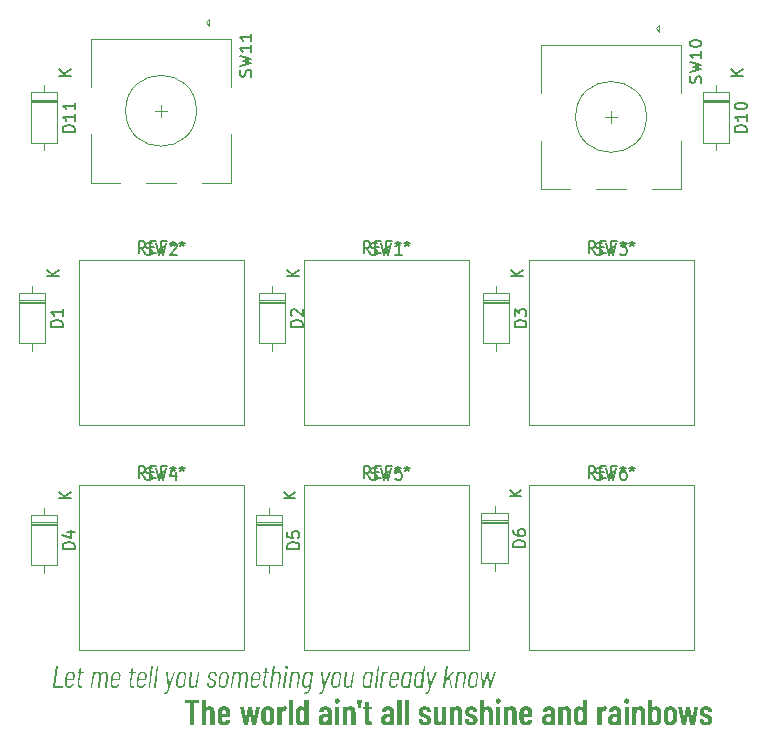
<source format=gto>
%TF.GenerationSoftware,KiCad,Pcbnew,7.0.11*%
%TF.CreationDate,2024-02-27T10:57:45-05:00*%
%TF.ProjectId,MacropadPCB,4d616372-6f70-4616-9450-43422e6b6963,rev?*%
%TF.SameCoordinates,Original*%
%TF.FileFunction,Legend,Top*%
%TF.FilePolarity,Positive*%
%FSLAX46Y46*%
G04 Gerber Fmt 4.6, Leading zero omitted, Abs format (unit mm)*
G04 Created by KiCad (PCBNEW 7.0.11) date 2024-02-27 10:57:45*
%MOMM*%
%LPD*%
G01*
G04 APERTURE LIST*
%ADD10C,0.150000*%
%ADD11C,0.120000*%
%ADD12C,4.000000*%
%ADD13C,1.700000*%
%ADD14C,2.200000*%
%ADD15R,1.600000X1.600000*%
%ADD16O,1.600000X1.600000*%
%ADD17R,2.000000X2.000000*%
%ADD18C,2.000000*%
%ADD19R,2.000000X3.200000*%
G04 APERTURE END LIST*
D10*
G36*
X95896870Y-111534468D02*
G01*
X95917523Y-111540815D01*
X95923199Y-111545752D01*
X95933432Y-111565495D01*
X95933946Y-111572081D01*
X95933946Y-111808508D01*
X95927901Y-111829162D01*
X95923199Y-111834838D01*
X95903456Y-111845070D01*
X95896870Y-111845584D01*
X95505690Y-111845584D01*
X95491585Y-111863417D01*
X95490645Y-111877287D01*
X95490645Y-113664461D01*
X95484086Y-113685345D01*
X95479898Y-113690253D01*
X95460155Y-113700485D01*
X95453569Y-113701000D01*
X95170394Y-113701000D01*
X95149740Y-113694954D01*
X95144064Y-113690253D01*
X95133832Y-113670837D01*
X95133318Y-113664461D01*
X95133318Y-111877287D01*
X95130335Y-111855615D01*
X95117735Y-111845584D01*
X94748049Y-111845584D01*
X94726836Y-111839025D01*
X94721720Y-111834838D01*
X94711645Y-111815494D01*
X94710973Y-111807971D01*
X94710973Y-111571544D01*
X94717018Y-111550890D01*
X94721720Y-111545214D01*
X94740761Y-111535139D01*
X94748049Y-111534468D01*
X95896870Y-111534468D01*
G37*
G36*
X96831831Y-112101893D02*
G01*
X96856505Y-112102417D01*
X96880418Y-112103992D01*
X96903572Y-112106615D01*
X96925966Y-112110289D01*
X96947600Y-112115011D01*
X96968474Y-112120783D01*
X96998360Y-112131409D01*
X97026537Y-112144397D01*
X97053005Y-112159745D01*
X97077762Y-112177455D01*
X97100811Y-112197527D01*
X97122149Y-112219959D01*
X97135425Y-112236226D01*
X97153862Y-112262305D01*
X97165146Y-112280793D01*
X97175625Y-112300162D01*
X97185297Y-112320413D01*
X97194163Y-112341545D01*
X97202223Y-112363559D01*
X97209477Y-112386454D01*
X97215925Y-112410231D01*
X97221567Y-112434890D01*
X97226403Y-112460430D01*
X97230433Y-112486852D01*
X97233657Y-112514155D01*
X97236075Y-112542340D01*
X97237687Y-112571406D01*
X97238493Y-112601354D01*
X97238593Y-112616659D01*
X97238593Y-113664461D01*
X97231706Y-113685345D01*
X97227309Y-113690253D01*
X97207894Y-113700485D01*
X97201517Y-113701000D01*
X96917805Y-113701000D01*
X96896920Y-113694440D01*
X96892013Y-113690253D01*
X96881780Y-113670509D01*
X96881266Y-113663923D01*
X96881266Y-112646750D01*
X96880544Y-112619849D01*
X96878378Y-112594494D01*
X96874768Y-112570683D01*
X96869713Y-112548418D01*
X96863215Y-112527697D01*
X96853061Y-112503968D01*
X96840651Y-112482653D01*
X96835055Y-112474803D01*
X96819631Y-112457001D01*
X96802238Y-112442216D01*
X96782878Y-112430449D01*
X96761550Y-112421699D01*
X96738254Y-112415966D01*
X96712990Y-112413251D01*
X96702334Y-112413009D01*
X96680656Y-112414017D01*
X96655305Y-112418110D01*
X96631897Y-112425351D01*
X96610430Y-112435741D01*
X96590904Y-112449279D01*
X96573320Y-112465966D01*
X96563702Y-112477489D01*
X96549615Y-112498846D01*
X96537916Y-112522617D01*
X96530276Y-112543372D01*
X96524163Y-112565671D01*
X96519579Y-112589515D01*
X96516523Y-112614904D01*
X96514995Y-112641838D01*
X96514804Y-112655884D01*
X96514804Y-113664461D01*
X96507917Y-113685345D01*
X96503520Y-113690253D01*
X96484105Y-113700485D01*
X96477728Y-113701000D01*
X96194016Y-113701000D01*
X96173131Y-113694440D01*
X96168224Y-113690253D01*
X96157991Y-113670509D01*
X96157477Y-113663923D01*
X96157477Y-111575305D01*
X96162556Y-111554202D01*
X96168224Y-111546289D01*
X96186762Y-111535207D01*
X96194016Y-111534468D01*
X96477728Y-111534468D01*
X96498613Y-111541355D01*
X96503520Y-111545752D01*
X96514099Y-111564592D01*
X96514804Y-111572081D01*
X96514804Y-112226017D01*
X96522327Y-112237301D01*
X96538984Y-112226017D01*
X96559362Y-112203835D01*
X96581205Y-112183834D01*
X96604511Y-112166015D01*
X96629281Y-112150379D01*
X96655516Y-112136924D01*
X96683214Y-112125651D01*
X96712377Y-112116560D01*
X96743003Y-112109650D01*
X96764234Y-112106256D01*
X96786116Y-112103832D01*
X96808648Y-112102378D01*
X96831831Y-112101893D01*
G37*
G36*
X98060702Y-112102430D02*
G01*
X98091024Y-112104042D01*
X98120514Y-112106729D01*
X98149173Y-112110490D01*
X98177001Y-112115326D01*
X98203998Y-112121237D01*
X98230164Y-112128222D01*
X98255498Y-112136282D01*
X98280002Y-112145417D01*
X98303674Y-112155626D01*
X98326515Y-112166910D01*
X98348524Y-112179269D01*
X98369703Y-112192702D01*
X98390050Y-112207210D01*
X98409566Y-112222793D01*
X98428251Y-112239450D01*
X98446015Y-112256922D01*
X98462632Y-112275082D01*
X98478104Y-112293931D01*
X98492429Y-112313468D01*
X98505609Y-112333694D01*
X98517642Y-112354608D01*
X98528529Y-112376210D01*
X98538271Y-112398501D01*
X98546866Y-112421481D01*
X98554315Y-112445149D01*
X98560618Y-112469505D01*
X98565775Y-112494550D01*
X98569787Y-112520283D01*
X98572652Y-112546705D01*
X98574371Y-112573815D01*
X98574944Y-112601614D01*
X98574944Y-113008913D01*
X98568899Y-113030373D01*
X98564197Y-113036317D01*
X98545357Y-113046896D01*
X98537868Y-113047601D01*
X97857065Y-113047601D01*
X97842034Y-113063738D01*
X97842020Y-113064796D01*
X97842020Y-113197517D01*
X97842834Y-113219850D01*
X97846143Y-113246350D01*
X97851996Y-113271275D01*
X97860395Y-113294626D01*
X97871338Y-113316403D01*
X97884826Y-113336605D01*
X97894141Y-113347971D01*
X97911332Y-113364999D01*
X97929991Y-113379140D01*
X97950120Y-113390396D01*
X97971719Y-113398766D01*
X97994786Y-113404249D01*
X98019323Y-113406847D01*
X98029549Y-113407078D01*
X98051216Y-113406068D01*
X98075900Y-113402189D01*
X98099148Y-113395401D01*
X98120960Y-113385703D01*
X98141337Y-113373097D01*
X98150987Y-113365703D01*
X98168883Y-113349136D01*
X98184285Y-113330869D01*
X98197193Y-113310901D01*
X98207609Y-113289234D01*
X98215530Y-113265866D01*
X98217616Y-113257699D01*
X98228674Y-113238912D01*
X98248715Y-113229391D01*
X98257916Y-113228683D01*
X98531957Y-113228683D01*
X98552842Y-113235242D01*
X98557749Y-113239429D01*
X98566313Y-113260083D01*
X98565809Y-113268983D01*
X98562675Y-113295724D01*
X98558647Y-113321675D01*
X98553725Y-113346837D01*
X98547909Y-113371211D01*
X98541199Y-113394795D01*
X98533594Y-113417589D01*
X98525095Y-113439595D01*
X98515703Y-113460811D01*
X98505416Y-113481238D01*
X98494234Y-113500876D01*
X98482159Y-113519725D01*
X98469190Y-113537784D01*
X98455326Y-113555054D01*
X98440568Y-113571536D01*
X98424916Y-113587227D01*
X98408370Y-113602130D01*
X98391022Y-113616185D01*
X98372830Y-113629333D01*
X98353795Y-113641574D01*
X98333916Y-113652908D01*
X98313193Y-113663336D01*
X98291626Y-113672857D01*
X98269215Y-113681471D01*
X98245961Y-113689178D01*
X98221863Y-113695979D01*
X98196921Y-113701873D01*
X98171135Y-113706860D01*
X98144505Y-113710940D01*
X98117032Y-113714114D01*
X98088715Y-113716381D01*
X98059554Y-113717741D01*
X98029549Y-113718194D01*
X97998397Y-113717674D01*
X97968075Y-113716112D01*
X97938585Y-113713509D01*
X97909925Y-113709866D01*
X97882097Y-113705181D01*
X97855100Y-113699455D01*
X97828935Y-113692688D01*
X97803600Y-113684879D01*
X97779097Y-113676030D01*
X97755425Y-113666140D01*
X97732584Y-113655209D01*
X97710574Y-113643236D01*
X97689396Y-113630223D01*
X97669048Y-113616168D01*
X97649532Y-113601072D01*
X97630847Y-113584935D01*
X97613149Y-113567835D01*
X97596592Y-113549983D01*
X97581178Y-113531380D01*
X97566905Y-113512026D01*
X97553773Y-113491920D01*
X97541784Y-113471062D01*
X97530937Y-113449454D01*
X97521231Y-113427093D01*
X97512667Y-113403982D01*
X97505245Y-113380119D01*
X97498965Y-113355504D01*
X97493827Y-113330138D01*
X97489831Y-113304021D01*
X97486976Y-113277152D01*
X97485263Y-113249532D01*
X97484692Y-113221160D01*
X97484692Y-112757441D01*
X97842020Y-112757441D01*
X97857065Y-112772486D01*
X98205258Y-112772486D01*
X98220840Y-112757441D01*
X98220840Y-112623644D01*
X98220018Y-112600573D01*
X98217549Y-112578643D01*
X98212150Y-112552836D01*
X98204179Y-112528813D01*
X98193637Y-112506575D01*
X98180524Y-112486120D01*
X98168182Y-112471041D01*
X98151054Y-112454323D01*
X98132247Y-112440439D01*
X98111762Y-112429387D01*
X98089596Y-112421170D01*
X98065752Y-112415786D01*
X98040229Y-112413236D01*
X98029549Y-112413009D01*
X98004425Y-112414465D01*
X97980770Y-112418834D01*
X97958583Y-112426115D01*
X97937867Y-112436308D01*
X97918619Y-112449413D01*
X97900841Y-112465431D01*
X97894141Y-112472653D01*
X97879126Y-112491924D01*
X97866655Y-112512796D01*
X97856730Y-112535268D01*
X97849349Y-112559341D01*
X97844514Y-112585013D01*
X97842478Y-112606704D01*
X97842020Y-112623644D01*
X97842020Y-112757441D01*
X97484692Y-112757441D01*
X97484692Y-112598927D01*
X97485263Y-112571261D01*
X97486976Y-112544278D01*
X97489831Y-112517980D01*
X97493827Y-112492367D01*
X97498965Y-112467437D01*
X97505245Y-112443192D01*
X97512667Y-112419631D01*
X97521231Y-112396755D01*
X97530937Y-112374563D01*
X97541784Y-112353055D01*
X97553773Y-112332231D01*
X97566905Y-112312091D01*
X97581178Y-112292636D01*
X97596592Y-112273865D01*
X97613149Y-112255778D01*
X97630847Y-112238376D01*
X97649532Y-112221848D01*
X97669048Y-112206387D01*
X97689396Y-112191993D01*
X97710574Y-112178664D01*
X97732584Y-112166402D01*
X97755425Y-112155206D01*
X97779097Y-112145077D01*
X97803600Y-112136013D01*
X97828935Y-112128016D01*
X97855100Y-112121086D01*
X97882097Y-112115221D01*
X97909925Y-112110423D01*
X97938585Y-112106691D01*
X97968075Y-112104025D01*
X97998397Y-112102426D01*
X98029549Y-112101893D01*
X98060702Y-112102430D01*
G37*
G36*
X99721615Y-113701000D02*
G01*
X99700080Y-113696239D01*
X99685447Y-113680338D01*
X99681315Y-113667147D01*
X99351929Y-112171746D01*
X99351929Y-112155626D01*
X99356689Y-112133360D01*
X99374277Y-112120372D01*
X99385781Y-112119087D01*
X99656598Y-112119087D01*
X99678087Y-112123151D01*
X99693867Y-112140077D01*
X99696898Y-112153477D01*
X99857023Y-113118529D01*
X99866158Y-113127664D01*
X99875293Y-113118529D01*
X100045090Y-112153477D01*
X100051941Y-112132521D01*
X100070278Y-112120733D01*
X100084853Y-112119087D01*
X100325041Y-112119087D01*
X100346531Y-112123151D01*
X100362311Y-112140077D01*
X100365341Y-112153477D01*
X100537826Y-113122290D01*
X100546423Y-113131425D01*
X100556095Y-113122290D01*
X100719445Y-112153477D01*
X100726548Y-112132521D01*
X100744816Y-112120733D01*
X100759207Y-112119087D01*
X101027337Y-112119087D01*
X101049139Y-112123849D01*
X101059806Y-112143685D01*
X101057965Y-112159387D01*
X100728579Y-113667147D01*
X100720217Y-113687776D01*
X100700529Y-113699809D01*
X100688817Y-113701000D01*
X100411552Y-113701000D01*
X100390062Y-113696999D01*
X100374282Y-113680338D01*
X100371252Y-113667147D01*
X100207903Y-112771949D01*
X100198768Y-112762814D01*
X100189633Y-112771949D01*
X100029508Y-113667147D01*
X100022329Y-113687776D01*
X100003808Y-113699380D01*
X99989207Y-113701000D01*
X99721615Y-113701000D01*
G37*
G36*
X101771929Y-112102426D02*
G01*
X101802635Y-112104025D01*
X101832497Y-112106691D01*
X101861515Y-112110423D01*
X101889689Y-112115221D01*
X101917020Y-112121086D01*
X101943507Y-112128016D01*
X101969150Y-112136013D01*
X101993949Y-112145077D01*
X102017905Y-112155206D01*
X102041016Y-112166402D01*
X102063284Y-112178664D01*
X102084708Y-112191993D01*
X102105289Y-112206387D01*
X102125025Y-112221848D01*
X102143918Y-112238376D01*
X102161812Y-112255789D01*
X102178551Y-112273907D01*
X102194136Y-112292730D01*
X102208566Y-112312259D01*
X102221842Y-112332493D01*
X102233963Y-112353432D01*
X102244930Y-112375077D01*
X102254743Y-112397427D01*
X102263401Y-112420482D01*
X102270905Y-112444242D01*
X102277254Y-112468707D01*
X102282449Y-112493878D01*
X102286490Y-112519754D01*
X102289376Y-112546335D01*
X102291108Y-112573622D01*
X102291685Y-112601614D01*
X102291685Y-113218473D01*
X102291114Y-113246849D01*
X102289401Y-113274482D01*
X102286547Y-113301372D01*
X102282550Y-113327519D01*
X102277412Y-113352922D01*
X102271132Y-113377583D01*
X102263710Y-113401501D01*
X102255146Y-113424675D01*
X102245440Y-113447107D01*
X102234593Y-113468796D01*
X102222604Y-113489741D01*
X102209473Y-113509944D01*
X102195200Y-113529403D01*
X102179785Y-113548120D01*
X102163228Y-113566093D01*
X102145530Y-113583323D01*
X102126820Y-113599655D01*
X102107228Y-113614934D01*
X102086755Y-113629158D01*
X102065400Y-113642329D01*
X102043163Y-113654447D01*
X102020046Y-113665510D01*
X101996046Y-113675520D01*
X101971165Y-113684476D01*
X101945402Y-113692379D01*
X101918758Y-113699228D01*
X101891232Y-113705023D01*
X101862825Y-113709765D01*
X101833536Y-113713453D01*
X101803365Y-113716087D01*
X101772313Y-113717667D01*
X101740380Y-113718194D01*
X101708837Y-113717667D01*
X101678150Y-113716087D01*
X101648319Y-113713453D01*
X101619345Y-113709765D01*
X101591228Y-113705023D01*
X101563966Y-113699228D01*
X101537561Y-113692379D01*
X101512013Y-113684476D01*
X101487321Y-113675520D01*
X101463485Y-113665510D01*
X101440505Y-113654447D01*
X101418382Y-113642329D01*
X101397116Y-113629158D01*
X101376705Y-113614934D01*
X101357151Y-113599655D01*
X101338454Y-113583323D01*
X101320755Y-113566093D01*
X101304199Y-113548120D01*
X101288784Y-113529403D01*
X101274511Y-113509944D01*
X101261380Y-113489741D01*
X101249391Y-113468796D01*
X101238543Y-113447107D01*
X101228838Y-113424675D01*
X101220274Y-113401501D01*
X101212852Y-113377583D01*
X101206572Y-113352922D01*
X101201434Y-113327519D01*
X101197437Y-113301372D01*
X101194583Y-113274482D01*
X101192870Y-113246849D01*
X101192299Y-113218473D01*
X101192299Y-113190532D01*
X101549626Y-113190532D01*
X101550441Y-113214385D01*
X101552884Y-113237045D01*
X101556956Y-113258513D01*
X101564336Y-113283672D01*
X101574262Y-113306968D01*
X101586732Y-113328401D01*
X101601748Y-113347971D01*
X101619017Y-113364999D01*
X101637913Y-113379140D01*
X101658435Y-113390396D01*
X101680585Y-113398766D01*
X101704361Y-113404249D01*
X101729763Y-113406847D01*
X101740380Y-113407078D01*
X101766614Y-113405635D01*
X101791248Y-113401306D01*
X101814282Y-113394090D01*
X101835715Y-113383989D01*
X101855547Y-113371002D01*
X101873779Y-113355128D01*
X101880624Y-113347971D01*
X101896104Y-113328401D01*
X101908960Y-113306968D01*
X101919192Y-113283672D01*
X101926801Y-113258513D01*
X101930999Y-113237045D01*
X101933518Y-113214385D01*
X101934357Y-113190532D01*
X101934357Y-112629555D01*
X101933518Y-112606441D01*
X101930999Y-112584385D01*
X101925489Y-112558303D01*
X101917356Y-112533874D01*
X101906599Y-112511097D01*
X101893218Y-112489974D01*
X101880624Y-112474265D01*
X101863032Y-112456618D01*
X101843840Y-112441962D01*
X101823047Y-112430297D01*
X101800654Y-112421623D01*
X101776660Y-112415940D01*
X101751066Y-112413249D01*
X101740380Y-112413009D01*
X101714326Y-112414465D01*
X101689900Y-112418834D01*
X101667100Y-112426115D01*
X101645927Y-112436308D01*
X101626380Y-112449413D01*
X101608460Y-112465431D01*
X101601748Y-112472653D01*
X101586732Y-112492069D01*
X101574262Y-112513373D01*
X101564336Y-112536567D01*
X101556956Y-112561649D01*
X101552884Y-112583076D01*
X101550441Y-112605711D01*
X101549626Y-112629555D01*
X101549626Y-113190532D01*
X101192299Y-113190532D01*
X101192299Y-112601614D01*
X101192876Y-112573622D01*
X101194608Y-112546335D01*
X101197494Y-112519754D01*
X101201534Y-112493878D01*
X101206729Y-112468707D01*
X101213079Y-112444242D01*
X101220582Y-112420482D01*
X101229241Y-112397427D01*
X101239053Y-112375077D01*
X101250020Y-112353432D01*
X101262142Y-112332493D01*
X101275418Y-112312259D01*
X101289848Y-112292730D01*
X101305433Y-112273907D01*
X101322172Y-112255789D01*
X101340066Y-112238376D01*
X101358946Y-112221848D01*
X101378645Y-112206387D01*
X101399162Y-112191993D01*
X101420498Y-112178664D01*
X101442653Y-112166402D01*
X101465626Y-112155206D01*
X101489417Y-112145077D01*
X101514028Y-112136013D01*
X101539457Y-112128016D01*
X101565704Y-112121086D01*
X101592770Y-112115221D01*
X101620655Y-112110423D01*
X101649358Y-112106691D01*
X101678880Y-112104025D01*
X101709221Y-112102426D01*
X101740380Y-112101893D01*
X101771929Y-112102426D01*
G37*
G36*
X103191182Y-112101893D02*
G01*
X103216149Y-112102654D01*
X103239333Y-112104936D01*
X103260731Y-112108741D01*
X103284055Y-112115315D01*
X103304810Y-112124080D01*
X103320143Y-112133058D01*
X103335908Y-112149676D01*
X103339948Y-112172258D01*
X103338949Y-112179806D01*
X103289515Y-112471041D01*
X103281958Y-112491443D01*
X103260154Y-112496527D01*
X103246528Y-112492535D01*
X103225404Y-112487128D01*
X103202522Y-112482892D01*
X103180576Y-112480611D01*
X103166465Y-112480176D01*
X103143922Y-112481068D01*
X103120580Y-112484110D01*
X103098761Y-112489311D01*
X103077645Y-112493542D01*
X103052691Y-112502043D01*
X103029338Y-112514112D01*
X103007585Y-112529749D01*
X102991334Y-112544828D01*
X102976109Y-112562191D01*
X102961907Y-112581837D01*
X102958517Y-112587106D01*
X102945923Y-112608834D01*
X102935008Y-112631570D01*
X102925773Y-112655313D01*
X102918217Y-112680064D01*
X102912339Y-112705823D01*
X102908142Y-112732589D01*
X102905623Y-112760362D01*
X102904836Y-112781854D01*
X102904783Y-112789143D01*
X102904783Y-113664461D01*
X102897896Y-113685345D01*
X102893499Y-113690253D01*
X102874084Y-113700485D01*
X102867707Y-113701000D01*
X102583995Y-113701000D01*
X102563110Y-113694440D01*
X102558203Y-113690253D01*
X102547970Y-113670509D01*
X102547456Y-113663923D01*
X102547456Y-112159925D01*
X102552535Y-112138822D01*
X102558203Y-112130909D01*
X102576741Y-112119826D01*
X102583995Y-112119087D01*
X102867707Y-112119087D01*
X102888592Y-112125975D01*
X102893499Y-112130371D01*
X102904078Y-112149514D01*
X102904783Y-112157238D01*
X102904783Y-112302856D01*
X102910694Y-112316826D01*
X102919829Y-112306080D01*
X102930649Y-112281354D01*
X102942287Y-112258223D01*
X102954745Y-112236688D01*
X102968021Y-112216748D01*
X102982115Y-112198403D01*
X102997028Y-112181653D01*
X103012760Y-112166499D01*
X103037893Y-112146758D01*
X103064867Y-112130607D01*
X103093683Y-112118044D01*
X103124341Y-112109071D01*
X103145803Y-112105083D01*
X103168083Y-112102690D01*
X103191182Y-112101893D01*
G37*
G36*
X103535076Y-113701000D02*
G01*
X103514422Y-113694954D01*
X103508747Y-113690253D01*
X103498514Y-113670837D01*
X103498000Y-113664461D01*
X103498000Y-111591963D01*
X103500687Y-111569663D01*
X103508747Y-111551125D01*
X103524935Y-111536436D01*
X103535076Y-111534468D01*
X103818251Y-111534468D01*
X103838905Y-111540513D01*
X103844581Y-111545214D01*
X103854813Y-111564958D01*
X103855327Y-111571544D01*
X103855327Y-113664461D01*
X103848768Y-113685345D01*
X103844581Y-113690253D01*
X103824837Y-113700485D01*
X103818251Y-113701000D01*
X103535076Y-113701000D01*
G37*
G36*
X105168808Y-111540513D02*
G01*
X105174483Y-111545214D01*
X105184716Y-111564958D01*
X105185230Y-111571544D01*
X105185230Y-113663386D01*
X105179185Y-113684342D01*
X105174483Y-113690253D01*
X105154740Y-113700485D01*
X105148154Y-113701000D01*
X104864979Y-113701000D01*
X104844325Y-113694954D01*
X104838649Y-113690253D01*
X104828574Y-113670607D01*
X104827903Y-113662849D01*
X104827903Y-113625235D01*
X104821454Y-113613414D01*
X104809633Y-113616101D01*
X104788387Y-113634346D01*
X104766159Y-113650797D01*
X104742949Y-113665453D01*
X104718756Y-113678314D01*
X104693582Y-113689381D01*
X104667424Y-113698653D01*
X104640285Y-113706130D01*
X104612163Y-113711813D01*
X104583059Y-113715702D01*
X104552972Y-113717795D01*
X104532369Y-113718194D01*
X104506938Y-113717667D01*
X104482229Y-113716087D01*
X104458242Y-113713453D01*
X104434977Y-113709765D01*
X104412434Y-113705023D01*
X104390613Y-113699228D01*
X104369514Y-113692379D01*
X104349138Y-113684476D01*
X104329483Y-113675520D01*
X104301355Y-113660110D01*
X104274851Y-113642329D01*
X104249972Y-113622178D01*
X104234289Y-113607426D01*
X104219327Y-113591621D01*
X104212117Y-113583323D01*
X104198323Y-113566103D01*
X104185419Y-113548161D01*
X104173404Y-113529498D01*
X104162280Y-113510112D01*
X104152045Y-113490003D01*
X104142701Y-113469173D01*
X104134246Y-113447621D01*
X104126681Y-113425347D01*
X104120007Y-113402351D01*
X104114222Y-113378633D01*
X104109327Y-113354192D01*
X104105322Y-113329030D01*
X104102207Y-113303145D01*
X104099982Y-113276539D01*
X104098648Y-113249211D01*
X104098203Y-113221160D01*
X104098203Y-113191069D01*
X104452306Y-113191069D01*
X104453120Y-113214796D01*
X104455563Y-113237347D01*
X104459635Y-113258723D01*
X104467016Y-113283790D01*
X104476941Y-113307020D01*
X104489412Y-113328414D01*
X104504427Y-113347971D01*
X104521696Y-113364999D01*
X104540592Y-113379140D01*
X104561115Y-113390396D01*
X104583264Y-113398766D01*
X104607040Y-113404249D01*
X104632443Y-113406847D01*
X104643060Y-113407078D01*
X104665615Y-113405936D01*
X104686938Y-113402512D01*
X104710898Y-113395391D01*
X104733082Y-113384982D01*
X104753490Y-113371286D01*
X104766109Y-113360330D01*
X104783344Y-113341502D01*
X104797971Y-113320483D01*
X104808170Y-113301293D01*
X104816558Y-113280582D01*
X104823135Y-113258348D01*
X104827903Y-113234593D01*
X104827903Y-112592479D01*
X104823135Y-112567756D01*
X104816558Y-112544633D01*
X104808170Y-112523111D01*
X104797971Y-112503189D01*
X104785963Y-112484868D01*
X104772144Y-112468147D01*
X104766109Y-112461907D01*
X104746885Y-112445289D01*
X104725885Y-112432110D01*
X104703109Y-112422369D01*
X104678557Y-112416065D01*
X104656741Y-112413439D01*
X104643060Y-112413009D01*
X104617006Y-112414465D01*
X104592579Y-112418834D01*
X104569780Y-112426115D01*
X104548606Y-112436308D01*
X104529060Y-112449413D01*
X104511140Y-112465431D01*
X104504427Y-112472653D01*
X104489412Y-112492056D01*
X104476941Y-112513321D01*
X104467016Y-112536449D01*
X104459635Y-112561439D01*
X104455563Y-112582773D01*
X104453120Y-112605299D01*
X104452306Y-112629018D01*
X104452306Y-113191069D01*
X104098203Y-113191069D01*
X104098203Y-112598927D01*
X104098654Y-112570173D01*
X104100008Y-112542213D01*
X104102264Y-112515046D01*
X104105423Y-112488673D01*
X104109484Y-112463093D01*
X104114449Y-112438306D01*
X104120315Y-112414313D01*
X104127084Y-112391113D01*
X104134756Y-112368706D01*
X104143330Y-112347093D01*
X104152807Y-112326274D01*
X104163186Y-112306248D01*
X104174468Y-112287015D01*
X104186653Y-112268575D01*
X104199740Y-112250930D01*
X104213729Y-112234077D01*
X104228512Y-112218070D01*
X104243980Y-112203096D01*
X104268464Y-112182572D01*
X104294487Y-112164370D01*
X104322050Y-112148493D01*
X104351153Y-112134939D01*
X104371410Y-112127194D01*
X104392351Y-112120481D01*
X104413977Y-112114801D01*
X104436287Y-112110154D01*
X104459281Y-112106540D01*
X104482959Y-112103958D01*
X104507322Y-112102409D01*
X104532369Y-112101893D01*
X104554599Y-112102536D01*
X104576961Y-112104464D01*
X104599454Y-112107678D01*
X104622078Y-112112178D01*
X104644834Y-112117963D01*
X104667720Y-112125034D01*
X104676912Y-112128222D01*
X104699704Y-112137250D01*
X104721735Y-112147879D01*
X104743005Y-112160108D01*
X104763515Y-112173938D01*
X104783263Y-112189367D01*
X104802251Y-112206398D01*
X104809633Y-112213658D01*
X104821454Y-112216882D01*
X104827903Y-112204524D01*
X104827903Y-111575305D01*
X104832982Y-111554202D01*
X104838649Y-111546289D01*
X104857489Y-111535207D01*
X104864979Y-111534468D01*
X105148154Y-111534468D01*
X105168808Y-111540513D01*
G37*
G36*
X106648903Y-112102447D02*
G01*
X106678247Y-112104109D01*
X106706868Y-112106880D01*
X106734767Y-112110759D01*
X106761945Y-112115746D01*
X106788400Y-112121841D01*
X106814133Y-112129045D01*
X106839145Y-112137357D01*
X106863434Y-112146777D01*
X106887001Y-112157305D01*
X106909846Y-112168942D01*
X106931969Y-112181687D01*
X106953370Y-112195540D01*
X106974049Y-112210501D01*
X106994006Y-112226571D01*
X107013241Y-112243749D01*
X107031525Y-112261762D01*
X107048629Y-112280472D01*
X107064554Y-112299879D01*
X107079299Y-112319983D01*
X107092865Y-112340784D01*
X107105251Y-112362282D01*
X107116457Y-112384476D01*
X107126484Y-112407367D01*
X107135331Y-112430955D01*
X107142999Y-112455240D01*
X107149487Y-112480222D01*
X107154795Y-112505901D01*
X107158924Y-112532276D01*
X107161873Y-112559349D01*
X107163642Y-112587118D01*
X107164232Y-112615584D01*
X107164232Y-113661774D01*
X107158403Y-113682726D01*
X107152948Y-113689715D01*
X107133532Y-113700460D01*
X107127156Y-113701000D01*
X106843443Y-113701000D01*
X106822559Y-113694112D01*
X106817651Y-113689715D01*
X106807755Y-113670224D01*
X106806905Y-113661237D01*
X106806905Y-113598906D01*
X106800457Y-113587085D01*
X106788098Y-113592995D01*
X106767079Y-113615370D01*
X106744322Y-113635543D01*
X106719827Y-113653516D01*
X106693594Y-113669288D01*
X106665623Y-113682860D01*
X106635915Y-113694230D01*
X106615143Y-113700588D01*
X106593600Y-113705968D01*
X106571284Y-113710369D01*
X106548195Y-113713793D01*
X106524334Y-113716238D01*
X106499701Y-113717705D01*
X106474295Y-113718194D01*
X106452493Y-113717802D01*
X106431014Y-113716624D01*
X106399402Y-113713386D01*
X106368517Y-113708382D01*
X106338360Y-113701611D01*
X106308930Y-113693074D01*
X106280227Y-113682771D01*
X106252252Y-113670701D01*
X106225004Y-113656865D01*
X106198483Y-113641263D01*
X106172689Y-113623895D01*
X106164253Y-113617713D01*
X106140342Y-113597418D01*
X106118783Y-113574214D01*
X106105717Y-113557128D01*
X106093696Y-113538750D01*
X106082721Y-113519078D01*
X106072791Y-113498114D01*
X106063906Y-113475856D01*
X106056066Y-113452306D01*
X106049272Y-113427463D01*
X106043523Y-113401327D01*
X106038819Y-113373897D01*
X106035160Y-113345175D01*
X106032547Y-113315160D01*
X106030979Y-113283852D01*
X106030457Y-113251251D01*
X106030943Y-113224921D01*
X106396919Y-113224921D01*
X106397691Y-113246918D01*
X106400829Y-113272431D01*
X106406381Y-113295740D01*
X106414346Y-113316845D01*
X106424726Y-113335747D01*
X106440367Y-113355519D01*
X106446353Y-113361404D01*
X106465855Y-113376926D01*
X106487283Y-113389236D01*
X106510638Y-113398335D01*
X106531573Y-113403465D01*
X106553845Y-113406364D01*
X106572627Y-113407078D01*
X106595396Y-113406213D01*
X106617494Y-113403619D01*
X106638920Y-113399295D01*
X106659675Y-113393241D01*
X106679758Y-113385458D01*
X106699169Y-113375946D01*
X106717909Y-113364704D01*
X106735976Y-113351732D01*
X106752600Y-113337207D01*
X106770263Y-113317115D01*
X106784462Y-113294871D01*
X106795199Y-113270476D01*
X106801294Y-113249411D01*
X106805173Y-113226969D01*
X106806835Y-113203150D01*
X106806905Y-113196980D01*
X106806905Y-113030406D01*
X106793209Y-113013279D01*
X106791322Y-113013212D01*
X106631196Y-113013212D01*
X106605623Y-113014060D01*
X106581291Y-113016604D01*
X106558203Y-113020843D01*
X106536357Y-113026779D01*
X106515753Y-113034411D01*
X106491747Y-113046336D01*
X106469681Y-113060911D01*
X106461399Y-113067482D01*
X106442823Y-113085636D01*
X106427395Y-113106177D01*
X106415117Y-113129105D01*
X106405986Y-113154421D01*
X106400949Y-113176393D01*
X106397926Y-113199893D01*
X106396919Y-113224921D01*
X106030943Y-113224921D01*
X106031088Y-113217088D01*
X106032984Y-113184185D01*
X106036143Y-113152541D01*
X106040565Y-113122156D01*
X106046251Y-113093031D01*
X106053201Y-113065165D01*
X106061414Y-113038559D01*
X106070891Y-113013212D01*
X106081631Y-112989124D01*
X106093635Y-112966296D01*
X106106903Y-112944727D01*
X106121434Y-112924417D01*
X106137229Y-112905367D01*
X106154287Y-112887576D01*
X106172609Y-112871045D01*
X106192194Y-112855773D01*
X106212863Y-112841523D01*
X106234434Y-112828192D01*
X106256907Y-112815781D01*
X106280283Y-112804289D01*
X106304562Y-112793717D01*
X106329743Y-112784064D01*
X106355827Y-112775330D01*
X106382814Y-112767516D01*
X106410702Y-112760620D01*
X106439494Y-112754645D01*
X106469188Y-112749588D01*
X106499784Y-112745451D01*
X106531284Y-112742234D01*
X106563685Y-112739935D01*
X106596990Y-112738556D01*
X106631196Y-112738096D01*
X106791322Y-112738096D01*
X106806905Y-112723588D01*
X106806905Y-112646750D01*
X106806031Y-112620823D01*
X106803412Y-112596240D01*
X106799046Y-112573001D01*
X106792934Y-112551104D01*
X106785075Y-112530551D01*
X106772796Y-112506749D01*
X106757789Y-112485046D01*
X106751022Y-112476952D01*
X106733057Y-112458531D01*
X106713755Y-112443232D01*
X106693114Y-112431056D01*
X106671135Y-112422001D01*
X106647818Y-112416069D01*
X106623164Y-112413259D01*
X106612927Y-112413009D01*
X106589320Y-112414407D01*
X106567262Y-112418601D01*
X106546753Y-112425590D01*
X106524784Y-112437279D01*
X106507631Y-112450326D01*
X106504923Y-112452772D01*
X106489993Y-112468684D01*
X106477443Y-112486599D01*
X106467274Y-112506516D01*
X106459484Y-112528435D01*
X106454075Y-112552357D01*
X106452801Y-112560776D01*
X106445623Y-112582387D01*
X106427102Y-112594543D01*
X106412501Y-112596240D01*
X106113743Y-112596240D01*
X106091604Y-112591102D01*
X106080099Y-112572119D01*
X106079891Y-112559702D01*
X106082362Y-112534096D01*
X106085878Y-112509133D01*
X106090439Y-112484813D01*
X106096045Y-112461134D01*
X106102697Y-112438098D01*
X106110393Y-112415704D01*
X106119136Y-112393953D01*
X106128923Y-112372844D01*
X106139756Y-112352377D01*
X106151634Y-112332552D01*
X106164557Y-112313369D01*
X106178526Y-112294829D01*
X106193540Y-112276931D01*
X106209599Y-112259676D01*
X106226703Y-112243063D01*
X106244853Y-112227092D01*
X106263819Y-112211931D01*
X106283373Y-112197748D01*
X106303515Y-112184544D01*
X106324244Y-112172317D01*
X106345561Y-112161069D01*
X106367466Y-112150799D01*
X106389958Y-112141506D01*
X106413039Y-112133192D01*
X106436706Y-112125857D01*
X106460962Y-112119499D01*
X106485805Y-112114119D01*
X106511236Y-112109718D01*
X106537255Y-112106294D01*
X106563862Y-112103849D01*
X106591056Y-112102382D01*
X106618838Y-112101893D01*
X106648903Y-112102447D01*
G37*
G36*
X107607533Y-111878362D02*
G01*
X107584276Y-111877379D01*
X107562061Y-111874432D01*
X107540886Y-111869521D01*
X107515883Y-111860619D01*
X107492505Y-111848647D01*
X107470755Y-111833605D01*
X107454526Y-111819361D01*
X107450631Y-111815494D01*
X107436148Y-111799231D01*
X107420760Y-111777367D01*
X107408389Y-111753799D01*
X107400665Y-111733716D01*
X107394872Y-111712542D01*
X107391010Y-111690276D01*
X107389079Y-111666919D01*
X107388838Y-111654831D01*
X107389803Y-111630928D01*
X107392700Y-111608116D01*
X107397527Y-111586396D01*
X107404286Y-111565767D01*
X107415450Y-111541517D01*
X107429631Y-111518971D01*
X107443148Y-111502163D01*
X107450631Y-111494168D01*
X107466600Y-111479433D01*
X107488025Y-111463777D01*
X107511077Y-111451191D01*
X107535755Y-111441675D01*
X107556670Y-111436273D01*
X107578625Y-111432834D01*
X107601621Y-111431361D01*
X107607533Y-111431300D01*
X107630890Y-111432282D01*
X107653139Y-111435229D01*
X107674280Y-111440140D01*
X107699147Y-111449043D01*
X107722283Y-111461015D01*
X107743687Y-111476056D01*
X107763360Y-111494168D01*
X107777465Y-111510430D01*
X107792451Y-111532294D01*
X107804499Y-111555862D01*
X107813609Y-111581137D01*
X107818781Y-111602584D01*
X107822072Y-111625122D01*
X107823482Y-111648753D01*
X107823541Y-111654831D01*
X107822575Y-111678734D01*
X107819679Y-111701545D01*
X107814851Y-111723265D01*
X107808093Y-111743894D01*
X107796929Y-111768145D01*
X107782748Y-111790690D01*
X107769230Y-111807499D01*
X107761748Y-111815494D01*
X107745821Y-111830228D01*
X107724566Y-111845884D01*
X107701816Y-111858470D01*
X107677570Y-111867986D01*
X107651829Y-111874432D01*
X107630159Y-111877379D01*
X107607533Y-111878362D01*
G37*
G36*
X107468900Y-113701000D02*
G01*
X107448016Y-113694440D01*
X107443108Y-113690253D01*
X107432876Y-113670837D01*
X107432362Y-113664461D01*
X107432362Y-112171746D01*
X107435395Y-112150310D01*
X107443108Y-112134670D01*
X107459917Y-112120609D01*
X107468900Y-112119087D01*
X107752613Y-112119087D01*
X107773498Y-112125647D01*
X107778405Y-112129834D01*
X107788984Y-112148674D01*
X107789689Y-112156163D01*
X107789689Y-113664461D01*
X107782802Y-113685345D01*
X107778405Y-113690253D01*
X107758990Y-113700485D01*
X107752613Y-113701000D01*
X107468900Y-113701000D01*
G37*
G36*
X108756353Y-112101893D02*
G01*
X108781027Y-112102417D01*
X108804940Y-112103992D01*
X108828094Y-112106615D01*
X108850488Y-112110289D01*
X108872122Y-112115011D01*
X108892996Y-112120783D01*
X108922882Y-112131409D01*
X108951059Y-112144397D01*
X108977527Y-112159745D01*
X109002284Y-112177455D01*
X109025333Y-112197527D01*
X109046671Y-112219959D01*
X109059947Y-112236226D01*
X109078384Y-112262305D01*
X109089668Y-112280793D01*
X109100146Y-112300162D01*
X109109818Y-112320413D01*
X109118685Y-112341545D01*
X109126745Y-112363559D01*
X109133999Y-112386454D01*
X109140447Y-112410231D01*
X109146089Y-112434890D01*
X109150925Y-112460430D01*
X109154955Y-112486852D01*
X109158179Y-112514155D01*
X109160597Y-112542340D01*
X109162209Y-112571406D01*
X109163015Y-112601354D01*
X109163115Y-112616659D01*
X109163115Y-113664461D01*
X109156228Y-113685345D01*
X109151831Y-113690253D01*
X109132416Y-113700485D01*
X109126039Y-113701000D01*
X108842327Y-113701000D01*
X108821442Y-113694440D01*
X108816535Y-113690253D01*
X108806302Y-113670509D01*
X108805788Y-113663923D01*
X108805788Y-112646750D01*
X108805066Y-112619849D01*
X108802900Y-112594494D01*
X108799290Y-112570683D01*
X108794235Y-112548418D01*
X108787737Y-112527697D01*
X108777583Y-112503968D01*
X108765173Y-112482653D01*
X108759577Y-112474803D01*
X108744153Y-112457001D01*
X108726760Y-112442216D01*
X108707400Y-112430449D01*
X108686072Y-112421699D01*
X108662776Y-112415966D01*
X108637512Y-112413251D01*
X108626856Y-112413009D01*
X108605178Y-112414017D01*
X108579827Y-112418110D01*
X108556419Y-112425351D01*
X108534952Y-112435741D01*
X108515426Y-112449279D01*
X108497842Y-112465966D01*
X108488224Y-112477489D01*
X108474137Y-112498846D01*
X108462438Y-112522617D01*
X108454798Y-112543372D01*
X108448685Y-112565671D01*
X108444101Y-112589515D01*
X108441045Y-112614904D01*
X108439517Y-112641838D01*
X108439326Y-112655884D01*
X108439326Y-113664461D01*
X108432439Y-113685345D01*
X108428042Y-113690253D01*
X108408627Y-113700485D01*
X108402250Y-113701000D01*
X108118538Y-113701000D01*
X108097653Y-113694440D01*
X108092745Y-113690253D01*
X108082513Y-113670509D01*
X108081999Y-113663923D01*
X108081999Y-112160462D01*
X108087078Y-112139359D01*
X108092745Y-112131446D01*
X108111284Y-112119860D01*
X108118538Y-112119087D01*
X108402250Y-112119087D01*
X108423135Y-112125975D01*
X108428042Y-112130371D01*
X108438434Y-112149368D01*
X108439326Y-112158313D01*
X108439326Y-112223330D01*
X108446849Y-112234614D01*
X108463506Y-112223330D01*
X108483884Y-112201628D01*
X108505727Y-112182060D01*
X108529033Y-112164628D01*
X108553803Y-112149329D01*
X108580038Y-112136166D01*
X108607736Y-112125137D01*
X108636899Y-112116242D01*
X108667525Y-112109483D01*
X108699616Y-112104858D01*
X108721823Y-112102960D01*
X108744680Y-112102011D01*
X108756353Y-112101893D01*
G37*
G36*
X109401154Y-112222256D02*
G01*
X109379594Y-112216211D01*
X109373213Y-112211509D01*
X109361832Y-112193067D01*
X109360854Y-112184642D01*
X109330226Y-111572081D01*
X109334226Y-111550666D01*
X109350888Y-111536268D01*
X109364078Y-111534468D01*
X109650478Y-111534468D01*
X109672395Y-111540675D01*
X109683139Y-111559298D01*
X109684330Y-111572081D01*
X109650478Y-112184642D01*
X109643526Y-112205598D01*
X109638119Y-112211509D01*
X109618965Y-112221406D01*
X109610715Y-112222256D01*
X109401154Y-112222256D01*
G37*
G36*
X110554811Y-112324349D02*
G01*
X110547717Y-112345442D01*
X110544064Y-112349604D01*
X110524649Y-112359325D01*
X110518272Y-112359813D01*
X110326981Y-112359813D01*
X110311779Y-112376262D01*
X110311399Y-112382919D01*
X110311399Y-113196980D01*
X110312028Y-113223200D01*
X110313917Y-113247321D01*
X110317066Y-113269344D01*
X110322772Y-113293920D01*
X110330447Y-113315217D01*
X110342253Y-113336443D01*
X110351699Y-113347971D01*
X110368209Y-113362214D01*
X110387515Y-113373511D01*
X110409617Y-113381861D01*
X110434515Y-113387263D01*
X110457399Y-113389515D01*
X110472062Y-113389883D01*
X110493555Y-113389883D01*
X110514440Y-113396442D01*
X110519347Y-113400630D01*
X110529579Y-113420373D01*
X110530094Y-113426959D01*
X110530094Y-113664461D01*
X110523534Y-113685345D01*
X110519347Y-113690253D01*
X110499932Y-113700485D01*
X110493555Y-113701000D01*
X110388775Y-113701000D01*
X110362983Y-113700697D01*
X110337997Y-113699790D01*
X110313817Y-113698279D01*
X110290443Y-113696163D01*
X110267875Y-113693443D01*
X110246113Y-113690118D01*
X110214981Y-113683998D01*
X110185662Y-113676517D01*
X110158158Y-113667676D01*
X110132466Y-113657475D01*
X110108589Y-113645914D01*
X110086524Y-113632993D01*
X110072822Y-113623623D01*
X110053905Y-113607815D01*
X110036848Y-113589608D01*
X110021652Y-113569001D01*
X110008317Y-113545995D01*
X109996842Y-113520591D01*
X109987229Y-113492787D01*
X109979476Y-113462584D01*
X109975341Y-113441115D01*
X109972033Y-113418581D01*
X109969552Y-113394980D01*
X109967898Y-113370313D01*
X109967071Y-113344580D01*
X109966967Y-113331314D01*
X109966967Y-112382919D01*
X109959602Y-112362070D01*
X109951385Y-112359813D01*
X109843381Y-112359813D01*
X109822168Y-112353582D01*
X109817051Y-112349604D01*
X109806682Y-112330176D01*
X109806304Y-112324886D01*
X109806304Y-112155626D01*
X109812864Y-112134741D01*
X109817051Y-112129834D01*
X109836093Y-112119759D01*
X109843381Y-112119087D01*
X109951385Y-112119087D01*
X109966952Y-112103959D01*
X109966967Y-112102967D01*
X109966967Y-111749939D01*
X109971596Y-111728506D01*
X109977714Y-111719311D01*
X109996252Y-111707221D01*
X110003506Y-111706415D01*
X110274860Y-111706415D01*
X110295745Y-111713302D01*
X110300652Y-111717699D01*
X110310727Y-111737647D01*
X110311399Y-111745640D01*
X110311399Y-112102967D01*
X110326023Y-112119072D01*
X110326981Y-112119087D01*
X110518272Y-112119087D01*
X110539157Y-112125319D01*
X110544064Y-112129297D01*
X110554433Y-112148725D01*
X110554811Y-112154014D01*
X110554811Y-112324349D01*
G37*
G36*
X111944870Y-112102447D02*
G01*
X111974213Y-112104109D01*
X112002835Y-112106880D01*
X112030734Y-112110759D01*
X112057911Y-112115746D01*
X112084367Y-112121841D01*
X112110100Y-112129045D01*
X112135111Y-112137357D01*
X112159400Y-112146777D01*
X112182967Y-112157305D01*
X112205813Y-112168942D01*
X112227936Y-112181687D01*
X112249337Y-112195540D01*
X112270016Y-112210501D01*
X112289973Y-112226571D01*
X112309207Y-112243749D01*
X112327492Y-112261762D01*
X112344596Y-112280472D01*
X112360521Y-112299879D01*
X112375266Y-112319983D01*
X112388832Y-112340784D01*
X112401218Y-112362282D01*
X112412424Y-112384476D01*
X112422451Y-112407367D01*
X112431298Y-112430955D01*
X112438965Y-112455240D01*
X112445453Y-112480222D01*
X112450761Y-112505901D01*
X112454890Y-112532276D01*
X112457839Y-112559349D01*
X112459609Y-112587118D01*
X112460198Y-112615584D01*
X112460198Y-113661774D01*
X112454369Y-113682726D01*
X112448914Y-113689715D01*
X112429499Y-113700460D01*
X112423122Y-113701000D01*
X112139410Y-113701000D01*
X112118525Y-113694112D01*
X112113618Y-113689715D01*
X112103721Y-113670224D01*
X112102871Y-113661237D01*
X112102871Y-113598906D01*
X112096423Y-113587085D01*
X112084064Y-113592995D01*
X112063045Y-113615370D01*
X112040288Y-113635543D01*
X112015794Y-113653516D01*
X111989561Y-113669288D01*
X111961590Y-113682860D01*
X111931881Y-113694230D01*
X111911110Y-113700588D01*
X111889566Y-113705968D01*
X111867250Y-113710369D01*
X111844161Y-113713793D01*
X111820300Y-113716238D01*
X111795667Y-113717705D01*
X111770261Y-113718194D01*
X111748459Y-113717802D01*
X111726981Y-113716624D01*
X111695369Y-113713386D01*
X111664484Y-113708382D01*
X111634327Y-113701611D01*
X111604897Y-113693074D01*
X111576194Y-113682771D01*
X111548218Y-113670701D01*
X111520970Y-113656865D01*
X111494449Y-113641263D01*
X111468656Y-113623895D01*
X111460219Y-113617713D01*
X111436308Y-113597418D01*
X111414750Y-113574214D01*
X111401683Y-113557128D01*
X111389663Y-113538750D01*
X111378687Y-113519078D01*
X111368757Y-113498114D01*
X111359872Y-113475856D01*
X111352033Y-113452306D01*
X111345238Y-113427463D01*
X111339489Y-113401327D01*
X111334785Y-113373897D01*
X111331127Y-113345175D01*
X111328514Y-113315160D01*
X111326946Y-113283852D01*
X111326423Y-113251251D01*
X111326910Y-113224921D01*
X111692885Y-113224921D01*
X111693657Y-113246918D01*
X111696795Y-113272431D01*
X111702347Y-113295740D01*
X111710313Y-113316845D01*
X111720692Y-113335747D01*
X111736334Y-113355519D01*
X111742320Y-113361404D01*
X111761821Y-113376926D01*
X111783250Y-113389236D01*
X111806605Y-113398335D01*
X111827539Y-113403465D01*
X111849812Y-113406364D01*
X111868593Y-113407078D01*
X111891363Y-113406213D01*
X111913461Y-113403619D01*
X111934887Y-113399295D01*
X111955642Y-113393241D01*
X111975724Y-113385458D01*
X111995136Y-113375946D01*
X112013875Y-113364704D01*
X112031943Y-113351732D01*
X112048567Y-113337207D01*
X112066230Y-113317115D01*
X112080429Y-113294871D01*
X112091165Y-113270476D01*
X112097261Y-113249411D01*
X112101139Y-113226969D01*
X112102802Y-113203150D01*
X112102871Y-113196980D01*
X112102871Y-113030406D01*
X112089175Y-113013279D01*
X112087288Y-113013212D01*
X111927163Y-113013212D01*
X111901589Y-113014060D01*
X111877258Y-113016604D01*
X111854169Y-113020843D01*
X111832323Y-113026779D01*
X111811720Y-113034411D01*
X111787713Y-113046336D01*
X111765648Y-113060911D01*
X111757365Y-113067482D01*
X111738789Y-113085636D01*
X111723362Y-113106177D01*
X111711083Y-113129105D01*
X111701953Y-113154421D01*
X111696915Y-113176393D01*
X111693893Y-113199893D01*
X111692885Y-113224921D01*
X111326910Y-113224921D01*
X111327055Y-113217088D01*
X111328950Y-113184185D01*
X111332109Y-113152541D01*
X111336532Y-113122156D01*
X111342218Y-113093031D01*
X111349167Y-113065165D01*
X111357381Y-113038559D01*
X111366857Y-113013212D01*
X111377598Y-112989124D01*
X111389602Y-112966296D01*
X111402869Y-112944727D01*
X111417400Y-112924417D01*
X111433195Y-112905367D01*
X111450253Y-112887576D01*
X111468575Y-112871045D01*
X111488161Y-112855773D01*
X111508829Y-112841523D01*
X111530400Y-112828192D01*
X111552874Y-112815781D01*
X111576250Y-112804289D01*
X111600529Y-112793717D01*
X111625710Y-112784064D01*
X111651794Y-112775330D01*
X111678780Y-112767516D01*
X111706669Y-112760620D01*
X111735460Y-112754645D01*
X111765154Y-112749588D01*
X111795751Y-112745451D01*
X111827250Y-112742234D01*
X111859652Y-112739935D01*
X111892956Y-112738556D01*
X111927163Y-112738096D01*
X112087288Y-112738096D01*
X112102871Y-112723588D01*
X112102871Y-112646750D01*
X112101998Y-112620823D01*
X112099378Y-112596240D01*
X112095013Y-112573001D01*
X112088900Y-112551104D01*
X112081042Y-112530551D01*
X112068763Y-112506749D01*
X112053755Y-112485046D01*
X112046988Y-112476952D01*
X112029024Y-112458531D01*
X112009721Y-112443232D01*
X111989081Y-112431056D01*
X111967102Y-112422001D01*
X111943785Y-112416069D01*
X111919130Y-112413259D01*
X111908893Y-112413009D01*
X111885286Y-112414407D01*
X111863228Y-112418601D01*
X111842719Y-112425590D01*
X111820750Y-112437279D01*
X111803597Y-112450326D01*
X111800889Y-112452772D01*
X111785959Y-112468684D01*
X111773410Y-112486599D01*
X111763240Y-112506516D01*
X111755451Y-112528435D01*
X111750042Y-112552357D01*
X111748768Y-112560776D01*
X111741589Y-112582387D01*
X111723069Y-112594543D01*
X111708468Y-112596240D01*
X111409710Y-112596240D01*
X111387570Y-112591102D01*
X111376066Y-112572119D01*
X111375858Y-112559702D01*
X111378328Y-112534096D01*
X111381844Y-112509133D01*
X111386405Y-112484813D01*
X111392011Y-112461134D01*
X111398663Y-112438098D01*
X111406360Y-112415704D01*
X111415102Y-112393953D01*
X111424890Y-112372844D01*
X111435722Y-112352377D01*
X111447600Y-112332552D01*
X111460524Y-112313369D01*
X111474492Y-112294829D01*
X111489506Y-112276931D01*
X111505565Y-112259676D01*
X111522670Y-112243063D01*
X111540819Y-112227092D01*
X111559786Y-112211931D01*
X111579340Y-112197748D01*
X111599481Y-112184544D01*
X111620211Y-112172317D01*
X111641528Y-112161069D01*
X111663432Y-112150799D01*
X111685925Y-112141506D01*
X111709005Y-112133192D01*
X111732673Y-112125857D01*
X111756929Y-112119499D01*
X111781772Y-112114119D01*
X111807203Y-112109718D01*
X111833222Y-112106294D01*
X111859828Y-112103849D01*
X111887022Y-112102382D01*
X111914804Y-112101893D01*
X111944870Y-112102447D01*
G37*
G36*
X112740687Y-113701000D02*
G01*
X112720033Y-113694954D01*
X112714357Y-113690253D01*
X112704125Y-113670837D01*
X112703611Y-113664461D01*
X112703611Y-111591963D01*
X112706297Y-111569663D01*
X112714357Y-111551125D01*
X112730545Y-111536436D01*
X112740687Y-111534468D01*
X113023862Y-111534468D01*
X113044516Y-111540513D01*
X113050191Y-111545214D01*
X113060424Y-111564958D01*
X113060938Y-111571544D01*
X113060938Y-113664461D01*
X113054379Y-113685345D01*
X113050191Y-113690253D01*
X113030448Y-113700485D01*
X113023862Y-113701000D01*
X112740687Y-113701000D01*
G37*
G36*
X113353248Y-113701000D02*
G01*
X113332594Y-113694954D01*
X113326919Y-113690253D01*
X113316686Y-113670837D01*
X113316172Y-113664461D01*
X113316172Y-111591963D01*
X113318859Y-111569663D01*
X113326919Y-111551125D01*
X113343106Y-111536436D01*
X113353248Y-111534468D01*
X113636423Y-111534468D01*
X113657077Y-111540513D01*
X113662752Y-111545214D01*
X113672985Y-111564958D01*
X113673499Y-111571544D01*
X113673499Y-113664461D01*
X113666940Y-113685345D01*
X113662752Y-113690253D01*
X113643009Y-113700485D01*
X113636423Y-113701000D01*
X113353248Y-113701000D01*
G37*
G36*
X115039403Y-113718194D02*
G01*
X115009360Y-113717730D01*
X114980086Y-113716339D01*
X114951580Y-113714019D01*
X114923842Y-113710772D01*
X114896873Y-113706597D01*
X114870671Y-113701495D01*
X114845238Y-113695465D01*
X114820573Y-113688506D01*
X114796677Y-113680621D01*
X114773548Y-113671807D01*
X114751188Y-113662066D01*
X114729596Y-113651397D01*
X114708772Y-113639800D01*
X114688717Y-113627276D01*
X114669429Y-113613823D01*
X114650910Y-113599443D01*
X114633407Y-113584205D01*
X114617033Y-113568312D01*
X114601788Y-113551763D01*
X114587673Y-113534560D01*
X114574686Y-113516702D01*
X114562829Y-113498189D01*
X114552102Y-113479022D01*
X114542503Y-113459199D01*
X114534034Y-113438722D01*
X114526694Y-113417589D01*
X114520483Y-113395802D01*
X114515401Y-113373360D01*
X114511449Y-113350263D01*
X114508626Y-113326511D01*
X114506932Y-113302104D01*
X114506367Y-113277043D01*
X114506367Y-113255012D01*
X114512412Y-113234358D01*
X114517114Y-113228683D01*
X114535954Y-113218104D01*
X114543443Y-113217399D01*
X114808349Y-113217399D01*
X114829234Y-113223958D01*
X114834141Y-113228145D01*
X114844374Y-113247889D01*
X114844888Y-113254475D01*
X114844888Y-113270057D01*
X114846278Y-113292627D01*
X114850450Y-113313989D01*
X114859127Y-113338030D01*
X114871809Y-113360334D01*
X114885437Y-113377592D01*
X114901845Y-113393644D01*
X114920429Y-113407886D01*
X114940246Y-113419713D01*
X114961296Y-113429127D01*
X114983579Y-113436127D01*
X115007095Y-113440714D01*
X115031844Y-113442886D01*
X115042090Y-113443079D01*
X115066283Y-113441951D01*
X115088823Y-113438566D01*
X115109710Y-113432925D01*
X115132593Y-113423178D01*
X115153096Y-113410181D01*
X115168363Y-113396868D01*
X115184068Y-113378689D01*
X115196523Y-113358810D01*
X115205729Y-113337231D01*
X115211686Y-113313951D01*
X115214393Y-113288971D01*
X115214574Y-113280267D01*
X115213157Y-113257812D01*
X115207923Y-113233429D01*
X115198832Y-113211001D01*
X115185884Y-113190527D01*
X115174274Y-113177099D01*
X115156569Y-113159948D01*
X115138247Y-113144701D01*
X115119308Y-113131356D01*
X115099752Y-113119914D01*
X115088300Y-113114230D01*
X115068383Y-113105024D01*
X115047832Y-113095910D01*
X115023686Y-113085483D01*
X115001781Y-113076197D01*
X114977576Y-113066072D01*
X114951070Y-113055107D01*
X114929681Y-113046332D01*
X114922264Y-113043302D01*
X114900548Y-113034697D01*
X114879328Y-113025805D01*
X114858602Y-113016629D01*
X114838373Y-113007167D01*
X114818638Y-112997419D01*
X114799399Y-112987386D01*
X114771469Y-112971801D01*
X114744654Y-112955574D01*
X114718953Y-112938705D01*
X114694367Y-112921193D01*
X114670895Y-112903039D01*
X114648538Y-112884243D01*
X114634253Y-112871355D01*
X114614183Y-112850817D01*
X114596087Y-112828492D01*
X114579966Y-112804383D01*
X114565818Y-112778489D01*
X114553645Y-112750809D01*
X114543445Y-112721345D01*
X114535220Y-112690095D01*
X114530833Y-112668270D01*
X114527324Y-112645651D01*
X114524692Y-112622240D01*
X114522937Y-112598034D01*
X114522060Y-112573036D01*
X114521950Y-112560239D01*
X114522485Y-112533672D01*
X114524091Y-112507840D01*
X114526767Y-112482743D01*
X114530514Y-112458380D01*
X114535331Y-112434752D01*
X114541218Y-112411859D01*
X114548176Y-112389700D01*
X114556205Y-112368276D01*
X114565304Y-112347587D01*
X114575473Y-112327632D01*
X114586713Y-112308412D01*
X114599024Y-112289926D01*
X114612405Y-112272175D01*
X114626856Y-112255159D01*
X114642378Y-112238877D01*
X114658970Y-112223330D01*
X114676476Y-112208625D01*
X114694737Y-112194868D01*
X114713753Y-112182060D01*
X114733525Y-112170201D01*
X114754053Y-112159291D01*
X114775337Y-112149329D01*
X114797376Y-112140316D01*
X114820170Y-112132252D01*
X114843721Y-112125137D01*
X114868027Y-112118970D01*
X114893088Y-112113752D01*
X114918906Y-112109483D01*
X114945478Y-112106162D01*
X114972807Y-112103790D01*
X115000891Y-112102367D01*
X115029731Y-112101893D01*
X115059364Y-112102388D01*
X115088216Y-112103874D01*
X115116288Y-112106351D01*
X115143579Y-112109818D01*
X115170088Y-112114277D01*
X115195817Y-112119726D01*
X115220766Y-112126165D01*
X115244933Y-112133595D01*
X115268320Y-112142016D01*
X115290926Y-112151428D01*
X115312751Y-112161831D01*
X115333795Y-112173224D01*
X115354058Y-112185608D01*
X115373541Y-112198982D01*
X115392243Y-112213348D01*
X115410163Y-112228704D01*
X115427146Y-112244830D01*
X115443033Y-112261641D01*
X115457825Y-112279135D01*
X115471520Y-112297314D01*
X115484120Y-112316178D01*
X115495625Y-112335725D01*
X115506034Y-112355957D01*
X115515347Y-112376874D01*
X115523564Y-112398474D01*
X115530686Y-112420759D01*
X115536712Y-112443728D01*
X115541642Y-112467381D01*
X115545477Y-112491718D01*
X115548216Y-112516740D01*
X115549860Y-112542446D01*
X115550408Y-112568836D01*
X115543848Y-112589721D01*
X115539661Y-112594628D01*
X115519918Y-112604861D01*
X115513332Y-112605375D01*
X115254874Y-112605375D01*
X115234220Y-112599330D01*
X115228545Y-112594628D01*
X115218312Y-112574885D01*
X115217798Y-112568299D01*
X115217798Y-112550030D01*
X115216552Y-112527460D01*
X115212813Y-112506098D01*
X115205036Y-112482057D01*
X115193670Y-112459753D01*
X115178715Y-112439188D01*
X115166751Y-112426443D01*
X115150324Y-112412201D01*
X115128915Y-112398298D01*
X115105654Y-112387870D01*
X115084856Y-112381835D01*
X115062772Y-112378215D01*
X115039403Y-112377008D01*
X115015170Y-112378267D01*
X114992512Y-112382045D01*
X114971428Y-112388342D01*
X114948205Y-112399223D01*
X114927249Y-112413731D01*
X114911517Y-112428592D01*
X114895265Y-112448452D01*
X114882375Y-112469748D01*
X114872848Y-112492480D01*
X114866683Y-112516648D01*
X114863881Y-112542251D01*
X114863695Y-112551104D01*
X114865443Y-112575880D01*
X114870688Y-112598958D01*
X114879430Y-112620340D01*
X114891670Y-112640025D01*
X114900233Y-112650511D01*
X114916891Y-112667320D01*
X114934423Y-112682482D01*
X114952830Y-112696000D01*
X114972110Y-112707871D01*
X114983520Y-112713916D01*
X115003022Y-112723412D01*
X115022592Y-112732595D01*
X115045179Y-112742933D01*
X115065422Y-112752034D01*
X115087595Y-112761874D01*
X115111699Y-112772452D01*
X115137735Y-112783770D01*
X115161647Y-112793634D01*
X115184823Y-112803479D01*
X115207262Y-112813305D01*
X115228964Y-112823113D01*
X115249930Y-112832901D01*
X115270159Y-112842671D01*
X115289651Y-112852422D01*
X115314494Y-112865393D01*
X115338027Y-112878331D01*
X115354818Y-112888013D01*
X115376379Y-112901455D01*
X115397267Y-112916256D01*
X115417485Y-112932418D01*
X115437030Y-112949941D01*
X115455904Y-112968823D01*
X115474106Y-112989065D01*
X115491637Y-113010668D01*
X115508496Y-113033630D01*
X115520403Y-113051759D01*
X115531139Y-113070681D01*
X115540704Y-113090397D01*
X115549098Y-113110906D01*
X115556321Y-113132208D01*
X115562372Y-113154304D01*
X115567252Y-113177193D01*
X115570961Y-113200876D01*
X115573498Y-113225352D01*
X115574865Y-113250621D01*
X115575125Y-113267908D01*
X115574558Y-113293564D01*
X115572858Y-113318543D01*
X115570025Y-113342847D01*
X115566058Y-113366475D01*
X115560957Y-113389427D01*
X115554723Y-113411704D01*
X115547356Y-113433304D01*
X115538855Y-113454229D01*
X115529221Y-113474477D01*
X115518453Y-113494050D01*
X115506552Y-113512947D01*
X115493517Y-113531168D01*
X115479349Y-113548714D01*
X115464048Y-113565583D01*
X115447613Y-113581776D01*
X115430045Y-113597294D01*
X115411580Y-113611934D01*
X115392322Y-113625630D01*
X115372271Y-113638381D01*
X115351426Y-113650188D01*
X115329788Y-113661050D01*
X115307356Y-113670968D01*
X115284131Y-113679941D01*
X115260113Y-113687969D01*
X115235301Y-113695053D01*
X115209696Y-113701193D01*
X115183297Y-113706388D01*
X115156105Y-113710638D01*
X115128120Y-113713944D01*
X115099341Y-113716305D01*
X115069769Y-113717722D01*
X115039403Y-113718194D01*
G37*
G36*
X116492355Y-112159387D02*
G01*
X116497906Y-112137941D01*
X116503101Y-112130909D01*
X116521942Y-112119826D01*
X116529431Y-112119087D01*
X116812606Y-112119087D01*
X116833260Y-112125132D01*
X116838935Y-112129834D01*
X116849168Y-112149577D01*
X116849682Y-112156163D01*
X116849682Y-113663386D01*
X116843637Y-113684342D01*
X116838935Y-113690253D01*
X116819192Y-113700485D01*
X116812606Y-113701000D01*
X116529431Y-113701000D01*
X116508777Y-113694954D01*
X116503101Y-113690253D01*
X116493026Y-113670607D01*
X116492355Y-113662849D01*
X116492355Y-113593533D01*
X116485907Y-113581174D01*
X116473548Y-113587622D01*
X116455874Y-113610957D01*
X116436302Y-113631996D01*
X116414831Y-113650740D01*
X116391462Y-113667189D01*
X116366194Y-113681343D01*
X116339028Y-113693202D01*
X116309963Y-113702765D01*
X116278999Y-113710033D01*
X116257302Y-113713604D01*
X116234762Y-113716154D01*
X116211377Y-113717684D01*
X116187149Y-113718194D01*
X116163989Y-113717756D01*
X116141391Y-113716439D01*
X116119357Y-113714246D01*
X116097884Y-113711175D01*
X116066730Y-113704924D01*
X116036842Y-113696699D01*
X116008220Y-113686499D01*
X115980863Y-113674326D01*
X115954772Y-113660178D01*
X115929946Y-113644057D01*
X115906386Y-113625961D01*
X115884092Y-113605891D01*
X115863446Y-113583671D01*
X115844831Y-113559326D01*
X115828247Y-113532855D01*
X115813693Y-113504260D01*
X115805119Y-113484015D01*
X115797447Y-113462826D01*
X115790678Y-113440693D01*
X115784811Y-113417614D01*
X115779847Y-113393592D01*
X115775786Y-113368625D01*
X115772627Y-113342713D01*
X115770371Y-113315857D01*
X115769017Y-113288056D01*
X115768565Y-113259311D01*
X115768565Y-112159387D01*
X115774117Y-112137941D01*
X115779312Y-112130909D01*
X115798152Y-112119826D01*
X115805642Y-112119087D01*
X116088817Y-112119087D01*
X116109470Y-112125132D01*
X116115146Y-112129834D01*
X116125378Y-112149577D01*
X116125893Y-112156163D01*
X116125893Y-113176561D01*
X116126590Y-113204475D01*
X116128680Y-113230589D01*
X116132164Y-113254901D01*
X116137042Y-113277412D01*
X116143314Y-113298123D01*
X116155335Y-113325812D01*
X116170491Y-113349449D01*
X116188784Y-113369033D01*
X116210212Y-113384566D01*
X116234776Y-113396047D01*
X116262476Y-113403476D01*
X116293312Y-113406853D01*
X116304288Y-113407078D01*
X116325966Y-113406053D01*
X116351316Y-113401892D01*
X116374725Y-113394530D01*
X116396192Y-113383967D01*
X116415717Y-113370203D01*
X116433301Y-113353238D01*
X116442920Y-113341523D01*
X116457161Y-113319715D01*
X116468989Y-113295598D01*
X116476713Y-113274642D01*
X116482893Y-113252208D01*
X116487527Y-113228296D01*
X116490617Y-113202907D01*
X116492162Y-113176041D01*
X116492355Y-113162053D01*
X116492355Y-112159387D01*
G37*
G36*
X117802913Y-112101893D02*
G01*
X117827586Y-112102417D01*
X117851500Y-112103992D01*
X117874653Y-112106615D01*
X117897047Y-112110289D01*
X117918681Y-112115011D01*
X117939555Y-112120783D01*
X117969442Y-112131409D01*
X117997619Y-112144397D01*
X118024086Y-112159745D01*
X118048844Y-112177455D01*
X118071892Y-112197527D01*
X118093231Y-112219959D01*
X118106507Y-112236226D01*
X118124944Y-112262305D01*
X118136228Y-112280793D01*
X118146706Y-112300162D01*
X118156378Y-112320413D01*
X118165244Y-112341545D01*
X118173304Y-112363559D01*
X118180558Y-112386454D01*
X118187006Y-112410231D01*
X118192648Y-112434890D01*
X118197484Y-112460430D01*
X118201514Y-112486852D01*
X118204738Y-112514155D01*
X118207156Y-112542340D01*
X118208768Y-112571406D01*
X118209574Y-112601354D01*
X118209675Y-112616659D01*
X118209675Y-113664461D01*
X118202788Y-113685345D01*
X118198391Y-113690253D01*
X118178976Y-113700485D01*
X118172599Y-113701000D01*
X117888886Y-113701000D01*
X117868002Y-113694440D01*
X117863094Y-113690253D01*
X117852862Y-113670509D01*
X117852348Y-113663923D01*
X117852348Y-112646750D01*
X117851626Y-112619849D01*
X117849460Y-112594494D01*
X117845849Y-112570683D01*
X117840795Y-112548418D01*
X117834297Y-112527697D01*
X117824143Y-112503968D01*
X117811733Y-112482653D01*
X117806137Y-112474803D01*
X117790712Y-112457001D01*
X117773320Y-112442216D01*
X117753959Y-112430449D01*
X117732631Y-112421699D01*
X117709335Y-112415966D01*
X117684072Y-112413251D01*
X117673415Y-112413009D01*
X117651737Y-112414017D01*
X117626387Y-112418110D01*
X117602978Y-112425351D01*
X117581511Y-112435741D01*
X117561986Y-112449279D01*
X117544402Y-112465966D01*
X117534783Y-112477489D01*
X117520697Y-112498846D01*
X117508997Y-112522617D01*
X117501357Y-112543372D01*
X117495245Y-112565671D01*
X117490661Y-112589515D01*
X117487605Y-112614904D01*
X117486077Y-112641838D01*
X117485886Y-112655884D01*
X117485886Y-113664461D01*
X117478999Y-113685345D01*
X117474602Y-113690253D01*
X117455186Y-113700485D01*
X117448810Y-113701000D01*
X117165097Y-113701000D01*
X117144213Y-113694440D01*
X117139305Y-113690253D01*
X117129073Y-113670509D01*
X117128558Y-113663923D01*
X117128558Y-112160462D01*
X117133638Y-112139359D01*
X117139305Y-112131446D01*
X117157843Y-112119860D01*
X117165097Y-112119087D01*
X117448810Y-112119087D01*
X117469694Y-112125975D01*
X117474602Y-112130371D01*
X117484993Y-112149368D01*
X117485886Y-112158313D01*
X117485886Y-112223330D01*
X117493408Y-112234614D01*
X117510066Y-112223330D01*
X117530444Y-112201628D01*
X117552286Y-112182060D01*
X117575593Y-112164628D01*
X117600363Y-112149329D01*
X117626598Y-112136166D01*
X117654296Y-112125137D01*
X117683458Y-112116242D01*
X117714085Y-112109483D01*
X117746175Y-112104858D01*
X117768382Y-112102960D01*
X117791240Y-112102011D01*
X117802913Y-112101893D01*
G37*
G36*
X118964092Y-113718194D02*
G01*
X118934050Y-113717730D01*
X118904776Y-113716339D01*
X118876270Y-113714019D01*
X118848532Y-113710772D01*
X118821562Y-113706597D01*
X118795361Y-113701495D01*
X118769928Y-113695465D01*
X118745263Y-113688506D01*
X118721366Y-113680621D01*
X118698238Y-113671807D01*
X118675878Y-113662066D01*
X118654286Y-113651397D01*
X118633462Y-113639800D01*
X118613406Y-113627276D01*
X118594119Y-113613823D01*
X118575600Y-113599443D01*
X118558096Y-113584205D01*
X118541722Y-113568312D01*
X118526478Y-113551763D01*
X118512362Y-113534560D01*
X118499376Y-113516702D01*
X118487519Y-113498189D01*
X118476791Y-113479022D01*
X118467192Y-113459199D01*
X118458723Y-113438722D01*
X118451383Y-113417589D01*
X118445172Y-113395802D01*
X118440091Y-113373360D01*
X118436138Y-113350263D01*
X118433315Y-113326511D01*
X118431621Y-113302104D01*
X118431057Y-113277043D01*
X118431057Y-113255012D01*
X118437102Y-113234358D01*
X118441803Y-113228683D01*
X118460644Y-113218104D01*
X118468133Y-113217399D01*
X118733039Y-113217399D01*
X118753923Y-113223958D01*
X118758831Y-113228145D01*
X118769063Y-113247889D01*
X118769577Y-113254475D01*
X118769577Y-113270057D01*
X118770968Y-113292627D01*
X118775140Y-113313989D01*
X118783817Y-113338030D01*
X118796499Y-113360334D01*
X118810126Y-113377592D01*
X118826535Y-113393644D01*
X118845118Y-113407886D01*
X118864935Y-113419713D01*
X118885985Y-113429127D01*
X118908268Y-113436127D01*
X118931785Y-113440714D01*
X118956534Y-113442886D01*
X118966779Y-113443079D01*
X118990972Y-113441951D01*
X119013512Y-113438566D01*
X119034400Y-113432925D01*
X119057283Y-113423178D01*
X119077785Y-113410181D01*
X119093053Y-113396868D01*
X119108757Y-113378689D01*
X119121212Y-113358810D01*
X119130418Y-113337231D01*
X119136375Y-113313951D01*
X119139083Y-113288971D01*
X119139263Y-113280267D01*
X119137846Y-113257812D01*
X119132612Y-113233429D01*
X119123521Y-113211001D01*
X119110573Y-113190527D01*
X119098963Y-113177099D01*
X119081258Y-113159948D01*
X119062937Y-113144701D01*
X119043998Y-113131356D01*
X119024442Y-113119914D01*
X119012990Y-113114230D01*
X118993073Y-113105024D01*
X118972521Y-113095910D01*
X118948375Y-113085483D01*
X118926471Y-113076197D01*
X118902265Y-113066072D01*
X118875760Y-113055107D01*
X118854371Y-113046332D01*
X118846953Y-113043302D01*
X118825238Y-113034697D01*
X118804017Y-113025805D01*
X118783292Y-113016629D01*
X118763062Y-113007167D01*
X118743328Y-112997419D01*
X118724089Y-112987386D01*
X118696159Y-112971801D01*
X118669343Y-112955574D01*
X118643643Y-112938705D01*
X118619057Y-112921193D01*
X118595585Y-112903039D01*
X118573228Y-112884243D01*
X118558942Y-112871355D01*
X118538873Y-112850817D01*
X118520777Y-112828492D01*
X118504655Y-112804383D01*
X118490508Y-112778489D01*
X118478334Y-112750809D01*
X118468135Y-112721345D01*
X118459910Y-112690095D01*
X118455523Y-112668270D01*
X118452013Y-112645651D01*
X118449381Y-112622240D01*
X118447626Y-112598034D01*
X118446749Y-112573036D01*
X118446639Y-112560239D01*
X118447175Y-112533672D01*
X118448780Y-112507840D01*
X118451457Y-112482743D01*
X118455203Y-112458380D01*
X118460020Y-112434752D01*
X118465908Y-112411859D01*
X118472866Y-112389700D01*
X118480894Y-112368276D01*
X118489993Y-112347587D01*
X118500163Y-112327632D01*
X118511403Y-112308412D01*
X118523713Y-112289926D01*
X118537094Y-112272175D01*
X118551546Y-112255159D01*
X118567067Y-112238877D01*
X118583660Y-112223330D01*
X118601165Y-112208625D01*
X118619426Y-112194868D01*
X118638443Y-112182060D01*
X118658215Y-112170201D01*
X118678743Y-112159291D01*
X118700026Y-112149329D01*
X118722065Y-112140316D01*
X118744860Y-112132252D01*
X118768410Y-112125137D01*
X118792716Y-112118970D01*
X118817778Y-112113752D01*
X118843595Y-112109483D01*
X118870168Y-112106162D01*
X118897496Y-112103790D01*
X118925581Y-112102367D01*
X118954420Y-112101893D01*
X118984053Y-112102388D01*
X119012906Y-112103874D01*
X119040977Y-112106351D01*
X119068268Y-112109818D01*
X119094778Y-112114277D01*
X119120507Y-112119726D01*
X119145455Y-112126165D01*
X119169623Y-112133595D01*
X119193009Y-112142016D01*
X119215615Y-112151428D01*
X119237440Y-112161831D01*
X119258484Y-112173224D01*
X119278748Y-112185608D01*
X119298230Y-112198982D01*
X119316932Y-112213348D01*
X119334853Y-112228704D01*
X119351836Y-112244830D01*
X119367723Y-112261641D01*
X119382514Y-112279135D01*
X119396210Y-112297314D01*
X119408810Y-112316178D01*
X119420314Y-112335725D01*
X119430723Y-112355957D01*
X119440036Y-112376874D01*
X119448254Y-112398474D01*
X119455375Y-112420759D01*
X119461401Y-112443728D01*
X119466332Y-112467381D01*
X119470167Y-112491718D01*
X119472906Y-112516740D01*
X119474549Y-112542446D01*
X119475097Y-112568836D01*
X119468538Y-112589721D01*
X119464351Y-112594628D01*
X119444607Y-112604861D01*
X119438021Y-112605375D01*
X119179563Y-112605375D01*
X119158910Y-112599330D01*
X119153234Y-112594628D01*
X119143002Y-112574885D01*
X119142487Y-112568299D01*
X119142487Y-112550030D01*
X119141241Y-112527460D01*
X119137502Y-112506098D01*
X119129726Y-112482057D01*
X119118360Y-112459753D01*
X119103405Y-112439188D01*
X119091441Y-112426443D01*
X119075014Y-112412201D01*
X119053604Y-112398298D01*
X119030343Y-112387870D01*
X119009545Y-112381835D01*
X118987462Y-112378215D01*
X118964092Y-112377008D01*
X118939860Y-112378267D01*
X118917202Y-112382045D01*
X118896117Y-112388342D01*
X118872895Y-112399223D01*
X118851938Y-112413731D01*
X118836207Y-112428592D01*
X118819954Y-112448452D01*
X118807065Y-112469748D01*
X118797538Y-112492480D01*
X118791373Y-112516648D01*
X118788571Y-112542251D01*
X118788384Y-112551104D01*
X118790132Y-112575880D01*
X118795378Y-112598958D01*
X118804120Y-112620340D01*
X118816359Y-112640025D01*
X118824923Y-112650511D01*
X118841581Y-112667320D01*
X118859113Y-112682482D01*
X118877519Y-112696000D01*
X118896800Y-112707871D01*
X118908210Y-112713916D01*
X118927711Y-112723412D01*
X118947281Y-112732595D01*
X118969869Y-112742933D01*
X118990111Y-112752034D01*
X119012284Y-112761874D01*
X119036389Y-112772452D01*
X119062424Y-112783770D01*
X119086337Y-112793634D01*
X119109513Y-112803479D01*
X119131952Y-112813305D01*
X119153654Y-112823113D01*
X119174619Y-112832901D01*
X119194848Y-112842671D01*
X119214340Y-112852422D01*
X119239183Y-112865393D01*
X119262717Y-112878331D01*
X119279508Y-112888013D01*
X119301068Y-112901455D01*
X119321957Y-112916256D01*
X119342174Y-112932418D01*
X119361720Y-112949941D01*
X119380594Y-112968823D01*
X119398796Y-112989065D01*
X119416326Y-113010668D01*
X119433185Y-113033630D01*
X119445093Y-113051759D01*
X119455829Y-113070681D01*
X119465394Y-113090397D01*
X119473787Y-113110906D01*
X119481010Y-113132208D01*
X119487061Y-113154304D01*
X119491941Y-113177193D01*
X119495650Y-113200876D01*
X119498188Y-113225352D01*
X119499554Y-113250621D01*
X119499815Y-113267908D01*
X119499248Y-113293564D01*
X119497548Y-113318543D01*
X119494714Y-113342847D01*
X119490747Y-113366475D01*
X119485647Y-113389427D01*
X119479413Y-113411704D01*
X119472045Y-113433304D01*
X119463545Y-113454229D01*
X119453910Y-113474477D01*
X119443143Y-113494050D01*
X119431241Y-113512947D01*
X119418207Y-113531168D01*
X119404039Y-113548714D01*
X119388738Y-113565583D01*
X119372303Y-113581776D01*
X119354734Y-113597294D01*
X119336270Y-113611934D01*
X119317012Y-113625630D01*
X119296960Y-113638381D01*
X119276116Y-113650188D01*
X119254477Y-113661050D01*
X119232046Y-113670968D01*
X119208821Y-113679941D01*
X119184802Y-113687969D01*
X119159991Y-113695053D01*
X119134385Y-113701193D01*
X119107987Y-113706388D01*
X119080795Y-113710638D01*
X119052809Y-113713944D01*
X119024030Y-113716305D01*
X118994458Y-113717722D01*
X118964092Y-113718194D01*
G37*
G36*
X120379968Y-112101893D02*
G01*
X120404641Y-112102417D01*
X120428555Y-112103992D01*
X120451709Y-112106615D01*
X120474102Y-112110289D01*
X120495736Y-112115011D01*
X120516611Y-112120783D01*
X120546497Y-112131409D01*
X120574674Y-112144397D01*
X120601141Y-112159745D01*
X120625899Y-112177455D01*
X120648947Y-112197527D01*
X120670286Y-112219959D01*
X120683562Y-112236226D01*
X120701999Y-112262305D01*
X120713283Y-112280793D01*
X120723761Y-112300162D01*
X120733433Y-112320413D01*
X120742299Y-112341545D01*
X120750359Y-112363559D01*
X120757613Y-112386454D01*
X120764061Y-112410231D01*
X120769703Y-112434890D01*
X120774539Y-112460430D01*
X120778569Y-112486852D01*
X120781793Y-112514155D01*
X120784211Y-112542340D01*
X120785823Y-112571406D01*
X120786629Y-112601354D01*
X120786730Y-112616659D01*
X120786730Y-113664461D01*
X120779843Y-113685345D01*
X120775446Y-113690253D01*
X120756031Y-113700485D01*
X120749654Y-113701000D01*
X120465942Y-113701000D01*
X120445057Y-113694440D01*
X120440150Y-113690253D01*
X120429917Y-113670509D01*
X120429403Y-113663923D01*
X120429403Y-112646750D01*
X120428681Y-112619849D01*
X120426515Y-112594494D01*
X120422904Y-112570683D01*
X120417850Y-112548418D01*
X120411352Y-112527697D01*
X120401198Y-112503968D01*
X120388788Y-112482653D01*
X120383192Y-112474803D01*
X120367767Y-112457001D01*
X120350375Y-112442216D01*
X120331015Y-112430449D01*
X120309686Y-112421699D01*
X120286391Y-112415966D01*
X120261127Y-112413251D01*
X120250471Y-112413009D01*
X120228792Y-112414017D01*
X120203442Y-112418110D01*
X120180034Y-112425351D01*
X120158566Y-112435741D01*
X120139041Y-112449279D01*
X120121457Y-112465966D01*
X120111838Y-112477489D01*
X120097752Y-112498846D01*
X120086053Y-112522617D01*
X120078412Y-112543372D01*
X120072300Y-112565671D01*
X120067716Y-112589515D01*
X120064660Y-112614904D01*
X120063132Y-112641838D01*
X120062941Y-112655884D01*
X120062941Y-113664461D01*
X120056054Y-113685345D01*
X120051657Y-113690253D01*
X120032241Y-113700485D01*
X120025865Y-113701000D01*
X119742152Y-113701000D01*
X119721268Y-113694440D01*
X119716360Y-113690253D01*
X119706128Y-113670509D01*
X119705614Y-113663923D01*
X119705614Y-111575305D01*
X119710693Y-111554202D01*
X119716360Y-111546289D01*
X119734898Y-111535207D01*
X119742152Y-111534468D01*
X120025865Y-111534468D01*
X120046749Y-111541355D01*
X120051657Y-111545752D01*
X120062236Y-111564592D01*
X120062941Y-111572081D01*
X120062941Y-112226017D01*
X120070464Y-112237301D01*
X120087121Y-112226017D01*
X120107499Y-112203835D01*
X120129342Y-112183834D01*
X120152648Y-112166015D01*
X120177418Y-112150379D01*
X120203653Y-112136924D01*
X120231351Y-112125651D01*
X120260514Y-112116560D01*
X120291140Y-112109650D01*
X120312371Y-112106256D01*
X120334253Y-112103832D01*
X120356785Y-112102378D01*
X120379968Y-112101893D01*
G37*
G36*
X121245076Y-111878362D02*
G01*
X121221820Y-111877379D01*
X121199604Y-111874432D01*
X121178430Y-111869521D01*
X121153426Y-111860619D01*
X121130049Y-111848647D01*
X121108298Y-111833605D01*
X121092069Y-111819361D01*
X121088175Y-111815494D01*
X121073692Y-111799231D01*
X121058304Y-111777367D01*
X121045933Y-111753799D01*
X121038209Y-111733716D01*
X121032416Y-111712542D01*
X121028554Y-111690276D01*
X121026623Y-111666919D01*
X121026381Y-111654831D01*
X121027347Y-111630928D01*
X121030243Y-111608116D01*
X121035071Y-111586396D01*
X121041830Y-111565767D01*
X121052993Y-111541517D01*
X121067175Y-111518971D01*
X121080692Y-111502163D01*
X121088175Y-111494168D01*
X121104144Y-111479433D01*
X121125569Y-111463777D01*
X121148621Y-111451191D01*
X121173299Y-111441675D01*
X121194213Y-111436273D01*
X121216168Y-111432834D01*
X121239165Y-111431361D01*
X121245076Y-111431300D01*
X121268434Y-111432282D01*
X121290683Y-111435229D01*
X121311823Y-111440140D01*
X121336691Y-111449043D01*
X121359827Y-111461015D01*
X121381231Y-111476056D01*
X121400903Y-111494168D01*
X121415008Y-111510430D01*
X121429995Y-111532294D01*
X121442043Y-111555862D01*
X121451152Y-111581137D01*
X121456324Y-111602584D01*
X121459615Y-111625122D01*
X121461026Y-111648753D01*
X121461085Y-111654831D01*
X121460119Y-111678734D01*
X121457223Y-111701545D01*
X121452395Y-111723265D01*
X121445636Y-111743894D01*
X121434472Y-111768145D01*
X121420291Y-111790690D01*
X121406774Y-111807499D01*
X121399291Y-111815494D01*
X121383364Y-111830228D01*
X121362110Y-111845884D01*
X121339360Y-111858470D01*
X121315114Y-111867986D01*
X121289373Y-111874432D01*
X121267703Y-111877379D01*
X121245076Y-111878362D01*
G37*
G36*
X121106444Y-113701000D02*
G01*
X121085559Y-113694440D01*
X121080652Y-113690253D01*
X121070420Y-113670837D01*
X121069905Y-113664461D01*
X121069905Y-112171746D01*
X121072938Y-112150310D01*
X121080652Y-112134670D01*
X121097460Y-112120609D01*
X121106444Y-112119087D01*
X121390157Y-112119087D01*
X121411041Y-112125647D01*
X121415949Y-112129834D01*
X121426527Y-112148674D01*
X121427233Y-112156163D01*
X121427233Y-113664461D01*
X121420345Y-113685345D01*
X121415949Y-113690253D01*
X121396533Y-113700485D01*
X121390157Y-113701000D01*
X121106444Y-113701000D01*
G37*
G36*
X122393897Y-112101893D02*
G01*
X122418570Y-112102417D01*
X122442484Y-112103992D01*
X122465637Y-112106615D01*
X122488031Y-112110289D01*
X122509665Y-112115011D01*
X122530539Y-112120783D01*
X122560426Y-112131409D01*
X122588603Y-112144397D01*
X122615070Y-112159745D01*
X122639828Y-112177455D01*
X122662876Y-112197527D01*
X122684215Y-112219959D01*
X122697491Y-112236226D01*
X122715928Y-112262305D01*
X122727212Y-112280793D01*
X122737690Y-112300162D01*
X122747362Y-112320413D01*
X122756228Y-112341545D01*
X122764288Y-112363559D01*
X122771542Y-112386454D01*
X122777990Y-112410231D01*
X122783632Y-112434890D01*
X122788468Y-112460430D01*
X122792498Y-112486852D01*
X122795722Y-112514155D01*
X122798140Y-112542340D01*
X122799752Y-112571406D01*
X122800558Y-112601354D01*
X122800659Y-112616659D01*
X122800659Y-113664461D01*
X122793772Y-113685345D01*
X122789375Y-113690253D01*
X122769960Y-113700485D01*
X122763583Y-113701000D01*
X122479870Y-113701000D01*
X122458986Y-113694440D01*
X122454078Y-113690253D01*
X122443846Y-113670509D01*
X122443332Y-113663923D01*
X122443332Y-112646750D01*
X122442610Y-112619849D01*
X122440443Y-112594494D01*
X122436833Y-112570683D01*
X122431779Y-112548418D01*
X122425281Y-112527697D01*
X122415127Y-112503968D01*
X122402717Y-112482653D01*
X122397121Y-112474803D01*
X122381696Y-112457001D01*
X122364304Y-112442216D01*
X122344943Y-112430449D01*
X122323615Y-112421699D01*
X122300319Y-112415966D01*
X122275056Y-112413251D01*
X122264399Y-112413009D01*
X122242721Y-112414017D01*
X122217371Y-112418110D01*
X122193962Y-112425351D01*
X122172495Y-112435741D01*
X122152970Y-112449279D01*
X122135386Y-112465966D01*
X122125767Y-112477489D01*
X122111680Y-112498846D01*
X122099981Y-112522617D01*
X122092341Y-112543372D01*
X122086229Y-112565671D01*
X122081645Y-112589515D01*
X122078589Y-112614904D01*
X122077061Y-112641838D01*
X122076870Y-112655884D01*
X122076870Y-113664461D01*
X122069982Y-113685345D01*
X122065586Y-113690253D01*
X122046170Y-113700485D01*
X122039794Y-113701000D01*
X121756081Y-113701000D01*
X121735196Y-113694440D01*
X121730289Y-113690253D01*
X121720057Y-113670509D01*
X121719542Y-113663923D01*
X121719542Y-112160462D01*
X121724622Y-112139359D01*
X121730289Y-112131446D01*
X121748827Y-112119860D01*
X121756081Y-112119087D01*
X122039794Y-112119087D01*
X122060678Y-112125975D01*
X122065586Y-112130371D01*
X122075977Y-112149368D01*
X122076870Y-112158313D01*
X122076870Y-112223330D01*
X122084392Y-112234614D01*
X122101050Y-112223330D01*
X122121428Y-112201628D01*
X122143270Y-112182060D01*
X122166577Y-112164628D01*
X122191347Y-112149329D01*
X122217581Y-112136166D01*
X122245280Y-112125137D01*
X122274442Y-112116242D01*
X122305069Y-112109483D01*
X122337159Y-112104858D01*
X122359366Y-112102960D01*
X122382224Y-112102011D01*
X122393897Y-112101893D01*
G37*
G36*
X123622768Y-112102430D02*
G01*
X123653089Y-112104042D01*
X123682580Y-112106729D01*
X123711239Y-112110490D01*
X123739067Y-112115326D01*
X123766064Y-112121237D01*
X123792230Y-112128222D01*
X123817564Y-112136282D01*
X123842067Y-112145417D01*
X123865739Y-112155626D01*
X123888580Y-112166910D01*
X123910590Y-112179269D01*
X123931769Y-112192702D01*
X123952116Y-112207210D01*
X123971632Y-112222793D01*
X123990317Y-112239450D01*
X124008081Y-112256922D01*
X124024698Y-112275082D01*
X124040169Y-112293931D01*
X124054495Y-112313468D01*
X124067674Y-112333694D01*
X124079708Y-112354608D01*
X124090595Y-112376210D01*
X124100336Y-112398501D01*
X124108931Y-112421481D01*
X124116381Y-112445149D01*
X124122684Y-112469505D01*
X124127841Y-112494550D01*
X124131852Y-112520283D01*
X124134717Y-112546705D01*
X124136436Y-112573815D01*
X124137009Y-112601614D01*
X124137009Y-113008913D01*
X124130964Y-113030373D01*
X124126263Y-113036317D01*
X124107422Y-113046896D01*
X124099933Y-113047601D01*
X123419131Y-113047601D01*
X123404100Y-113063738D01*
X123404085Y-113064796D01*
X123404085Y-113197517D01*
X123404900Y-113219850D01*
X123408208Y-113246350D01*
X123414062Y-113271275D01*
X123422460Y-113294626D01*
X123433404Y-113316403D01*
X123446892Y-113336605D01*
X123456207Y-113347971D01*
X123473397Y-113364999D01*
X123492057Y-113379140D01*
X123512186Y-113390396D01*
X123533784Y-113398766D01*
X123556852Y-113404249D01*
X123581389Y-113406847D01*
X123591615Y-113407078D01*
X123613282Y-113406068D01*
X123637965Y-113402189D01*
X123661213Y-113395401D01*
X123683026Y-113385703D01*
X123703403Y-113373097D01*
X123713053Y-113365703D01*
X123730948Y-113349136D01*
X123746350Y-113330869D01*
X123759259Y-113310901D01*
X123769674Y-113289234D01*
X123777596Y-113265866D01*
X123779682Y-113257699D01*
X123790740Y-113238912D01*
X123810781Y-113229391D01*
X123819982Y-113228683D01*
X124094023Y-113228683D01*
X124114907Y-113235242D01*
X124119815Y-113239429D01*
X124128378Y-113260083D01*
X124127875Y-113268983D01*
X124124741Y-113295724D01*
X124120713Y-113321675D01*
X124115791Y-113346837D01*
X124109975Y-113371211D01*
X124103264Y-113394795D01*
X124095660Y-113417589D01*
X124087161Y-113439595D01*
X124077768Y-113460811D01*
X124067481Y-113481238D01*
X124056300Y-113500876D01*
X124044225Y-113519725D01*
X124031255Y-113537784D01*
X124017392Y-113555054D01*
X124002634Y-113571536D01*
X123986982Y-113587227D01*
X123970436Y-113602130D01*
X123953088Y-113616185D01*
X123934896Y-113629333D01*
X123915861Y-113641574D01*
X123895981Y-113652908D01*
X123875258Y-113663336D01*
X123853691Y-113672857D01*
X123831281Y-113681471D01*
X123808026Y-113689178D01*
X123783928Y-113695979D01*
X123758986Y-113701873D01*
X123733200Y-113706860D01*
X123706571Y-113710940D01*
X123679098Y-113714114D01*
X123650781Y-113716381D01*
X123621620Y-113717741D01*
X123591615Y-113718194D01*
X123560462Y-113717674D01*
X123530141Y-113716112D01*
X123500650Y-113713509D01*
X123471991Y-113709866D01*
X123444163Y-113705181D01*
X123417166Y-113699455D01*
X123391000Y-113692688D01*
X123365666Y-113684879D01*
X123341163Y-113676030D01*
X123317491Y-113666140D01*
X123294650Y-113655209D01*
X123272640Y-113643236D01*
X123251461Y-113630223D01*
X123231114Y-113616168D01*
X123211598Y-113601072D01*
X123192913Y-113584935D01*
X123175215Y-113567835D01*
X123158658Y-113549983D01*
X123143243Y-113531380D01*
X123128970Y-113512026D01*
X123115839Y-113491920D01*
X123103850Y-113471062D01*
X123093002Y-113449454D01*
X123083297Y-113427093D01*
X123074733Y-113403982D01*
X123067311Y-113380119D01*
X123061031Y-113355504D01*
X123055893Y-113330138D01*
X123051896Y-113304021D01*
X123049042Y-113277152D01*
X123047329Y-113249532D01*
X123046758Y-113221160D01*
X123046758Y-112757441D01*
X123404085Y-112757441D01*
X123419131Y-112772486D01*
X123767323Y-112772486D01*
X123782906Y-112757441D01*
X123782906Y-112623644D01*
X123782083Y-112600573D01*
X123779615Y-112578643D01*
X123774215Y-112552836D01*
X123766244Y-112528813D01*
X123755702Y-112506575D01*
X123742589Y-112486120D01*
X123730247Y-112471041D01*
X123713120Y-112454323D01*
X123694313Y-112440439D01*
X123673827Y-112429387D01*
X123651662Y-112421170D01*
X123627818Y-112415786D01*
X123602295Y-112413236D01*
X123591615Y-112413009D01*
X123566490Y-112414465D01*
X123542835Y-112418834D01*
X123520649Y-112426115D01*
X123499932Y-112436308D01*
X123480685Y-112449413D01*
X123462907Y-112465431D01*
X123456207Y-112472653D01*
X123441191Y-112491924D01*
X123428721Y-112512796D01*
X123418795Y-112535268D01*
X123411415Y-112559341D01*
X123406579Y-112585013D01*
X123404543Y-112606704D01*
X123404085Y-112623644D01*
X123404085Y-112757441D01*
X123046758Y-112757441D01*
X123046758Y-112598927D01*
X123047329Y-112571261D01*
X123049042Y-112544278D01*
X123051896Y-112517980D01*
X123055893Y-112492367D01*
X123061031Y-112467437D01*
X123067311Y-112443192D01*
X123074733Y-112419631D01*
X123083297Y-112396755D01*
X123093002Y-112374563D01*
X123103850Y-112353055D01*
X123115839Y-112332231D01*
X123128970Y-112312091D01*
X123143243Y-112292636D01*
X123158658Y-112273865D01*
X123175215Y-112255778D01*
X123192913Y-112238376D01*
X123211598Y-112221848D01*
X123231114Y-112206387D01*
X123251461Y-112191993D01*
X123272640Y-112178664D01*
X123294650Y-112166402D01*
X123317491Y-112155206D01*
X123341163Y-112145077D01*
X123365666Y-112136013D01*
X123391000Y-112128016D01*
X123417166Y-112121086D01*
X123444163Y-112115221D01*
X123471991Y-112110423D01*
X123500650Y-112106691D01*
X123530141Y-112104025D01*
X123560462Y-112102426D01*
X123591615Y-112101893D01*
X123622768Y-112102430D01*
G37*
G36*
X125563069Y-112102447D02*
G01*
X125592413Y-112104109D01*
X125621034Y-112106880D01*
X125648934Y-112110759D01*
X125676111Y-112115746D01*
X125702566Y-112121841D01*
X125728300Y-112129045D01*
X125753311Y-112137357D01*
X125777600Y-112146777D01*
X125801167Y-112157305D01*
X125824012Y-112168942D01*
X125846135Y-112181687D01*
X125867536Y-112195540D01*
X125888215Y-112210501D01*
X125908172Y-112226571D01*
X125927407Y-112243749D01*
X125945691Y-112261762D01*
X125962796Y-112280472D01*
X125978720Y-112299879D01*
X125993466Y-112319983D01*
X126007031Y-112340784D01*
X126019417Y-112362282D01*
X126030623Y-112384476D01*
X126040650Y-112407367D01*
X126049497Y-112430955D01*
X126057165Y-112455240D01*
X126063653Y-112480222D01*
X126068961Y-112505901D01*
X126073090Y-112532276D01*
X126076039Y-112559349D01*
X126077808Y-112587118D01*
X126078398Y-112615584D01*
X126078398Y-113661774D01*
X126072569Y-113682726D01*
X126067114Y-113689715D01*
X126047699Y-113700460D01*
X126041322Y-113701000D01*
X125757609Y-113701000D01*
X125736725Y-113694112D01*
X125731817Y-113689715D01*
X125721921Y-113670224D01*
X125721071Y-113661237D01*
X125721071Y-113598906D01*
X125714623Y-113587085D01*
X125702264Y-113592995D01*
X125681245Y-113615370D01*
X125658488Y-113635543D01*
X125633993Y-113653516D01*
X125607760Y-113669288D01*
X125579790Y-113682860D01*
X125550081Y-113694230D01*
X125529310Y-113700588D01*
X125507766Y-113705968D01*
X125485450Y-113710369D01*
X125462361Y-113713793D01*
X125438500Y-113716238D01*
X125413867Y-113717705D01*
X125388461Y-113718194D01*
X125366659Y-113717802D01*
X125345180Y-113716624D01*
X125313568Y-113713386D01*
X125282684Y-113708382D01*
X125252526Y-113701611D01*
X125223096Y-113693074D01*
X125194393Y-113682771D01*
X125166418Y-113670701D01*
X125139170Y-113656865D01*
X125112649Y-113641263D01*
X125086855Y-113623895D01*
X125078419Y-113617713D01*
X125054508Y-113597418D01*
X125032949Y-113574214D01*
X125019883Y-113557128D01*
X125007862Y-113538750D01*
X124996887Y-113519078D01*
X124986957Y-113498114D01*
X124978072Y-113475856D01*
X124970232Y-113452306D01*
X124963438Y-113427463D01*
X124957689Y-113401327D01*
X124952985Y-113373897D01*
X124949326Y-113345175D01*
X124946713Y-113315160D01*
X124945145Y-113283852D01*
X124944623Y-113251251D01*
X124945109Y-113224921D01*
X125311085Y-113224921D01*
X125311857Y-113246918D01*
X125314995Y-113272431D01*
X125320547Y-113295740D01*
X125328512Y-113316845D01*
X125338892Y-113335747D01*
X125354533Y-113355519D01*
X125360519Y-113361404D01*
X125380021Y-113376926D01*
X125401449Y-113389236D01*
X125424804Y-113398335D01*
X125445739Y-113403465D01*
X125468011Y-113406364D01*
X125486793Y-113407078D01*
X125509562Y-113406213D01*
X125531660Y-113403619D01*
X125553087Y-113399295D01*
X125573841Y-113393241D01*
X125593924Y-113385458D01*
X125613335Y-113375946D01*
X125632075Y-113364704D01*
X125650143Y-113351732D01*
X125666766Y-113337207D01*
X125684429Y-113317115D01*
X125698629Y-113294871D01*
X125709365Y-113270476D01*
X125715460Y-113249411D01*
X125719339Y-113226969D01*
X125721001Y-113203150D01*
X125721071Y-113196980D01*
X125721071Y-113030406D01*
X125707375Y-113013279D01*
X125705488Y-113013212D01*
X125545362Y-113013212D01*
X125519789Y-113014060D01*
X125495457Y-113016604D01*
X125472369Y-113020843D01*
X125450523Y-113026779D01*
X125429919Y-113034411D01*
X125405913Y-113046336D01*
X125383847Y-113060911D01*
X125375565Y-113067482D01*
X125356989Y-113085636D01*
X125341562Y-113106177D01*
X125329283Y-113129105D01*
X125320152Y-113154421D01*
X125315115Y-113176393D01*
X125312092Y-113199893D01*
X125311085Y-113224921D01*
X124945109Y-113224921D01*
X124945254Y-113217088D01*
X124947150Y-113184185D01*
X124950309Y-113152541D01*
X124954731Y-113122156D01*
X124960417Y-113093031D01*
X124967367Y-113065165D01*
X124975580Y-113038559D01*
X124985057Y-113013212D01*
X124995797Y-112989124D01*
X125007801Y-112966296D01*
X125021069Y-112944727D01*
X125035600Y-112924417D01*
X125051395Y-112905367D01*
X125068453Y-112887576D01*
X125086775Y-112871045D01*
X125106360Y-112855773D01*
X125127029Y-112841523D01*
X125148600Y-112828192D01*
X125171073Y-112815781D01*
X125194450Y-112804289D01*
X125218728Y-112793717D01*
X125243909Y-112784064D01*
X125269993Y-112775330D01*
X125296980Y-112767516D01*
X125324869Y-112760620D01*
X125353660Y-112754645D01*
X125383354Y-112749588D01*
X125413951Y-112745451D01*
X125445450Y-112742234D01*
X125477851Y-112739935D01*
X125511156Y-112738556D01*
X125545362Y-112738096D01*
X125705488Y-112738096D01*
X125721071Y-112723588D01*
X125721071Y-112646750D01*
X125720198Y-112620823D01*
X125717578Y-112596240D01*
X125713212Y-112573001D01*
X125707100Y-112551104D01*
X125699241Y-112530551D01*
X125686963Y-112506749D01*
X125671955Y-112485046D01*
X125665188Y-112476952D01*
X125647223Y-112458531D01*
X125627921Y-112443232D01*
X125607280Y-112431056D01*
X125585301Y-112422001D01*
X125561985Y-112416069D01*
X125537330Y-112413259D01*
X125527093Y-112413009D01*
X125503486Y-112414407D01*
X125481428Y-112418601D01*
X125460919Y-112425590D01*
X125438950Y-112437279D01*
X125421797Y-112450326D01*
X125419089Y-112452772D01*
X125404159Y-112468684D01*
X125391609Y-112486599D01*
X125381440Y-112506516D01*
X125373650Y-112528435D01*
X125368241Y-112552357D01*
X125366967Y-112560776D01*
X125359789Y-112582387D01*
X125341268Y-112594543D01*
X125326667Y-112596240D01*
X125027909Y-112596240D01*
X125005770Y-112591102D01*
X124994265Y-112572119D01*
X124994057Y-112559702D01*
X124996528Y-112534096D01*
X125000044Y-112509133D01*
X125004605Y-112484813D01*
X125010211Y-112461134D01*
X125016863Y-112438098D01*
X125024560Y-112415704D01*
X125033302Y-112393953D01*
X125043089Y-112372844D01*
X125053922Y-112352377D01*
X125065800Y-112332552D01*
X125078723Y-112313369D01*
X125092692Y-112294829D01*
X125107706Y-112276931D01*
X125123765Y-112259676D01*
X125140869Y-112243063D01*
X125159019Y-112227092D01*
X125177985Y-112211931D01*
X125197539Y-112197748D01*
X125217681Y-112184544D01*
X125238410Y-112172317D01*
X125259727Y-112161069D01*
X125281632Y-112150799D01*
X125304124Y-112141506D01*
X125327205Y-112133192D01*
X125350873Y-112125857D01*
X125375128Y-112119499D01*
X125399971Y-112114119D01*
X125425403Y-112109718D01*
X125451421Y-112106294D01*
X125478028Y-112103849D01*
X125505222Y-112102382D01*
X125533004Y-112101893D01*
X125563069Y-112102447D01*
G37*
G36*
X127008524Y-112101893D02*
G01*
X127033197Y-112102417D01*
X127057110Y-112103992D01*
X127080264Y-112106615D01*
X127102658Y-112110289D01*
X127124292Y-112115011D01*
X127145166Y-112120783D01*
X127175053Y-112131409D01*
X127203230Y-112144397D01*
X127229697Y-112159745D01*
X127254455Y-112177455D01*
X127277503Y-112197527D01*
X127298841Y-112219959D01*
X127312117Y-112236226D01*
X127330555Y-112262305D01*
X127341839Y-112280793D01*
X127352317Y-112300162D01*
X127361989Y-112320413D01*
X127370855Y-112341545D01*
X127378915Y-112363559D01*
X127386169Y-112386454D01*
X127392617Y-112410231D01*
X127398259Y-112434890D01*
X127403095Y-112460430D01*
X127407125Y-112486852D01*
X127410349Y-112514155D01*
X127412767Y-112542340D01*
X127414379Y-112571406D01*
X127415185Y-112601354D01*
X127415286Y-112616659D01*
X127415286Y-113664461D01*
X127408398Y-113685345D01*
X127404002Y-113690253D01*
X127384586Y-113700485D01*
X127378210Y-113701000D01*
X127094497Y-113701000D01*
X127073612Y-113694440D01*
X127068705Y-113690253D01*
X127058473Y-113670509D01*
X127057958Y-113663923D01*
X127057958Y-112646750D01*
X127057236Y-112619849D01*
X127055070Y-112594494D01*
X127051460Y-112570683D01*
X127046406Y-112548418D01*
X127039907Y-112527697D01*
X127029754Y-112503968D01*
X127017343Y-112482653D01*
X127011748Y-112474803D01*
X126996323Y-112457001D01*
X126978930Y-112442216D01*
X126959570Y-112430449D01*
X126938242Y-112421699D01*
X126914946Y-112415966D01*
X126889682Y-112413251D01*
X126879026Y-112413009D01*
X126857348Y-112414017D01*
X126831998Y-112418110D01*
X126808589Y-112425351D01*
X126787122Y-112435741D01*
X126767596Y-112449279D01*
X126750012Y-112465966D01*
X126740394Y-112477489D01*
X126726307Y-112498846D01*
X126714608Y-112522617D01*
X126706968Y-112543372D01*
X126700856Y-112565671D01*
X126696271Y-112589515D01*
X126693215Y-112614904D01*
X126691687Y-112641838D01*
X126691496Y-112655884D01*
X126691496Y-113664461D01*
X126684609Y-113685345D01*
X126680212Y-113690253D01*
X126660797Y-113700485D01*
X126654420Y-113701000D01*
X126370708Y-113701000D01*
X126349823Y-113694440D01*
X126344916Y-113690253D01*
X126334683Y-113670509D01*
X126334169Y-113663923D01*
X126334169Y-112160462D01*
X126339249Y-112139359D01*
X126344916Y-112131446D01*
X126363454Y-112119860D01*
X126370708Y-112119087D01*
X126654420Y-112119087D01*
X126675305Y-112125975D01*
X126680212Y-112130371D01*
X126690604Y-112149368D01*
X126691496Y-112158313D01*
X126691496Y-112223330D01*
X126699019Y-112234614D01*
X126715676Y-112223330D01*
X126736055Y-112201628D01*
X126757897Y-112182060D01*
X126781203Y-112164628D01*
X126805974Y-112149329D01*
X126832208Y-112136166D01*
X126859907Y-112125137D01*
X126889069Y-112116242D01*
X126919696Y-112109483D01*
X126951786Y-112104858D01*
X126973993Y-112102960D01*
X126996851Y-112102011D01*
X127008524Y-112101893D01*
G37*
G36*
X128731990Y-111540513D02*
G01*
X128737665Y-111545214D01*
X128747898Y-111564958D01*
X128748412Y-111571544D01*
X128748412Y-113663386D01*
X128742367Y-113684342D01*
X128737665Y-113690253D01*
X128717922Y-113700485D01*
X128711336Y-113701000D01*
X128428161Y-113701000D01*
X128407507Y-113694954D01*
X128401831Y-113690253D01*
X128391756Y-113670607D01*
X128391085Y-113662849D01*
X128391085Y-113625235D01*
X128384637Y-113613414D01*
X128372815Y-113616101D01*
X128351570Y-113634346D01*
X128329342Y-113650797D01*
X128306131Y-113665453D01*
X128281939Y-113678314D01*
X128256764Y-113689381D01*
X128230606Y-113698653D01*
X128203467Y-113706130D01*
X128175345Y-113711813D01*
X128146241Y-113715702D01*
X128116154Y-113717795D01*
X128095551Y-113718194D01*
X128070120Y-113717667D01*
X128045411Y-113716087D01*
X128021424Y-113713453D01*
X127998159Y-113709765D01*
X127975616Y-113705023D01*
X127953795Y-113699228D01*
X127932697Y-113692379D01*
X127912320Y-113684476D01*
X127892665Y-113675520D01*
X127864537Y-113660110D01*
X127838033Y-113642329D01*
X127813154Y-113622178D01*
X127797471Y-113607426D01*
X127782510Y-113591621D01*
X127775300Y-113583323D01*
X127761505Y-113566103D01*
X127748601Y-113548161D01*
X127736586Y-113529498D01*
X127725462Y-113510112D01*
X127715227Y-113490003D01*
X127705883Y-113469173D01*
X127697428Y-113447621D01*
X127689863Y-113425347D01*
X127683189Y-113402351D01*
X127677404Y-113378633D01*
X127672509Y-113354192D01*
X127668504Y-113329030D01*
X127665390Y-113303145D01*
X127663165Y-113276539D01*
X127661830Y-113249211D01*
X127661385Y-113221160D01*
X127661385Y-113191069D01*
X128015488Y-113191069D01*
X128016302Y-113214796D01*
X128018746Y-113237347D01*
X128022818Y-113258723D01*
X128030198Y-113283790D01*
X128040124Y-113307020D01*
X128052594Y-113328414D01*
X128067609Y-113347971D01*
X128084879Y-113364999D01*
X128103775Y-113379140D01*
X128124297Y-113390396D01*
X128146446Y-113398766D01*
X128170222Y-113404249D01*
X128195625Y-113406847D01*
X128206242Y-113407078D01*
X128228798Y-113405936D01*
X128250120Y-113402512D01*
X128274080Y-113395391D01*
X128296264Y-113384982D01*
X128316672Y-113371286D01*
X128329291Y-113360330D01*
X128346526Y-113341502D01*
X128361153Y-113320483D01*
X128371352Y-113301293D01*
X128379740Y-113280582D01*
X128386317Y-113258348D01*
X128391085Y-113234593D01*
X128391085Y-112592479D01*
X128386317Y-112567756D01*
X128379740Y-112544633D01*
X128371352Y-112523111D01*
X128361153Y-112503189D01*
X128349145Y-112484868D01*
X128335326Y-112468147D01*
X128329291Y-112461907D01*
X128310067Y-112445289D01*
X128289067Y-112432110D01*
X128266291Y-112422369D01*
X128241739Y-112416065D01*
X128219923Y-112413439D01*
X128206242Y-112413009D01*
X128180188Y-112414465D01*
X128155762Y-112418834D01*
X128132962Y-112426115D01*
X128111788Y-112436308D01*
X128092242Y-112449413D01*
X128074322Y-112465431D01*
X128067609Y-112472653D01*
X128052594Y-112492056D01*
X128040124Y-112513321D01*
X128030198Y-112536449D01*
X128022818Y-112561439D01*
X128018746Y-112582773D01*
X128016302Y-112605299D01*
X128015488Y-112629018D01*
X128015488Y-113191069D01*
X127661385Y-113191069D01*
X127661385Y-112598927D01*
X127661836Y-112570173D01*
X127663190Y-112542213D01*
X127665446Y-112515046D01*
X127668605Y-112488673D01*
X127672667Y-112463093D01*
X127677631Y-112438306D01*
X127683497Y-112414313D01*
X127690266Y-112391113D01*
X127697938Y-112368706D01*
X127706512Y-112347093D01*
X127715989Y-112326274D01*
X127726369Y-112306248D01*
X127737650Y-112287015D01*
X127749835Y-112268575D01*
X127762922Y-112250930D01*
X127776912Y-112234077D01*
X127791695Y-112218070D01*
X127807162Y-112203096D01*
X127831646Y-112182572D01*
X127857669Y-112164370D01*
X127885232Y-112148493D01*
X127914335Y-112134939D01*
X127934592Y-112127194D01*
X127955533Y-112120481D01*
X127977159Y-112114801D01*
X127999469Y-112110154D01*
X128022463Y-112106540D01*
X128046141Y-112103958D01*
X128070504Y-112102409D01*
X128095551Y-112101893D01*
X128117781Y-112102536D01*
X128140143Y-112104464D01*
X128162636Y-112107678D01*
X128185260Y-112112178D01*
X128208016Y-112117963D01*
X128230902Y-112125034D01*
X128240094Y-112128222D01*
X128262886Y-112137250D01*
X128284917Y-112147879D01*
X128306187Y-112160108D01*
X128326697Y-112173938D01*
X128346445Y-112189367D01*
X128365433Y-112206398D01*
X128372815Y-112213658D01*
X128384637Y-112216882D01*
X128391085Y-112204524D01*
X128391085Y-111575305D01*
X128396164Y-111554202D01*
X128401831Y-111546289D01*
X128420672Y-111535207D01*
X128428161Y-111534468D01*
X128711336Y-111534468D01*
X128731990Y-111540513D01*
G37*
G36*
X130290024Y-112101893D02*
G01*
X130314991Y-112102654D01*
X130338174Y-112104936D01*
X130359573Y-112108741D01*
X130382897Y-112115315D01*
X130403651Y-112124080D01*
X130418984Y-112133058D01*
X130434749Y-112149676D01*
X130438790Y-112172258D01*
X130437791Y-112179806D01*
X130388356Y-112471041D01*
X130380800Y-112491443D01*
X130358996Y-112496527D01*
X130345369Y-112492535D01*
X130324245Y-112487128D01*
X130301364Y-112482892D01*
X130279418Y-112480611D01*
X130265307Y-112480176D01*
X130242764Y-112481068D01*
X130219421Y-112484110D01*
X130197602Y-112489311D01*
X130176487Y-112493542D01*
X130151533Y-112502043D01*
X130128179Y-112514112D01*
X130106426Y-112529749D01*
X130090176Y-112544828D01*
X130074950Y-112562191D01*
X130060749Y-112581837D01*
X130057358Y-112587106D01*
X130044764Y-112608834D01*
X130033850Y-112631570D01*
X130024614Y-112655313D01*
X130017058Y-112680064D01*
X130011181Y-112705823D01*
X130006983Y-112732589D01*
X130004464Y-112760362D01*
X130003677Y-112781854D01*
X130003625Y-112789143D01*
X130003625Y-113664461D01*
X129996738Y-113685345D01*
X129992341Y-113690253D01*
X129972925Y-113700485D01*
X129966549Y-113701000D01*
X129682836Y-113701000D01*
X129661952Y-113694440D01*
X129657044Y-113690253D01*
X129646812Y-113670509D01*
X129646297Y-113663923D01*
X129646297Y-112159925D01*
X129651377Y-112138822D01*
X129657044Y-112130909D01*
X129675582Y-112119826D01*
X129682836Y-112119087D01*
X129966549Y-112119087D01*
X129987433Y-112125975D01*
X129992341Y-112130371D01*
X130002920Y-112149514D01*
X130003625Y-112157238D01*
X130003625Y-112302856D01*
X130009535Y-112316826D01*
X130018670Y-112306080D01*
X130029490Y-112281354D01*
X130041129Y-112258223D01*
X130053586Y-112236688D01*
X130066862Y-112216748D01*
X130080957Y-112198403D01*
X130095870Y-112181653D01*
X130111602Y-112166499D01*
X130136734Y-112146758D01*
X130163708Y-112130607D01*
X130192525Y-112118044D01*
X130223182Y-112109071D01*
X130244644Y-112105083D01*
X130266925Y-112102690D01*
X130290024Y-112101893D01*
G37*
G36*
X131162092Y-112102447D02*
G01*
X131191436Y-112104109D01*
X131220057Y-112106880D01*
X131247957Y-112110759D01*
X131275134Y-112115746D01*
X131301589Y-112121841D01*
X131327323Y-112129045D01*
X131352334Y-112137357D01*
X131376623Y-112146777D01*
X131400190Y-112157305D01*
X131423035Y-112168942D01*
X131445158Y-112181687D01*
X131466559Y-112195540D01*
X131487238Y-112210501D01*
X131507195Y-112226571D01*
X131526430Y-112243749D01*
X131544714Y-112261762D01*
X131561819Y-112280472D01*
X131577743Y-112299879D01*
X131592489Y-112319983D01*
X131606054Y-112340784D01*
X131618440Y-112362282D01*
X131629647Y-112384476D01*
X131639673Y-112407367D01*
X131648520Y-112430955D01*
X131656188Y-112455240D01*
X131662676Y-112480222D01*
X131667984Y-112505901D01*
X131672113Y-112532276D01*
X131675062Y-112559349D01*
X131676831Y-112587118D01*
X131677421Y-112615584D01*
X131677421Y-113661774D01*
X131671592Y-113682726D01*
X131666137Y-113689715D01*
X131646722Y-113700460D01*
X131640345Y-113701000D01*
X131356632Y-113701000D01*
X131335748Y-113694112D01*
X131330840Y-113689715D01*
X131320944Y-113670224D01*
X131320094Y-113661237D01*
X131320094Y-113598906D01*
X131313646Y-113587085D01*
X131301287Y-113592995D01*
X131280268Y-113615370D01*
X131257511Y-113635543D01*
X131233016Y-113653516D01*
X131206783Y-113669288D01*
X131178813Y-113682860D01*
X131149104Y-113694230D01*
X131128333Y-113700588D01*
X131106789Y-113705968D01*
X131084473Y-113710369D01*
X131061384Y-113713793D01*
X131037523Y-113716238D01*
X131012890Y-113717705D01*
X130987484Y-113718194D01*
X130965682Y-113717802D01*
X130944203Y-113716624D01*
X130912591Y-113713386D01*
X130881707Y-113708382D01*
X130851549Y-113701611D01*
X130822119Y-113693074D01*
X130793416Y-113682771D01*
X130765441Y-113670701D01*
X130738193Y-113656865D01*
X130711672Y-113641263D01*
X130685878Y-113623895D01*
X130677442Y-113617713D01*
X130653531Y-113597418D01*
X130631972Y-113574214D01*
X130618906Y-113557128D01*
X130606885Y-113538750D01*
X130595910Y-113519078D01*
X130585980Y-113498114D01*
X130577095Y-113475856D01*
X130569255Y-113452306D01*
X130562461Y-113427463D01*
X130556712Y-113401327D01*
X130552008Y-113373897D01*
X130548349Y-113345175D01*
X130545736Y-113315160D01*
X130544168Y-113283852D01*
X130543646Y-113251251D01*
X130544132Y-113224921D01*
X130910108Y-113224921D01*
X130910880Y-113246918D01*
X130914018Y-113272431D01*
X130919570Y-113295740D01*
X130927535Y-113316845D01*
X130937915Y-113335747D01*
X130953556Y-113355519D01*
X130959542Y-113361404D01*
X130979044Y-113376926D01*
X131000472Y-113389236D01*
X131023827Y-113398335D01*
X131044762Y-113403465D01*
X131067034Y-113406364D01*
X131085816Y-113407078D01*
X131108586Y-113406213D01*
X131130683Y-113403619D01*
X131152110Y-113399295D01*
X131172864Y-113393241D01*
X131192947Y-113385458D01*
X131212358Y-113375946D01*
X131231098Y-113364704D01*
X131249166Y-113351732D01*
X131265789Y-113337207D01*
X131283452Y-113317115D01*
X131297652Y-113294871D01*
X131308388Y-113270476D01*
X131314483Y-113249411D01*
X131318362Y-113226969D01*
X131320024Y-113203150D01*
X131320094Y-113196980D01*
X131320094Y-113030406D01*
X131306398Y-113013279D01*
X131304511Y-113013212D01*
X131144385Y-113013212D01*
X131118812Y-113014060D01*
X131094480Y-113016604D01*
X131071392Y-113020843D01*
X131049546Y-113026779D01*
X131028942Y-113034411D01*
X131004936Y-113046336D01*
X130982870Y-113060911D01*
X130974588Y-113067482D01*
X130956012Y-113085636D01*
X130940585Y-113106177D01*
X130928306Y-113129105D01*
X130919175Y-113154421D01*
X130914138Y-113176393D01*
X130911115Y-113199893D01*
X130910108Y-113224921D01*
X130544132Y-113224921D01*
X130544277Y-113217088D01*
X130546173Y-113184185D01*
X130549332Y-113152541D01*
X130553754Y-113122156D01*
X130559440Y-113093031D01*
X130566390Y-113065165D01*
X130574603Y-113038559D01*
X130584080Y-113013212D01*
X130594820Y-112989124D01*
X130606824Y-112966296D01*
X130620092Y-112944727D01*
X130634623Y-112924417D01*
X130650418Y-112905367D01*
X130667476Y-112887576D01*
X130685798Y-112871045D01*
X130705383Y-112855773D01*
X130726052Y-112841523D01*
X130747623Y-112828192D01*
X130770096Y-112815781D01*
X130793473Y-112804289D01*
X130817751Y-112793717D01*
X130842932Y-112784064D01*
X130869016Y-112775330D01*
X130896003Y-112767516D01*
X130923892Y-112760620D01*
X130952683Y-112754645D01*
X130982377Y-112749588D01*
X131012974Y-112745451D01*
X131044473Y-112742234D01*
X131076874Y-112739935D01*
X131110179Y-112738556D01*
X131144385Y-112738096D01*
X131304511Y-112738096D01*
X131320094Y-112723588D01*
X131320094Y-112646750D01*
X131319221Y-112620823D01*
X131316601Y-112596240D01*
X131312235Y-112573001D01*
X131306123Y-112551104D01*
X131298265Y-112530551D01*
X131285986Y-112506749D01*
X131270978Y-112485046D01*
X131264211Y-112476952D01*
X131246246Y-112458531D01*
X131226944Y-112443232D01*
X131206303Y-112431056D01*
X131184324Y-112422001D01*
X131161008Y-112416069D01*
X131136353Y-112413259D01*
X131126116Y-112413009D01*
X131102509Y-112414407D01*
X131080451Y-112418601D01*
X131059942Y-112425590D01*
X131037973Y-112437279D01*
X131020820Y-112450326D01*
X131018112Y-112452772D01*
X131003182Y-112468684D01*
X130990632Y-112486599D01*
X130980463Y-112506516D01*
X130972674Y-112528435D01*
X130967264Y-112552357D01*
X130965990Y-112560776D01*
X130958812Y-112582387D01*
X130940291Y-112594543D01*
X130925690Y-112596240D01*
X130626933Y-112596240D01*
X130604793Y-112591102D01*
X130593288Y-112572119D01*
X130593080Y-112559702D01*
X130595551Y-112534096D01*
X130599067Y-112509133D01*
X130603628Y-112484813D01*
X130609234Y-112461134D01*
X130615886Y-112438098D01*
X130623583Y-112415704D01*
X130632325Y-112393953D01*
X130642112Y-112372844D01*
X130652945Y-112352377D01*
X130664823Y-112332552D01*
X130677746Y-112313369D01*
X130691715Y-112294829D01*
X130706729Y-112276931D01*
X130722788Y-112259676D01*
X130739892Y-112243063D01*
X130758042Y-112227092D01*
X130777008Y-112211931D01*
X130796562Y-112197748D01*
X130816704Y-112184544D01*
X130837433Y-112172317D01*
X130858750Y-112161069D01*
X130880655Y-112150799D01*
X130903148Y-112141506D01*
X130926228Y-112133192D01*
X130949896Y-112125857D01*
X130974151Y-112119499D01*
X130998995Y-112114119D01*
X131024426Y-112109718D01*
X131050444Y-112106294D01*
X131077051Y-112103849D01*
X131104245Y-112102382D01*
X131132027Y-112101893D01*
X131162092Y-112102447D01*
G37*
G36*
X132120722Y-111878362D02*
G01*
X132097465Y-111877379D01*
X132075250Y-111874432D01*
X132054076Y-111869521D01*
X132029072Y-111860619D01*
X132005694Y-111848647D01*
X131983944Y-111833605D01*
X131967715Y-111819361D01*
X131963820Y-111815494D01*
X131949337Y-111799231D01*
X131933949Y-111777367D01*
X131921579Y-111753799D01*
X131913854Y-111733716D01*
X131908061Y-111712542D01*
X131904199Y-111690276D01*
X131902268Y-111666919D01*
X131902027Y-111654831D01*
X131902992Y-111630928D01*
X131905889Y-111608116D01*
X131910716Y-111586396D01*
X131917475Y-111565767D01*
X131928639Y-111541517D01*
X131942820Y-111518971D01*
X131956337Y-111502163D01*
X131963820Y-111494168D01*
X131979789Y-111479433D01*
X132001214Y-111463777D01*
X132024266Y-111451191D01*
X132048945Y-111441675D01*
X132069859Y-111436273D01*
X132091814Y-111432834D01*
X132114810Y-111431361D01*
X132120722Y-111431300D01*
X132144079Y-111432282D01*
X132166328Y-111435229D01*
X132187469Y-111440140D01*
X132212336Y-111449043D01*
X132235472Y-111461015D01*
X132256876Y-111476056D01*
X132276549Y-111494168D01*
X132290654Y-111510430D01*
X132305640Y-111532294D01*
X132317688Y-111555862D01*
X132326798Y-111581137D01*
X132331970Y-111602584D01*
X132335261Y-111625122D01*
X132336671Y-111648753D01*
X132336730Y-111654831D01*
X132335765Y-111678734D01*
X132332868Y-111701545D01*
X132328040Y-111723265D01*
X132321282Y-111743894D01*
X132310118Y-111768145D01*
X132295937Y-111790690D01*
X132282419Y-111807499D01*
X132274937Y-111815494D01*
X132259010Y-111830228D01*
X132237755Y-111845884D01*
X132215005Y-111858470D01*
X132190759Y-111867986D01*
X132165018Y-111874432D01*
X132143349Y-111877379D01*
X132120722Y-111878362D01*
G37*
G36*
X131982090Y-113701000D02*
G01*
X131961205Y-113694440D01*
X131956297Y-113690253D01*
X131946065Y-113670837D01*
X131945551Y-113664461D01*
X131945551Y-112171746D01*
X131948584Y-112150310D01*
X131956297Y-112134670D01*
X131973106Y-112120609D01*
X131982090Y-112119087D01*
X132265802Y-112119087D01*
X132286687Y-112125647D01*
X132291594Y-112129834D01*
X132302173Y-112148674D01*
X132302878Y-112156163D01*
X132302878Y-113664461D01*
X132295991Y-113685345D01*
X132291594Y-113690253D01*
X132272179Y-113700485D01*
X132265802Y-113701000D01*
X131982090Y-113701000D01*
G37*
G36*
X133269542Y-112101893D02*
G01*
X133294216Y-112102417D01*
X133318129Y-112103992D01*
X133341283Y-112106615D01*
X133363677Y-112110289D01*
X133385311Y-112115011D01*
X133406185Y-112120783D01*
X133436071Y-112131409D01*
X133464248Y-112144397D01*
X133490716Y-112159745D01*
X133515474Y-112177455D01*
X133538522Y-112197527D01*
X133559860Y-112219959D01*
X133573136Y-112236226D01*
X133591574Y-112262305D01*
X133602858Y-112280793D01*
X133613336Y-112300162D01*
X133623008Y-112320413D01*
X133631874Y-112341545D01*
X133639934Y-112363559D01*
X133647188Y-112386454D01*
X133653636Y-112410231D01*
X133659278Y-112434890D01*
X133664114Y-112460430D01*
X133668144Y-112486852D01*
X133671368Y-112514155D01*
X133673786Y-112542340D01*
X133675398Y-112571406D01*
X133676204Y-112601354D01*
X133676304Y-112616659D01*
X133676304Y-113664461D01*
X133669417Y-113685345D01*
X133665020Y-113690253D01*
X133645605Y-113700485D01*
X133639228Y-113701000D01*
X133355516Y-113701000D01*
X133334631Y-113694440D01*
X133329724Y-113690253D01*
X133319491Y-113670509D01*
X133318977Y-113663923D01*
X133318977Y-112646750D01*
X133318255Y-112619849D01*
X133316089Y-112594494D01*
X133312479Y-112570683D01*
X133307424Y-112548418D01*
X133300926Y-112527697D01*
X133290772Y-112503968D01*
X133278362Y-112482653D01*
X133272766Y-112474803D01*
X133257342Y-112457001D01*
X133239949Y-112442216D01*
X133220589Y-112430449D01*
X133199261Y-112421699D01*
X133175965Y-112415966D01*
X133150701Y-112413251D01*
X133140045Y-112413009D01*
X133118367Y-112414017D01*
X133093017Y-112418110D01*
X133069608Y-112425351D01*
X133048141Y-112435741D01*
X133028615Y-112449279D01*
X133011031Y-112465966D01*
X133001413Y-112477489D01*
X132987326Y-112498846D01*
X132975627Y-112522617D01*
X132967987Y-112543372D01*
X132961874Y-112565671D01*
X132957290Y-112589515D01*
X132954234Y-112614904D01*
X132952706Y-112641838D01*
X132952515Y-112655884D01*
X132952515Y-113664461D01*
X132945628Y-113685345D01*
X132941231Y-113690253D01*
X132921816Y-113700485D01*
X132915439Y-113701000D01*
X132631727Y-113701000D01*
X132610842Y-113694440D01*
X132605935Y-113690253D01*
X132595702Y-113670509D01*
X132595188Y-113663923D01*
X132595188Y-112160462D01*
X132600267Y-112139359D01*
X132605935Y-112131446D01*
X132624473Y-112119860D01*
X132631727Y-112119087D01*
X132915439Y-112119087D01*
X132936324Y-112125975D01*
X132941231Y-112130371D01*
X132951623Y-112149368D01*
X132952515Y-112158313D01*
X132952515Y-112223330D01*
X132960038Y-112234614D01*
X132976695Y-112223330D01*
X132997074Y-112201628D01*
X133018916Y-112182060D01*
X133042222Y-112164628D01*
X133066993Y-112149329D01*
X133093227Y-112136166D01*
X133120925Y-112125137D01*
X133150088Y-112116242D01*
X133180714Y-112109483D01*
X133212805Y-112104858D01*
X133235012Y-112102960D01*
X133257870Y-112102011D01*
X133269542Y-112101893D01*
G37*
G36*
X134288257Y-111541355D02*
G01*
X134293164Y-111545752D01*
X134303743Y-111564592D01*
X134304448Y-111572081D01*
X134304448Y-112204524D01*
X134311971Y-112215270D01*
X134328628Y-112204524D01*
X134347272Y-112188750D01*
X134366598Y-112174341D01*
X134386607Y-112161295D01*
X134407297Y-112149615D01*
X134428670Y-112139298D01*
X134450725Y-112130346D01*
X134459738Y-112127147D01*
X134482289Y-112119872D01*
X134504603Y-112113830D01*
X134526682Y-112109020D01*
X134548524Y-112105444D01*
X134570130Y-112103101D01*
X134595746Y-112101917D01*
X134599982Y-112101893D01*
X134625029Y-112102409D01*
X134649392Y-112103958D01*
X134673070Y-112106540D01*
X134696064Y-112110154D01*
X134718374Y-112114801D01*
X134740000Y-112120481D01*
X134760941Y-112127194D01*
X134781198Y-112134939D01*
X134810301Y-112148493D01*
X134837864Y-112164370D01*
X134863887Y-112182572D01*
X134888371Y-112203096D01*
X134903838Y-112218070D01*
X134918621Y-112234077D01*
X134932611Y-112250930D01*
X134945698Y-112268575D01*
X134957882Y-112287015D01*
X134969164Y-112306248D01*
X134979544Y-112326274D01*
X134989020Y-112347093D01*
X134997595Y-112368706D01*
X135005266Y-112391113D01*
X135012036Y-112414313D01*
X135017902Y-112438306D01*
X135022866Y-112463093D01*
X135026928Y-112488673D01*
X135030087Y-112515046D01*
X135032343Y-112542213D01*
X135033697Y-112570173D01*
X135034148Y-112598927D01*
X135034148Y-113221160D01*
X135033703Y-113249211D01*
X135032368Y-113276539D01*
X135030143Y-113303145D01*
X135027028Y-113329030D01*
X135023024Y-113354192D01*
X135018129Y-113378633D01*
X135012344Y-113402351D01*
X135005669Y-113425347D01*
X134998105Y-113447621D01*
X134989650Y-113469173D01*
X134980306Y-113490003D01*
X134970071Y-113510112D01*
X134958947Y-113529498D01*
X134946932Y-113548161D01*
X134934028Y-113566103D01*
X134920233Y-113583323D01*
X134905633Y-113599655D01*
X134890310Y-113614934D01*
X134865973Y-113635876D01*
X134840011Y-113654447D01*
X134812424Y-113670647D01*
X134793131Y-113680130D01*
X134773115Y-113688559D01*
X134752377Y-113695935D01*
X134730917Y-113702257D01*
X134708736Y-113707526D01*
X134685832Y-113711740D01*
X134662206Y-113714901D01*
X134637858Y-113717009D01*
X134612788Y-113718062D01*
X134599982Y-113718194D01*
X134569241Y-113717297D01*
X134539482Y-113714605D01*
X134510705Y-113710118D01*
X134482910Y-113703837D01*
X134456098Y-113695762D01*
X134430268Y-113685891D01*
X134405421Y-113674226D01*
X134381556Y-113660767D01*
X134358673Y-113645512D01*
X134336772Y-113628464D01*
X134322718Y-113616101D01*
X134310359Y-113613414D01*
X134304448Y-113625235D01*
X134304448Y-113663386D01*
X134298101Y-113684342D01*
X134293164Y-113690253D01*
X134273749Y-113700485D01*
X134267372Y-113701000D01*
X133983660Y-113701000D01*
X133962775Y-113694440D01*
X133957868Y-113690253D01*
X133947635Y-113670509D01*
X133947121Y-113663923D01*
X133947121Y-113234593D01*
X134304448Y-113234593D01*
X134309202Y-113258348D01*
X134315741Y-113280582D01*
X134324063Y-113301293D01*
X134334170Y-113320483D01*
X134348652Y-113341502D01*
X134365704Y-113360330D01*
X134385111Y-113376217D01*
X134406256Y-113388817D01*
X134429139Y-113398130D01*
X134453760Y-113404156D01*
X134475605Y-113406667D01*
X134489291Y-113407078D01*
X134515331Y-113405635D01*
X134539719Y-113401306D01*
X134562453Y-113394090D01*
X134583535Y-113383989D01*
X134602963Y-113371002D01*
X134620739Y-113355128D01*
X134627386Y-113347971D01*
X134642556Y-113328414D01*
X134655155Y-113307020D01*
X134665183Y-113283790D01*
X134672640Y-113258723D01*
X134676754Y-113237347D01*
X134679222Y-113214796D01*
X134680045Y-113191069D01*
X134680045Y-112629018D01*
X134679222Y-112605299D01*
X134676754Y-112582773D01*
X134672640Y-112561439D01*
X134665183Y-112536449D01*
X134655155Y-112513321D01*
X134642556Y-112492056D01*
X134627386Y-112472653D01*
X134610272Y-112455471D01*
X134591504Y-112441200D01*
X134571084Y-112429842D01*
X134549011Y-112421397D01*
X134525285Y-112415863D01*
X134499906Y-112413242D01*
X134489291Y-112413009D01*
X134466722Y-112414203D01*
X134445360Y-112417784D01*
X134421318Y-112425234D01*
X134399015Y-112436121D01*
X134378449Y-112450446D01*
X134365704Y-112461907D01*
X134351316Y-112477987D01*
X134338712Y-112495668D01*
X134327892Y-112514950D01*
X134318855Y-112535832D01*
X134311604Y-112558315D01*
X134306136Y-112582398D01*
X134304448Y-112592479D01*
X134304448Y-113234593D01*
X133947121Y-113234593D01*
X133947121Y-111575305D01*
X133952200Y-111554202D01*
X133957868Y-111546289D01*
X133976406Y-111535207D01*
X133983660Y-111534468D01*
X134267372Y-111534468D01*
X134288257Y-111541355D01*
G37*
G36*
X135847519Y-112102426D02*
G01*
X135878225Y-112104025D01*
X135908087Y-112106691D01*
X135937105Y-112110423D01*
X135965279Y-112115221D01*
X135992610Y-112121086D01*
X136019097Y-112128016D01*
X136044740Y-112136013D01*
X136069539Y-112145077D01*
X136093494Y-112155206D01*
X136116606Y-112166402D01*
X136138874Y-112178664D01*
X136160298Y-112191993D01*
X136180878Y-112206387D01*
X136200615Y-112221848D01*
X136219508Y-112238376D01*
X136237401Y-112255789D01*
X136254140Y-112273907D01*
X136269725Y-112292730D01*
X136284156Y-112312259D01*
X136297431Y-112332493D01*
X136309553Y-112353432D01*
X136320520Y-112375077D01*
X136330333Y-112397427D01*
X136338991Y-112420482D01*
X136346495Y-112444242D01*
X136352844Y-112468707D01*
X136358039Y-112493878D01*
X136362080Y-112519754D01*
X136364966Y-112546335D01*
X136366697Y-112573622D01*
X136367274Y-112601614D01*
X136367274Y-113218473D01*
X136366704Y-113246849D01*
X136364991Y-113274482D01*
X136362136Y-113301372D01*
X136358140Y-113327519D01*
X136353002Y-113352922D01*
X136346721Y-113377583D01*
X136339299Y-113401501D01*
X136330736Y-113424675D01*
X136321030Y-113447107D01*
X136310183Y-113468796D01*
X136298193Y-113489741D01*
X136285062Y-113509944D01*
X136270789Y-113529403D01*
X136255375Y-113548120D01*
X136238818Y-113566093D01*
X136221120Y-113583323D01*
X136202409Y-113599655D01*
X136182818Y-113614934D01*
X136162344Y-113629158D01*
X136140990Y-113642329D01*
X136118753Y-113654447D01*
X136095635Y-113665510D01*
X136071636Y-113675520D01*
X136046755Y-113684476D01*
X136020992Y-113692379D01*
X135994348Y-113699228D01*
X135966822Y-113705023D01*
X135938415Y-113709765D01*
X135909126Y-113713453D01*
X135878955Y-113716087D01*
X135847903Y-113717667D01*
X135815969Y-113718194D01*
X135784426Y-113717667D01*
X135753739Y-113716087D01*
X135723909Y-113713453D01*
X135694935Y-113709765D01*
X135666817Y-113705023D01*
X135639556Y-113699228D01*
X135613151Y-113692379D01*
X135587602Y-113684476D01*
X135562910Y-113675520D01*
X135539074Y-113665510D01*
X135516095Y-113654447D01*
X135493972Y-113642329D01*
X135472705Y-113629158D01*
X135452295Y-113614934D01*
X135432741Y-113599655D01*
X135414043Y-113583323D01*
X135396345Y-113566093D01*
X135379788Y-113548120D01*
X135364374Y-113529403D01*
X135350101Y-113509944D01*
X135336970Y-113489741D01*
X135324980Y-113468796D01*
X135314133Y-113447107D01*
X135304427Y-113424675D01*
X135295864Y-113401501D01*
X135288442Y-113377583D01*
X135282161Y-113352922D01*
X135277023Y-113327519D01*
X135273027Y-113301372D01*
X135270172Y-113274482D01*
X135268459Y-113246849D01*
X135267889Y-113218473D01*
X135267889Y-113190532D01*
X135625216Y-113190532D01*
X135626030Y-113214385D01*
X135628473Y-113237045D01*
X135632545Y-113258513D01*
X135639926Y-113283672D01*
X135649851Y-113306968D01*
X135662322Y-113328401D01*
X135677337Y-113347971D01*
X135694606Y-113364999D01*
X135713502Y-113379140D01*
X135734025Y-113390396D01*
X135756174Y-113398766D01*
X135779950Y-113404249D01*
X135805353Y-113406847D01*
X135815969Y-113407078D01*
X135842204Y-113405635D01*
X135866838Y-113401306D01*
X135889871Y-113394090D01*
X135911304Y-113383989D01*
X135931137Y-113371002D01*
X135949369Y-113355128D01*
X135956214Y-113347971D01*
X135971694Y-113328401D01*
X135984550Y-113306968D01*
X135994782Y-113283672D01*
X136002391Y-113258513D01*
X136006589Y-113237045D01*
X136009108Y-113214385D01*
X136009947Y-113190532D01*
X136009947Y-112629555D01*
X136009108Y-112606441D01*
X136006589Y-112584385D01*
X136001079Y-112558303D01*
X135992946Y-112533874D01*
X135982188Y-112511097D01*
X135968808Y-112489974D01*
X135956214Y-112474265D01*
X135938622Y-112456618D01*
X135919429Y-112441962D01*
X135898637Y-112430297D01*
X135876243Y-112421623D01*
X135852250Y-112415940D01*
X135826655Y-112413249D01*
X135815969Y-112413009D01*
X135789916Y-112414465D01*
X135765489Y-112418834D01*
X135742689Y-112426115D01*
X135721516Y-112436308D01*
X135701970Y-112449413D01*
X135684050Y-112465431D01*
X135677337Y-112472653D01*
X135662322Y-112492069D01*
X135649851Y-112513373D01*
X135639926Y-112536567D01*
X135632545Y-112561649D01*
X135628473Y-112583076D01*
X135626030Y-112605711D01*
X135625216Y-112629555D01*
X135625216Y-113190532D01*
X135267889Y-113190532D01*
X135267889Y-112601614D01*
X135268466Y-112573622D01*
X135270197Y-112546335D01*
X135273083Y-112519754D01*
X135277124Y-112493878D01*
X135282319Y-112468707D01*
X135288668Y-112444242D01*
X135296172Y-112420482D01*
X135304830Y-112397427D01*
X135314643Y-112375077D01*
X135325610Y-112353432D01*
X135337732Y-112332493D01*
X135351007Y-112312259D01*
X135365438Y-112292730D01*
X135381023Y-112273907D01*
X135397762Y-112255789D01*
X135415655Y-112238376D01*
X135434536Y-112221848D01*
X135454234Y-112206387D01*
X135474752Y-112191993D01*
X135496088Y-112178664D01*
X135518242Y-112166402D01*
X135541215Y-112155206D01*
X135565007Y-112145077D01*
X135589617Y-112136013D01*
X135615046Y-112128016D01*
X135641294Y-112121086D01*
X135668360Y-112115221D01*
X135696245Y-112110423D01*
X135724948Y-112106691D01*
X135754470Y-112104025D01*
X135784810Y-112102426D01*
X135815969Y-112101893D01*
X135847519Y-112102426D01*
G37*
G36*
X136862159Y-113701000D02*
G01*
X136840624Y-113696239D01*
X136825992Y-113680338D01*
X136821859Y-113667147D01*
X136492473Y-112171746D01*
X136492473Y-112155626D01*
X136497234Y-112133360D01*
X136514821Y-112120372D01*
X136526325Y-112119087D01*
X136797142Y-112119087D01*
X136818632Y-112123151D01*
X136834412Y-112140077D01*
X136837442Y-112153477D01*
X136997568Y-113118529D01*
X137006702Y-113127664D01*
X137015837Y-113118529D01*
X137185635Y-112153477D01*
X137192486Y-112132521D01*
X137210822Y-112120733D01*
X137225397Y-112119087D01*
X137465586Y-112119087D01*
X137487075Y-112123151D01*
X137502855Y-112140077D01*
X137505886Y-112153477D01*
X137678370Y-113122290D01*
X137686967Y-113131425D01*
X137696639Y-113122290D01*
X137859989Y-112153477D01*
X137867092Y-112132521D01*
X137885360Y-112120733D01*
X137899752Y-112119087D01*
X138167882Y-112119087D01*
X138189683Y-112123849D01*
X138200350Y-112143685D01*
X138198510Y-112159387D01*
X137869124Y-113667147D01*
X137860761Y-113687776D01*
X137841073Y-113699809D01*
X137829361Y-113701000D01*
X137552096Y-113701000D01*
X137530607Y-113696999D01*
X137514827Y-113680338D01*
X137511796Y-113667147D01*
X137348447Y-112771949D01*
X137339312Y-112762814D01*
X137330177Y-112771949D01*
X137170052Y-113667147D01*
X137162873Y-113687776D01*
X137144353Y-113699380D01*
X137129752Y-113701000D01*
X136862159Y-113701000D01*
G37*
G36*
X138845460Y-113718194D02*
G01*
X138815418Y-113717730D01*
X138786143Y-113716339D01*
X138757637Y-113714019D01*
X138729900Y-113710772D01*
X138702930Y-113706597D01*
X138676729Y-113701495D01*
X138651296Y-113695465D01*
X138626631Y-113688506D01*
X138602734Y-113680621D01*
X138579606Y-113671807D01*
X138557245Y-113662066D01*
X138535653Y-113651397D01*
X138514829Y-113639800D01*
X138494774Y-113627276D01*
X138475487Y-113613823D01*
X138456967Y-113599443D01*
X138439464Y-113584205D01*
X138423090Y-113568312D01*
X138407845Y-113551763D01*
X138393730Y-113534560D01*
X138380744Y-113516702D01*
X138368887Y-113498189D01*
X138358159Y-113479022D01*
X138348560Y-113459199D01*
X138340091Y-113438722D01*
X138332751Y-113417589D01*
X138326540Y-113395802D01*
X138321458Y-113373360D01*
X138317506Y-113350263D01*
X138314683Y-113326511D01*
X138312989Y-113302104D01*
X138312424Y-113277043D01*
X138312424Y-113255012D01*
X138318469Y-113234358D01*
X138323171Y-113228683D01*
X138342011Y-113218104D01*
X138349501Y-113217399D01*
X138614406Y-113217399D01*
X138635291Y-113223958D01*
X138640198Y-113228145D01*
X138650431Y-113247889D01*
X138650945Y-113254475D01*
X138650945Y-113270057D01*
X138652336Y-113292627D01*
X138656507Y-113313989D01*
X138665184Y-113338030D01*
X138677866Y-113360334D01*
X138691494Y-113377592D01*
X138707903Y-113393644D01*
X138726486Y-113407886D01*
X138746303Y-113419713D01*
X138767353Y-113429127D01*
X138789636Y-113436127D01*
X138813152Y-113440714D01*
X138837902Y-113442886D01*
X138848147Y-113443079D01*
X138872340Y-113441951D01*
X138894880Y-113438566D01*
X138915767Y-113432925D01*
X138938650Y-113423178D01*
X138959153Y-113410181D01*
X138974420Y-113396868D01*
X138990125Y-113378689D01*
X139002580Y-113358810D01*
X139011786Y-113337231D01*
X139017743Y-113313951D01*
X139020451Y-113288971D01*
X139020631Y-113280267D01*
X139019214Y-113257812D01*
X139013980Y-113233429D01*
X139004889Y-113211001D01*
X138991941Y-113190527D01*
X138980331Y-113177099D01*
X138962626Y-113159948D01*
X138944304Y-113144701D01*
X138925365Y-113131356D01*
X138905809Y-113119914D01*
X138894357Y-113114230D01*
X138874440Y-113105024D01*
X138853889Y-113095910D01*
X138829743Y-113085483D01*
X138807838Y-113076197D01*
X138783633Y-113066072D01*
X138757127Y-113055107D01*
X138735738Y-113046332D01*
X138728321Y-113043302D01*
X138706605Y-113034697D01*
X138685385Y-113025805D01*
X138664660Y-113016629D01*
X138644430Y-113007167D01*
X138624695Y-112997419D01*
X138605456Y-112987386D01*
X138577527Y-112971801D01*
X138550711Y-112955574D01*
X138525010Y-112938705D01*
X138500424Y-112921193D01*
X138476953Y-112903039D01*
X138454596Y-112884243D01*
X138440310Y-112871355D01*
X138420240Y-112850817D01*
X138402145Y-112828492D01*
X138386023Y-112804383D01*
X138371875Y-112778489D01*
X138359702Y-112750809D01*
X138349503Y-112721345D01*
X138341277Y-112690095D01*
X138336891Y-112668270D01*
X138333381Y-112645651D01*
X138330749Y-112622240D01*
X138328994Y-112598034D01*
X138328117Y-112573036D01*
X138328007Y-112560239D01*
X138328542Y-112533672D01*
X138330148Y-112507840D01*
X138332824Y-112482743D01*
X138336571Y-112458380D01*
X138341388Y-112434752D01*
X138347276Y-112411859D01*
X138354234Y-112389700D01*
X138362262Y-112368276D01*
X138371361Y-112347587D01*
X138381531Y-112327632D01*
X138392771Y-112308412D01*
X138405081Y-112289926D01*
X138418462Y-112272175D01*
X138432913Y-112255159D01*
X138448435Y-112238877D01*
X138465027Y-112223330D01*
X138482533Y-112208625D01*
X138500794Y-112194868D01*
X138519810Y-112182060D01*
X138539583Y-112170201D01*
X138560110Y-112159291D01*
X138581394Y-112149329D01*
X138603433Y-112140316D01*
X138626228Y-112132252D01*
X138649778Y-112125137D01*
X138674084Y-112118970D01*
X138699146Y-112113752D01*
X138724963Y-112109483D01*
X138751536Y-112106162D01*
X138778864Y-112103790D01*
X138806948Y-112102367D01*
X138835788Y-112101893D01*
X138865421Y-112102388D01*
X138894274Y-112103874D01*
X138922345Y-112106351D01*
X138949636Y-112109818D01*
X138976146Y-112114277D01*
X139001875Y-112119726D01*
X139026823Y-112126165D01*
X139050990Y-112133595D01*
X139074377Y-112142016D01*
X139096983Y-112151428D01*
X139118808Y-112161831D01*
X139139852Y-112173224D01*
X139160115Y-112185608D01*
X139179598Y-112198982D01*
X139198300Y-112213348D01*
X139216221Y-112228704D01*
X139233203Y-112244830D01*
X139249090Y-112261641D01*
X139263882Y-112279135D01*
X139277578Y-112297314D01*
X139290178Y-112316178D01*
X139301682Y-112335725D01*
X139312091Y-112355957D01*
X139321404Y-112376874D01*
X139329621Y-112398474D01*
X139336743Y-112420759D01*
X139342769Y-112443728D01*
X139347700Y-112467381D01*
X139351534Y-112491718D01*
X139354274Y-112516740D01*
X139355917Y-112542446D01*
X139356465Y-112568836D01*
X139349906Y-112589721D01*
X139345718Y-112594628D01*
X139325975Y-112604861D01*
X139319389Y-112605375D01*
X139060931Y-112605375D01*
X139040277Y-112599330D01*
X139034602Y-112594628D01*
X139024369Y-112574885D01*
X139023855Y-112568299D01*
X139023855Y-112550030D01*
X139022609Y-112527460D01*
X139018870Y-112506098D01*
X139011093Y-112482057D01*
X138999727Y-112459753D01*
X138984772Y-112439188D01*
X138972808Y-112426443D01*
X138956381Y-112412201D01*
X138934972Y-112398298D01*
X138911711Y-112387870D01*
X138890913Y-112381835D01*
X138868829Y-112378215D01*
X138845460Y-112377008D01*
X138821228Y-112378267D01*
X138798569Y-112382045D01*
X138777485Y-112388342D01*
X138754262Y-112399223D01*
X138733306Y-112413731D01*
X138717575Y-112428592D01*
X138701322Y-112448452D01*
X138688433Y-112469748D01*
X138678905Y-112492480D01*
X138672741Y-112516648D01*
X138669939Y-112542251D01*
X138669752Y-112551104D01*
X138671500Y-112575880D01*
X138676746Y-112598958D01*
X138685488Y-112620340D01*
X138697727Y-112640025D01*
X138706290Y-112650511D01*
X138722948Y-112667320D01*
X138740480Y-112682482D01*
X138758887Y-112696000D01*
X138778167Y-112707871D01*
X138789577Y-112713916D01*
X138809079Y-112723412D01*
X138828649Y-112732595D01*
X138851236Y-112742933D01*
X138871479Y-112752034D01*
X138893652Y-112761874D01*
X138917757Y-112772452D01*
X138943792Y-112783770D01*
X138967705Y-112793634D01*
X138990880Y-112803479D01*
X139013319Y-112813305D01*
X139035022Y-112823113D01*
X139055987Y-112832901D01*
X139076216Y-112842671D01*
X139095708Y-112852422D01*
X139120551Y-112865393D01*
X139144085Y-112878331D01*
X139160875Y-112888013D01*
X139182436Y-112901455D01*
X139203325Y-112916256D01*
X139223542Y-112932418D01*
X139243087Y-112949941D01*
X139261961Y-112968823D01*
X139280163Y-112989065D01*
X139297694Y-113010668D01*
X139314553Y-113033630D01*
X139326460Y-113051759D01*
X139337196Y-113070681D01*
X139346761Y-113090397D01*
X139355155Y-113110906D01*
X139362378Y-113132208D01*
X139368429Y-113154304D01*
X139373309Y-113177193D01*
X139377018Y-113200876D01*
X139379556Y-113225352D01*
X139380922Y-113250621D01*
X139381182Y-113267908D01*
X139380616Y-113293564D01*
X139378915Y-113318543D01*
X139376082Y-113342847D01*
X139372115Y-113366475D01*
X139367014Y-113389427D01*
X139360780Y-113411704D01*
X139353413Y-113433304D01*
X139344912Y-113454229D01*
X139335278Y-113474477D01*
X139324510Y-113494050D01*
X139312609Y-113512947D01*
X139299575Y-113531168D01*
X139285407Y-113548714D01*
X139270105Y-113565583D01*
X139253670Y-113581776D01*
X139236102Y-113597294D01*
X139217638Y-113611934D01*
X139198380Y-113625630D01*
X139178328Y-113638381D01*
X139157483Y-113650188D01*
X139135845Y-113661050D01*
X139113414Y-113670968D01*
X139090189Y-113679941D01*
X139066170Y-113687969D01*
X139041358Y-113695053D01*
X139015753Y-113701193D01*
X138989354Y-113706388D01*
X138962162Y-113710638D01*
X138934177Y-113713944D01*
X138905398Y-113716305D01*
X138875826Y-113717722D01*
X138845460Y-113718194D01*
G37*
G36*
X83603199Y-110527000D02*
G01*
X83585101Y-110520735D01*
X83579068Y-110501940D01*
X83802745Y-108682819D01*
X83810033Y-108665393D01*
X83826246Y-108656324D01*
X83831981Y-108655904D01*
X83916905Y-108655904D01*
X83935000Y-108661818D01*
X83938568Y-108681164D01*
X83938251Y-108682819D01*
X83730816Y-110401239D01*
X83738705Y-110401239D01*
X84342913Y-110401239D01*
X84360663Y-110409012D01*
X84366372Y-110426774D01*
X84366580Y-110432331D01*
X84355907Y-110501476D01*
X84348503Y-110519079D01*
X84348018Y-110519575D01*
X84330778Y-110526970D01*
X84329455Y-110527000D01*
X83603199Y-110527000D01*
G37*
G36*
X85085272Y-109161165D02*
G01*
X85104111Y-109162253D01*
X85131413Y-109165244D01*
X85157564Y-109169866D01*
X85182565Y-109176120D01*
X85206415Y-109184006D01*
X85229116Y-109193523D01*
X85250666Y-109204671D01*
X85271066Y-109217451D01*
X85290316Y-109231862D01*
X85308416Y-109247905D01*
X85314193Y-109253615D01*
X85330614Y-109271465D01*
X85345420Y-109290383D01*
X85358610Y-109310370D01*
X85370185Y-109331425D01*
X85380146Y-109353549D01*
X85388490Y-109376742D01*
X85395220Y-109401003D01*
X85400335Y-109426333D01*
X85403834Y-109452731D01*
X85405719Y-109480198D01*
X85406078Y-109499103D01*
X85405360Y-109518050D01*
X85403665Y-109538326D01*
X85401591Y-109557483D01*
X85400973Y-109562680D01*
X85363848Y-109876849D01*
X85356337Y-109893976D01*
X85338891Y-109903068D01*
X85334612Y-109903301D01*
X84741078Y-109903301D01*
X84728084Y-109913974D01*
X84701168Y-110139508D01*
X84699428Y-110159231D01*
X84698884Y-110179200D01*
X84698848Y-110186842D01*
X84699350Y-110205808D01*
X84701579Y-110230005D01*
X84705593Y-110252954D01*
X84711390Y-110274656D01*
X84718971Y-110295111D01*
X84728335Y-110314319D01*
X84739484Y-110332280D01*
X84752416Y-110348993D01*
X84755928Y-110352976D01*
X84770843Y-110367768D01*
X84787049Y-110380588D01*
X84804545Y-110391436D01*
X84823333Y-110400311D01*
X84843410Y-110407214D01*
X84864779Y-110412144D01*
X84887438Y-110415103D01*
X84911388Y-110416089D01*
X84933721Y-110415233D01*
X84955474Y-110412666D01*
X84976647Y-110408388D01*
X84997240Y-110402399D01*
X85017252Y-110394698D01*
X85036685Y-110385287D01*
X85055537Y-110374164D01*
X85073810Y-110361330D01*
X85091161Y-110347110D01*
X85107251Y-110331833D01*
X85122079Y-110315496D01*
X85135646Y-110298101D01*
X85147951Y-110279648D01*
X85158994Y-110260135D01*
X85168776Y-110239564D01*
X85177295Y-110217935D01*
X85189072Y-110202611D01*
X85205880Y-110194475D01*
X85209316Y-110194267D01*
X85289134Y-110194267D01*
X85306304Y-110199836D01*
X85310481Y-110215614D01*
X85307697Y-110226288D01*
X85302157Y-110244431D01*
X85296095Y-110262086D01*
X85286024Y-110287649D01*
X85274777Y-110312112D01*
X85262356Y-110335473D01*
X85248761Y-110357733D01*
X85233991Y-110378892D01*
X85218046Y-110398949D01*
X85200926Y-110417906D01*
X85182632Y-110435761D01*
X85163163Y-110452514D01*
X85156413Y-110457854D01*
X85135614Y-110472865D01*
X85114114Y-110486400D01*
X85091913Y-110498457D01*
X85069010Y-110509039D01*
X85045405Y-110518144D01*
X85021099Y-110525772D01*
X84996091Y-110531924D01*
X84970382Y-110536600D01*
X84943971Y-110539799D01*
X84916859Y-110541521D01*
X84898394Y-110541849D01*
X84878985Y-110541500D01*
X84860088Y-110540450D01*
X84832699Y-110537564D01*
X84806461Y-110533103D01*
X84781374Y-110527068D01*
X84757436Y-110519459D01*
X84734648Y-110510275D01*
X84713011Y-110499517D01*
X84692524Y-110487184D01*
X84673187Y-110473277D01*
X84655000Y-110457796D01*
X84649193Y-110452286D01*
X84632856Y-110434962D01*
X84618125Y-110416578D01*
X84605001Y-110397134D01*
X84593484Y-110376629D01*
X84583575Y-110355064D01*
X84575272Y-110332438D01*
X84568576Y-110308752D01*
X84563487Y-110284005D01*
X84560005Y-110258198D01*
X84558131Y-110231331D01*
X84557773Y-110212830D01*
X84558491Y-110193818D01*
X84560186Y-110173388D01*
X84562260Y-110154043D01*
X84562878Y-110148789D01*
X84608260Y-109777540D01*
X84746646Y-109777540D01*
X84748967Y-109777540D01*
X84754535Y-109777540D01*
X85227878Y-109777540D01*
X85238551Y-109767331D01*
X85265467Y-109570569D01*
X85267207Y-109551078D01*
X85267751Y-109532197D01*
X85267787Y-109525091D01*
X85267273Y-109504873D01*
X85265732Y-109485463D01*
X85263162Y-109466860D01*
X85258137Y-109443312D01*
X85251285Y-109421201D01*
X85242606Y-109400524D01*
X85232099Y-109381284D01*
X85219765Y-109363479D01*
X85209316Y-109351068D01*
X85194074Y-109335950D01*
X85177585Y-109322847D01*
X85159850Y-109311760D01*
X85140867Y-109302689D01*
X85120636Y-109295634D01*
X85099159Y-109290595D01*
X85076435Y-109287571D01*
X85052463Y-109286563D01*
X85032284Y-109287265D01*
X85012644Y-109289369D01*
X84993542Y-109292877D01*
X84974979Y-109297788D01*
X84956954Y-109304102D01*
X84939468Y-109311818D01*
X84922519Y-109320938D01*
X84906109Y-109331461D01*
X84890238Y-109343387D01*
X84874905Y-109356716D01*
X84864982Y-109366382D01*
X84850824Y-109381677D01*
X84837758Y-109397804D01*
X84825786Y-109414763D01*
X84814907Y-109432554D01*
X84805121Y-109451177D01*
X84796428Y-109470633D01*
X84788828Y-109490920D01*
X84782321Y-109512039D01*
X84776907Y-109533991D01*
X84772587Y-109556774D01*
X84770314Y-109572425D01*
X84746646Y-109777540D01*
X84608260Y-109777540D01*
X84634808Y-109560360D01*
X84637860Y-109538625D01*
X84641682Y-109517390D01*
X84646271Y-109496656D01*
X84651630Y-109476422D01*
X84657757Y-109456689D01*
X84664653Y-109437456D01*
X84672317Y-109418723D01*
X84680750Y-109400490D01*
X84689951Y-109382758D01*
X84699921Y-109365526D01*
X84710660Y-109348795D01*
X84722167Y-109332563D01*
X84734443Y-109316832D01*
X84747488Y-109301602D01*
X84761301Y-109286872D01*
X84775882Y-109272642D01*
X84791046Y-109259099D01*
X84806605Y-109246429D01*
X84822559Y-109234634D01*
X84838908Y-109223712D01*
X84855652Y-109213664D01*
X84872791Y-109204490D01*
X84890326Y-109196189D01*
X84908256Y-109188762D01*
X84926581Y-109182209D01*
X84945301Y-109176530D01*
X84964416Y-109171724D01*
X84983927Y-109167793D01*
X85003832Y-109164735D01*
X85024133Y-109162550D01*
X85044829Y-109161240D01*
X85065921Y-109160803D01*
X85085272Y-109161165D01*
G37*
G36*
X86145327Y-109256399D02*
G01*
X86138606Y-109274781D01*
X86123046Y-109285827D01*
X86116092Y-109286563D01*
X85908656Y-109286563D01*
X85897983Y-109297237D01*
X85791249Y-110162247D01*
X85789514Y-110181096D01*
X85787944Y-110199705D01*
X85786642Y-110218279D01*
X85786144Y-110231856D01*
X85786746Y-110254523D01*
X85788551Y-110275420D01*
X85791560Y-110294548D01*
X85797015Y-110315970D01*
X85804349Y-110334628D01*
X85815634Y-110353368D01*
X85824661Y-110363650D01*
X85840655Y-110376424D01*
X85859748Y-110386556D01*
X85878028Y-110392980D01*
X85898460Y-110397568D01*
X85921044Y-110400321D01*
X85940661Y-110401202D01*
X85945781Y-110401239D01*
X85972233Y-110401239D01*
X85990328Y-110407153D01*
X85993896Y-110426498D01*
X85993579Y-110428154D01*
X85985690Y-110500084D01*
X85978179Y-110517511D01*
X85960733Y-110526763D01*
X85956454Y-110527000D01*
X85905872Y-110527000D01*
X85882490Y-110526543D01*
X85860202Y-110525172D01*
X85839006Y-110522888D01*
X85818904Y-110519691D01*
X85799894Y-110515579D01*
X85781978Y-110510554D01*
X85759790Y-110502433D01*
X85739546Y-110492688D01*
X85721244Y-110481318D01*
X85712822Y-110475025D01*
X85697595Y-110460682D01*
X85684398Y-110443642D01*
X85673232Y-110423905D01*
X85664096Y-110401471D01*
X85658576Y-110382875D01*
X85654198Y-110362762D01*
X85650963Y-110341131D01*
X85648869Y-110317983D01*
X85647917Y-110293318D01*
X85647854Y-110284759D01*
X85648457Y-110265303D01*
X85649653Y-110244746D01*
X85650969Y-110225789D01*
X85652644Y-110203797D01*
X85652958Y-110199836D01*
X85762013Y-109313015D01*
X85762013Y-109296773D01*
X85754124Y-109286563D01*
X85647854Y-109286563D01*
X85629989Y-109279936D01*
X85625827Y-109261790D01*
X85626507Y-109256399D01*
X85632076Y-109190967D01*
X85638580Y-109172586D01*
X85654235Y-109161539D01*
X85661311Y-109160803D01*
X85767581Y-109160803D01*
X85778255Y-109150593D01*
X85815380Y-108860091D01*
X85823488Y-108842326D01*
X85840258Y-108834332D01*
X85844616Y-108834103D01*
X85927219Y-108834103D01*
X85944969Y-108841412D01*
X85950793Y-108859799D01*
X85950886Y-108863339D01*
X85913761Y-109160803D01*
X85921650Y-109160803D01*
X86129085Y-109160803D01*
X86147181Y-109167431D01*
X86151191Y-109185576D01*
X86150432Y-109190967D01*
X86145327Y-109256399D01*
G37*
G36*
X87931500Y-109160803D02*
G01*
X87955005Y-109161614D01*
X87977491Y-109164049D01*
X87998957Y-109168108D01*
X88019403Y-109173789D01*
X88038830Y-109181094D01*
X88057237Y-109190022D01*
X88074624Y-109200574D01*
X88090992Y-109212749D01*
X88106340Y-109226547D01*
X88120668Y-109241968D01*
X88129654Y-109253151D01*
X88142260Y-109271062D01*
X88153626Y-109290163D01*
X88163752Y-109310456D01*
X88172638Y-109331940D01*
X88180284Y-109354615D01*
X88186690Y-109378480D01*
X88191856Y-109403537D01*
X88195783Y-109429784D01*
X88198469Y-109457223D01*
X88199571Y-109476177D01*
X88200123Y-109495660D01*
X88200191Y-109505600D01*
X88199788Y-109525023D01*
X88198915Y-109543885D01*
X88197779Y-109562669D01*
X88196283Y-109583867D01*
X88195087Y-109599341D01*
X88083248Y-110500084D01*
X88076769Y-110517524D01*
X88075359Y-110519110D01*
X88058120Y-110526969D01*
X88056796Y-110527000D01*
X87969089Y-110527000D01*
X87951893Y-110519596D01*
X87951454Y-110519110D01*
X87947577Y-110500749D01*
X87947742Y-110500084D01*
X88056796Y-109612799D01*
X88058785Y-109592838D01*
X88060460Y-109572855D01*
X88061582Y-109553979D01*
X88061901Y-109540405D01*
X88061457Y-109518338D01*
X88060123Y-109497209D01*
X88057900Y-109477018D01*
X88054788Y-109457766D01*
X88050787Y-109439451D01*
X88044069Y-109416491D01*
X88035770Y-109395199D01*
X88025891Y-109375574D01*
X88014430Y-109357617D01*
X88011318Y-109353388D01*
X87998194Y-109337726D01*
X87983881Y-109324152D01*
X87968378Y-109312667D01*
X87951687Y-109303270D01*
X87933806Y-109295961D01*
X87914736Y-109290740D01*
X87894476Y-109287607D01*
X87873028Y-109286563D01*
X87852894Y-109287318D01*
X87833389Y-109289582D01*
X87814512Y-109293354D01*
X87796262Y-109298636D01*
X87778641Y-109305427D01*
X87761648Y-109313727D01*
X87745283Y-109323536D01*
X87729546Y-109334855D01*
X87714437Y-109347682D01*
X87699957Y-109362019D01*
X87690652Y-109372415D01*
X87677468Y-109388988D01*
X87665239Y-109406686D01*
X87653964Y-109425511D01*
X87643644Y-109445461D01*
X87634278Y-109466537D01*
X87625866Y-109488738D01*
X87618409Y-109512065D01*
X87611907Y-109536518D01*
X87606358Y-109562097D01*
X87601764Y-109588801D01*
X87599232Y-109607230D01*
X87490177Y-110500084D01*
X87483698Y-110517524D01*
X87482288Y-110519110D01*
X87465011Y-110526807D01*
X87460942Y-110527000D01*
X87375554Y-110527000D01*
X87358384Y-110519110D01*
X87354507Y-110500749D01*
X87354672Y-110500084D01*
X87463726Y-109612799D01*
X87465715Y-109592972D01*
X87467390Y-109573467D01*
X87468586Y-109553816D01*
X87468831Y-109543189D01*
X87468386Y-109521110D01*
X87467052Y-109499945D01*
X87464829Y-109479693D01*
X87461717Y-109460354D01*
X87457716Y-109441930D01*
X87450998Y-109418785D01*
X87442700Y-109397264D01*
X87432820Y-109377367D01*
X87421360Y-109359095D01*
X87418248Y-109354780D01*
X87405022Y-109338792D01*
X87390636Y-109324935D01*
X87375090Y-109313211D01*
X87358384Y-109303618D01*
X87340518Y-109296156D01*
X87321491Y-109290827D01*
X87301304Y-109287629D01*
X87279958Y-109286563D01*
X87259812Y-109287318D01*
X87240270Y-109289582D01*
X87221331Y-109293354D01*
X87202996Y-109298636D01*
X87185265Y-109305427D01*
X87168137Y-109313727D01*
X87151613Y-109323536D01*
X87135693Y-109334855D01*
X87120376Y-109347682D01*
X87105663Y-109362019D01*
X87096189Y-109372415D01*
X87082757Y-109388988D01*
X87070303Y-109406686D01*
X87058829Y-109425511D01*
X87048333Y-109445461D01*
X87038816Y-109466537D01*
X87030278Y-109488738D01*
X87022719Y-109512065D01*
X87016139Y-109536518D01*
X87010537Y-109562097D01*
X87005915Y-109588801D01*
X87003377Y-109607230D01*
X86894323Y-110500084D01*
X86887843Y-110517524D01*
X86886434Y-110519110D01*
X86869156Y-110526807D01*
X86865087Y-110527000D01*
X86782484Y-110527000D01*
X86764619Y-110521085D01*
X86760849Y-110501740D01*
X86761137Y-110500084D01*
X86918454Y-109187718D01*
X86925741Y-109170291D01*
X86941954Y-109161223D01*
X86947690Y-109160803D01*
X87029829Y-109160803D01*
X87047149Y-109167634D01*
X87053748Y-109186338D01*
X87053960Y-109191895D01*
X87040502Y-109317191D01*
X87044214Y-109326937D01*
X87053960Y-109319976D01*
X87068172Y-109301073D01*
X87082964Y-109283344D01*
X87098336Y-109266790D01*
X87114288Y-109251411D01*
X87130820Y-109237206D01*
X87147932Y-109224176D01*
X87165625Y-109212321D01*
X87183897Y-109201640D01*
X87202655Y-109192069D01*
X87221573Y-109183774D01*
X87240650Y-109176755D01*
X87259887Y-109171012D01*
X87279283Y-109166545D01*
X87298839Y-109163355D01*
X87318554Y-109161441D01*
X87338429Y-109160803D01*
X87361959Y-109161687D01*
X87384516Y-109164341D01*
X87406103Y-109168764D01*
X87426717Y-109174957D01*
X87446360Y-109182918D01*
X87465031Y-109192649D01*
X87482731Y-109204149D01*
X87499459Y-109217418D01*
X87515150Y-109232210D01*
X87529739Y-109248510D01*
X87543225Y-109266319D01*
X87555610Y-109285635D01*
X87566893Y-109306460D01*
X87577073Y-109328793D01*
X87583985Y-109346532D01*
X87590277Y-109365120D01*
X87594127Y-109377983D01*
X87607121Y-109372415D01*
X87617914Y-109353286D01*
X87629238Y-109335054D01*
X87641092Y-109317720D01*
X87653476Y-109301283D01*
X87666391Y-109285743D01*
X87679835Y-109271101D01*
X87693810Y-109257356D01*
X87708315Y-109244508D01*
X87723351Y-109232557D01*
X87738916Y-109221504D01*
X87749588Y-109214634D01*
X87765853Y-109205014D01*
X87782282Y-109196340D01*
X87804441Y-109186246D01*
X87826890Y-109177835D01*
X87849629Y-109171106D01*
X87872658Y-109166060D01*
X87895977Y-109162695D01*
X87919587Y-109161013D01*
X87931500Y-109160803D01*
G37*
G36*
X88948119Y-109161165D02*
G01*
X88966959Y-109162253D01*
X88994260Y-109165244D01*
X89020411Y-109169866D01*
X89045412Y-109176120D01*
X89069262Y-109184006D01*
X89091963Y-109193523D01*
X89113513Y-109204671D01*
X89133913Y-109217451D01*
X89153163Y-109231862D01*
X89171263Y-109247905D01*
X89177041Y-109253615D01*
X89193461Y-109271465D01*
X89208267Y-109290383D01*
X89221457Y-109310370D01*
X89233033Y-109331425D01*
X89242993Y-109353549D01*
X89251338Y-109376742D01*
X89258067Y-109401003D01*
X89263182Y-109426333D01*
X89266682Y-109452731D01*
X89268566Y-109480198D01*
X89268925Y-109499103D01*
X89268207Y-109518050D01*
X89266512Y-109538326D01*
X89264438Y-109557483D01*
X89263820Y-109562680D01*
X89226695Y-109876849D01*
X89219184Y-109893976D01*
X89201738Y-109903068D01*
X89197459Y-109903301D01*
X88603925Y-109903301D01*
X88590931Y-109913974D01*
X88564016Y-110139508D01*
X88562275Y-110159231D01*
X88561731Y-110179200D01*
X88561695Y-110186842D01*
X88562197Y-110205808D01*
X88564427Y-110230005D01*
X88568440Y-110252954D01*
X88574237Y-110274656D01*
X88581818Y-110295111D01*
X88591183Y-110314319D01*
X88602331Y-110332280D01*
X88615263Y-110348993D01*
X88618775Y-110352976D01*
X88633690Y-110367768D01*
X88649896Y-110380588D01*
X88667392Y-110391436D01*
X88686180Y-110400311D01*
X88706258Y-110407214D01*
X88727626Y-110412144D01*
X88750285Y-110415103D01*
X88774235Y-110416089D01*
X88796568Y-110415233D01*
X88818321Y-110412666D01*
X88839494Y-110408388D01*
X88860087Y-110402399D01*
X88880099Y-110394698D01*
X88899532Y-110385287D01*
X88918384Y-110374164D01*
X88936657Y-110361330D01*
X88954008Y-110347110D01*
X88970098Y-110331833D01*
X88984926Y-110315496D01*
X88998493Y-110298101D01*
X89010798Y-110279648D01*
X89021841Y-110260135D01*
X89031623Y-110239564D01*
X89040143Y-110217935D01*
X89051919Y-110202611D01*
X89068727Y-110194475D01*
X89072163Y-110194267D01*
X89151981Y-110194267D01*
X89169152Y-110199836D01*
X89173328Y-110215614D01*
X89170544Y-110226288D01*
X89165004Y-110244431D01*
X89158942Y-110262086D01*
X89148871Y-110287649D01*
X89137624Y-110312112D01*
X89125204Y-110335473D01*
X89111608Y-110357733D01*
X89096838Y-110378892D01*
X89080893Y-110398949D01*
X89063773Y-110417906D01*
X89045479Y-110435761D01*
X89026010Y-110452514D01*
X89019260Y-110457854D01*
X88998461Y-110472865D01*
X88976961Y-110486400D01*
X88954760Y-110498457D01*
X88931857Y-110509039D01*
X88908252Y-110518144D01*
X88883946Y-110525772D01*
X88858938Y-110531924D01*
X88833229Y-110536600D01*
X88806818Y-110539799D01*
X88779706Y-110541521D01*
X88761242Y-110541849D01*
X88741833Y-110541500D01*
X88722935Y-110540450D01*
X88695547Y-110537564D01*
X88669309Y-110533103D01*
X88644221Y-110527068D01*
X88620283Y-110519459D01*
X88597495Y-110510275D01*
X88575858Y-110499517D01*
X88555371Y-110487184D01*
X88536034Y-110473277D01*
X88517847Y-110457796D01*
X88512041Y-110452286D01*
X88495703Y-110434962D01*
X88480972Y-110416578D01*
X88467848Y-110397134D01*
X88456332Y-110376629D01*
X88446422Y-110355064D01*
X88438119Y-110332438D01*
X88431423Y-110308752D01*
X88426334Y-110284005D01*
X88422853Y-110258198D01*
X88420978Y-110231331D01*
X88420621Y-110212830D01*
X88421338Y-110193818D01*
X88423033Y-110173388D01*
X88425107Y-110154043D01*
X88425725Y-110148789D01*
X88471107Y-109777540D01*
X88609494Y-109777540D01*
X88611814Y-109777540D01*
X88617383Y-109777540D01*
X89090725Y-109777540D01*
X89101399Y-109767331D01*
X89128314Y-109570569D01*
X89130054Y-109551078D01*
X89130598Y-109532197D01*
X89130635Y-109525091D01*
X89130121Y-109504873D01*
X89128579Y-109485463D01*
X89126009Y-109466860D01*
X89120984Y-109443312D01*
X89114132Y-109421201D01*
X89105453Y-109400524D01*
X89094946Y-109381284D01*
X89082612Y-109363479D01*
X89072163Y-109351068D01*
X89056921Y-109335950D01*
X89040433Y-109322847D01*
X89022697Y-109311760D01*
X89003714Y-109302689D01*
X88983484Y-109295634D01*
X88962006Y-109290595D01*
X88939282Y-109287571D01*
X88915310Y-109286563D01*
X88895132Y-109287265D01*
X88875491Y-109289369D01*
X88856390Y-109292877D01*
X88837826Y-109297788D01*
X88819801Y-109304102D01*
X88802315Y-109311818D01*
X88785366Y-109320938D01*
X88768957Y-109331461D01*
X88753085Y-109343387D01*
X88737752Y-109356716D01*
X88727829Y-109366382D01*
X88713671Y-109381677D01*
X88700606Y-109397804D01*
X88688633Y-109414763D01*
X88677754Y-109432554D01*
X88667968Y-109451177D01*
X88659275Y-109470633D01*
X88651675Y-109490920D01*
X88645168Y-109512039D01*
X88639755Y-109533991D01*
X88635434Y-109556774D01*
X88633161Y-109572425D01*
X88609494Y-109777540D01*
X88471107Y-109777540D01*
X88497655Y-109560360D01*
X88500707Y-109538625D01*
X88504529Y-109517390D01*
X88509119Y-109496656D01*
X88514477Y-109476422D01*
X88520604Y-109456689D01*
X88527500Y-109437456D01*
X88535164Y-109418723D01*
X88543597Y-109400490D01*
X88552798Y-109382758D01*
X88562768Y-109365526D01*
X88573507Y-109348795D01*
X88585014Y-109332563D01*
X88597290Y-109316832D01*
X88610335Y-109301602D01*
X88624148Y-109286872D01*
X88638729Y-109272642D01*
X88653893Y-109259099D01*
X88669452Y-109246429D01*
X88685406Y-109234634D01*
X88701755Y-109223712D01*
X88718499Y-109213664D01*
X88735639Y-109204490D01*
X88753173Y-109196189D01*
X88771103Y-109188762D01*
X88789428Y-109182209D01*
X88808148Y-109176530D01*
X88827263Y-109171724D01*
X88846774Y-109167793D01*
X88866680Y-109164735D01*
X88886981Y-109162550D01*
X88907677Y-109161240D01*
X88928768Y-109160803D01*
X88948119Y-109161165D01*
G37*
G36*
X90535348Y-109256399D02*
G01*
X90528627Y-109274781D01*
X90513067Y-109285827D01*
X90506113Y-109286563D01*
X90298677Y-109286563D01*
X90288004Y-109297237D01*
X90181270Y-110162247D01*
X90179535Y-110181096D01*
X90177964Y-110199705D01*
X90176663Y-110218279D01*
X90176165Y-110231856D01*
X90176767Y-110254523D01*
X90178572Y-110275420D01*
X90181581Y-110294548D01*
X90187035Y-110315970D01*
X90194370Y-110334628D01*
X90205655Y-110353368D01*
X90214682Y-110363650D01*
X90230676Y-110376424D01*
X90249769Y-110386556D01*
X90268049Y-110392980D01*
X90288480Y-110397568D01*
X90311065Y-110400321D01*
X90330682Y-110401202D01*
X90335802Y-110401239D01*
X90362254Y-110401239D01*
X90380349Y-110407153D01*
X90383917Y-110426498D01*
X90383600Y-110428154D01*
X90375711Y-110500084D01*
X90368200Y-110517511D01*
X90350754Y-110526763D01*
X90346475Y-110527000D01*
X90295893Y-110527000D01*
X90272511Y-110526543D01*
X90250223Y-110525172D01*
X90229027Y-110522888D01*
X90208925Y-110519691D01*
X90189915Y-110515579D01*
X90171999Y-110510554D01*
X90149811Y-110502433D01*
X90129567Y-110492688D01*
X90111265Y-110481318D01*
X90102843Y-110475025D01*
X90087616Y-110460682D01*
X90074419Y-110443642D01*
X90063253Y-110423905D01*
X90054117Y-110401471D01*
X90048597Y-110382875D01*
X90044219Y-110362762D01*
X90040983Y-110341131D01*
X90038890Y-110317983D01*
X90037938Y-110293318D01*
X90037875Y-110284759D01*
X90038478Y-110265303D01*
X90039674Y-110244746D01*
X90040990Y-110225789D01*
X90042665Y-110203797D01*
X90042979Y-110199836D01*
X90152034Y-109313015D01*
X90152034Y-109296773D01*
X90144145Y-109286563D01*
X90037875Y-109286563D01*
X90020010Y-109279936D01*
X90015848Y-109261790D01*
X90016528Y-109256399D01*
X90022096Y-109190967D01*
X90028601Y-109172586D01*
X90044256Y-109161539D01*
X90051332Y-109160803D01*
X90157602Y-109160803D01*
X90168276Y-109150593D01*
X90205401Y-108860091D01*
X90213509Y-108842326D01*
X90230279Y-108834332D01*
X90234637Y-108834103D01*
X90317240Y-108834103D01*
X90334990Y-108841412D01*
X90340814Y-108859799D01*
X90340907Y-108863339D01*
X90303782Y-109160803D01*
X90311671Y-109160803D01*
X90519106Y-109160803D01*
X90537202Y-109167431D01*
X90541212Y-109185576D01*
X90540453Y-109190967D01*
X90535348Y-109256399D01*
G37*
G36*
X91168189Y-109161165D02*
G01*
X91187028Y-109162253D01*
X91214330Y-109165244D01*
X91240481Y-109169866D01*
X91265482Y-109176120D01*
X91289332Y-109184006D01*
X91312033Y-109193523D01*
X91333583Y-109204671D01*
X91353983Y-109217451D01*
X91373233Y-109231862D01*
X91391333Y-109247905D01*
X91397110Y-109253615D01*
X91413531Y-109271465D01*
X91428337Y-109290383D01*
X91441527Y-109310370D01*
X91453102Y-109331425D01*
X91463062Y-109353549D01*
X91471407Y-109376742D01*
X91478137Y-109401003D01*
X91483252Y-109426333D01*
X91486751Y-109452731D01*
X91488636Y-109480198D01*
X91488995Y-109499103D01*
X91488277Y-109518050D01*
X91486582Y-109538326D01*
X91484508Y-109557483D01*
X91483890Y-109562680D01*
X91446765Y-109876849D01*
X91439253Y-109893976D01*
X91421808Y-109903068D01*
X91417529Y-109903301D01*
X90823995Y-109903301D01*
X90811001Y-109913974D01*
X90784085Y-110139508D01*
X90782345Y-110159231D01*
X90781801Y-110179200D01*
X90781765Y-110186842D01*
X90782267Y-110205808D01*
X90784496Y-110230005D01*
X90788510Y-110252954D01*
X90794307Y-110274656D01*
X90801888Y-110295111D01*
X90811252Y-110314319D01*
X90822401Y-110332280D01*
X90835333Y-110348993D01*
X90838845Y-110352976D01*
X90853760Y-110367768D01*
X90869966Y-110380588D01*
X90887462Y-110391436D01*
X90906250Y-110400311D01*
X90926327Y-110407214D01*
X90947696Y-110412144D01*
X90970355Y-110415103D01*
X90994305Y-110416089D01*
X91016638Y-110415233D01*
X91038391Y-110412666D01*
X91059564Y-110408388D01*
X91080157Y-110402399D01*
X91100169Y-110394698D01*
X91119602Y-110385287D01*
X91138454Y-110374164D01*
X91156727Y-110361330D01*
X91174078Y-110347110D01*
X91190168Y-110331833D01*
X91204996Y-110315496D01*
X91218563Y-110298101D01*
X91230868Y-110279648D01*
X91241911Y-110260135D01*
X91251692Y-110239564D01*
X91260212Y-110217935D01*
X91271989Y-110202611D01*
X91288797Y-110194475D01*
X91292233Y-110194267D01*
X91372051Y-110194267D01*
X91389221Y-110199836D01*
X91393398Y-110215614D01*
X91390614Y-110226288D01*
X91385074Y-110244431D01*
X91379012Y-110262086D01*
X91368940Y-110287649D01*
X91357694Y-110312112D01*
X91345273Y-110335473D01*
X91331678Y-110357733D01*
X91316908Y-110378892D01*
X91300963Y-110398949D01*
X91283843Y-110417906D01*
X91265549Y-110435761D01*
X91246080Y-110452514D01*
X91239330Y-110457854D01*
X91218531Y-110472865D01*
X91197031Y-110486400D01*
X91174830Y-110498457D01*
X91151927Y-110509039D01*
X91128322Y-110518144D01*
X91104016Y-110525772D01*
X91079008Y-110531924D01*
X91053299Y-110536600D01*
X91026888Y-110539799D01*
X90999776Y-110541521D01*
X90981311Y-110541849D01*
X90961902Y-110541500D01*
X90943005Y-110540450D01*
X90915616Y-110537564D01*
X90889378Y-110533103D01*
X90864290Y-110527068D01*
X90840353Y-110519459D01*
X90817565Y-110510275D01*
X90795928Y-110499517D01*
X90775441Y-110487184D01*
X90756104Y-110473277D01*
X90737917Y-110457796D01*
X90732110Y-110452286D01*
X90715773Y-110434962D01*
X90701042Y-110416578D01*
X90687918Y-110397134D01*
X90676401Y-110376629D01*
X90666492Y-110355064D01*
X90658189Y-110332438D01*
X90651493Y-110308752D01*
X90646404Y-110284005D01*
X90642922Y-110258198D01*
X90641047Y-110231331D01*
X90640690Y-110212830D01*
X90641408Y-110193818D01*
X90643103Y-110173388D01*
X90645177Y-110154043D01*
X90645795Y-110148789D01*
X90691177Y-109777540D01*
X90829563Y-109777540D01*
X90831884Y-109777540D01*
X90837452Y-109777540D01*
X91310795Y-109777540D01*
X91321468Y-109767331D01*
X91348384Y-109570569D01*
X91350124Y-109551078D01*
X91350668Y-109532197D01*
X91350704Y-109525091D01*
X91350190Y-109504873D01*
X91348649Y-109485463D01*
X91346079Y-109466860D01*
X91341054Y-109443312D01*
X91334202Y-109421201D01*
X91325523Y-109400524D01*
X91315016Y-109381284D01*
X91302682Y-109363479D01*
X91292233Y-109351068D01*
X91276991Y-109335950D01*
X91260502Y-109322847D01*
X91242767Y-109311760D01*
X91223784Y-109302689D01*
X91203553Y-109295634D01*
X91182076Y-109290595D01*
X91159351Y-109287571D01*
X91135380Y-109286563D01*
X91115201Y-109287265D01*
X91095561Y-109289369D01*
X91076459Y-109292877D01*
X91057896Y-109297788D01*
X91039871Y-109304102D01*
X91022384Y-109311818D01*
X91005436Y-109320938D01*
X90989026Y-109331461D01*
X90973155Y-109343387D01*
X90957822Y-109356716D01*
X90947899Y-109366382D01*
X90933741Y-109381677D01*
X90920675Y-109397804D01*
X90908703Y-109414763D01*
X90897824Y-109432554D01*
X90888038Y-109451177D01*
X90879345Y-109470633D01*
X90871745Y-109490920D01*
X90865238Y-109512039D01*
X90859824Y-109533991D01*
X90855504Y-109556774D01*
X90853230Y-109572425D01*
X90829563Y-109777540D01*
X90691177Y-109777540D01*
X90717725Y-109560360D01*
X90720777Y-109538625D01*
X90724598Y-109517390D01*
X90729188Y-109496656D01*
X90734547Y-109476422D01*
X90740674Y-109456689D01*
X90747570Y-109437456D01*
X90755234Y-109418723D01*
X90763667Y-109400490D01*
X90772868Y-109382758D01*
X90782838Y-109365526D01*
X90793577Y-109348795D01*
X90805084Y-109332563D01*
X90817360Y-109316832D01*
X90830404Y-109301602D01*
X90844218Y-109286872D01*
X90858799Y-109272642D01*
X90873963Y-109259099D01*
X90889522Y-109246429D01*
X90905475Y-109234634D01*
X90921825Y-109223712D01*
X90938569Y-109213664D01*
X90955708Y-109204490D01*
X90973243Y-109196189D01*
X90991173Y-109188762D01*
X91009498Y-109182209D01*
X91028218Y-109176530D01*
X91047333Y-109171724D01*
X91066844Y-109167793D01*
X91086749Y-109164735D01*
X91107050Y-109162550D01*
X91127746Y-109161240D01*
X91148838Y-109160803D01*
X91168189Y-109161165D01*
G37*
G36*
X91672763Y-110527000D02*
G01*
X91655567Y-110519596D01*
X91655129Y-110519110D01*
X91651251Y-110500749D01*
X91651416Y-110500084D01*
X91872309Y-108682819D01*
X91881088Y-108665761D01*
X91882519Y-108664257D01*
X91899564Y-108655977D01*
X91901545Y-108655904D01*
X91986468Y-108655904D01*
X92004223Y-108661851D01*
X92006423Y-108664257D01*
X92010600Y-108682819D01*
X91786922Y-110500084D01*
X91780443Y-110517524D01*
X91779033Y-110519110D01*
X91761756Y-110526807D01*
X91757686Y-110527000D01*
X91672763Y-110527000D01*
G37*
G36*
X92121974Y-110527000D02*
G01*
X92104779Y-110519596D01*
X92104340Y-110519110D01*
X92100463Y-110500749D01*
X92100628Y-110500084D01*
X92321521Y-108682819D01*
X92330300Y-108665761D01*
X92331730Y-108664257D01*
X92348776Y-108655977D01*
X92350757Y-108655904D01*
X92435680Y-108655904D01*
X92453434Y-108661851D01*
X92455635Y-108664257D01*
X92459811Y-108682819D01*
X92236133Y-110500084D01*
X92229654Y-110517524D01*
X92228244Y-110519110D01*
X92210967Y-110526807D01*
X92206898Y-110527000D01*
X92121974Y-110527000D01*
G37*
G36*
X92956821Y-111061598D02*
G01*
X92946612Y-111053245D01*
X92943226Y-111034912D01*
X92943363Y-111034219D01*
X92951716Y-110963217D01*
X92959004Y-110945490D01*
X92975217Y-110936265D01*
X92980952Y-110935838D01*
X92983272Y-110935838D01*
X93002161Y-110935330D01*
X93024406Y-110933268D01*
X93045132Y-110929620D01*
X93064340Y-110924386D01*
X93082030Y-110917565D01*
X93101255Y-110907287D01*
X93107177Y-110903353D01*
X93124351Y-110889567D01*
X93138313Y-110875362D01*
X93151959Y-110858687D01*
X93165287Y-110839543D01*
X93175721Y-110822448D01*
X93185952Y-110803774D01*
X93193492Y-110788730D01*
X93203716Y-110766745D01*
X93211707Y-110748353D01*
X93219976Y-110728330D01*
X93228522Y-110706675D01*
X93237346Y-110683388D01*
X93246447Y-110658470D01*
X93252668Y-110640952D01*
X93259013Y-110622709D01*
X93265481Y-110603740D01*
X93272072Y-110584046D01*
X93278786Y-110563628D01*
X93285624Y-110542484D01*
X93289089Y-110531640D01*
X93290481Y-110522359D01*
X93289089Y-110515398D01*
X93121563Y-109197928D01*
X93121563Y-109187718D01*
X93126714Y-109169319D01*
X93143668Y-109161039D01*
X93148478Y-109160803D01*
X93238970Y-109160803D01*
X93256140Y-109167764D01*
X93262637Y-109185398D01*
X93382365Y-110314459D01*
X93386078Y-110322348D01*
X93393039Y-110314459D01*
X93781458Y-109185398D01*
X93791470Y-109168585D01*
X93809096Y-109161019D01*
X93813478Y-109160803D01*
X93906290Y-109160803D01*
X93922959Y-109169368D01*
X93923461Y-109170548D01*
X93923134Y-109189174D01*
X93922533Y-109190503D01*
X93382365Y-110658793D01*
X93374126Y-110680417D01*
X93366000Y-110701320D01*
X93357986Y-110721501D01*
X93350084Y-110740961D01*
X93342295Y-110759699D01*
X93334618Y-110777716D01*
X93327053Y-110795011D01*
X93315917Y-110819602D01*
X93305034Y-110842569D01*
X93294403Y-110863912D01*
X93284026Y-110883633D01*
X93273901Y-110901730D01*
X93264030Y-110918203D01*
X93250826Y-110938354D01*
X93237201Y-110956807D01*
X93223156Y-110973564D01*
X93208690Y-110988625D01*
X93193804Y-111001988D01*
X93178497Y-111013655D01*
X93162770Y-111023625D01*
X93146622Y-111031898D01*
X93125186Y-111040454D01*
X93106406Y-111046255D01*
X93086176Y-111051128D01*
X93064496Y-111055072D01*
X93041365Y-111058089D01*
X93016784Y-111060177D01*
X92997397Y-111061134D01*
X92977194Y-111061569D01*
X92970279Y-111061598D01*
X92956821Y-111061598D01*
G37*
G36*
X94515337Y-109161163D02*
G01*
X94534492Y-109162246D01*
X94553114Y-109164049D01*
X94580048Y-109168108D01*
X94605783Y-109173789D01*
X94630319Y-109181094D01*
X94653656Y-109190022D01*
X94675794Y-109200574D01*
X94696732Y-109212749D01*
X94716471Y-109226547D01*
X94735012Y-109241968D01*
X94746706Y-109253151D01*
X94763126Y-109270909D01*
X94777932Y-109289728D01*
X94791122Y-109309608D01*
X94802698Y-109330548D01*
X94812658Y-109352548D01*
X94821003Y-109375609D01*
X94827732Y-109399730D01*
X94832847Y-109424912D01*
X94836347Y-109451154D01*
X94838231Y-109478456D01*
X94838590Y-109497247D01*
X94837872Y-109516194D01*
X94836177Y-109536469D01*
X94834103Y-109555627D01*
X94833485Y-109560824D01*
X94761556Y-110144149D01*
X94758508Y-110166101D01*
X94754704Y-110187524D01*
X94750141Y-110208418D01*
X94744820Y-110228782D01*
X94738742Y-110248617D01*
X94731907Y-110267923D01*
X94724313Y-110286699D01*
X94715962Y-110304946D01*
X94706853Y-110322664D01*
X94696986Y-110339852D01*
X94686361Y-110356511D01*
X94674979Y-110372641D01*
X94662839Y-110388242D01*
X94649942Y-110403313D01*
X94636286Y-110417854D01*
X94621873Y-110431867D01*
X94606858Y-110445185D01*
X94591397Y-110457644D01*
X94575491Y-110469244D01*
X94559138Y-110479984D01*
X94542339Y-110489866D01*
X94525095Y-110498888D01*
X94507404Y-110507050D01*
X94489268Y-110514354D01*
X94470685Y-110520798D01*
X94451657Y-110526383D01*
X94432183Y-110531109D01*
X94412262Y-110534976D01*
X94391896Y-110537983D01*
X94371084Y-110540131D01*
X94349826Y-110541420D01*
X94328122Y-110541849D01*
X94308713Y-110541492D01*
X94289816Y-110540421D01*
X94262427Y-110537475D01*
X94236189Y-110532922D01*
X94211101Y-110526762D01*
X94187164Y-110518994D01*
X94164376Y-110509620D01*
X94142739Y-110498639D01*
X94122252Y-110486051D01*
X94102915Y-110471856D01*
X94084728Y-110456054D01*
X94078921Y-110450429D01*
X94062584Y-110432679D01*
X94047853Y-110413885D01*
X94034729Y-110394046D01*
X94023212Y-110373163D01*
X94013302Y-110351236D01*
X94005000Y-110328265D01*
X93998304Y-110304250D01*
X93993215Y-110279191D01*
X93989733Y-110253087D01*
X93987858Y-110225940D01*
X93987501Y-110207261D01*
X93988219Y-110188314D01*
X93988420Y-110185914D01*
X94128576Y-110185914D01*
X94129078Y-110204884D01*
X94131307Y-110229099D01*
X94135321Y-110252081D01*
X94141118Y-110273830D01*
X94148699Y-110294347D01*
X94158063Y-110313630D01*
X94169212Y-110331682D01*
X94182144Y-110348500D01*
X94185655Y-110352512D01*
X94200571Y-110367413D01*
X94216777Y-110380327D01*
X94234273Y-110391254D01*
X94253060Y-110400195D01*
X94273138Y-110407148D01*
X94294507Y-110412115D01*
X94317166Y-110415095D01*
X94341116Y-110416089D01*
X94361804Y-110415404D01*
X94381930Y-110413348D01*
X94401493Y-110409922D01*
X94420492Y-110405125D01*
X94438929Y-110398958D01*
X94456803Y-110391421D01*
X94474114Y-110382513D01*
X94490863Y-110372235D01*
X94507048Y-110360586D01*
X94522671Y-110347567D01*
X94532773Y-110338127D01*
X94547156Y-110323121D01*
X94560372Y-110307341D01*
X94572422Y-110290785D01*
X94583305Y-110273455D01*
X94593022Y-110255350D01*
X94601572Y-110236470D01*
X94608956Y-110216815D01*
X94615173Y-110196385D01*
X94620224Y-110175180D01*
X94624108Y-110153200D01*
X94626050Y-110138116D01*
X94697515Y-109569177D01*
X94699603Y-109550614D01*
X94700275Y-109531432D01*
X94700300Y-109526483D01*
X94699773Y-109506419D01*
X94698195Y-109487121D01*
X94695564Y-109468591D01*
X94690420Y-109445076D01*
X94683404Y-109422924D01*
X94674518Y-109402135D01*
X94663762Y-109382710D01*
X94651134Y-109364648D01*
X94640436Y-109351996D01*
X94624868Y-109336660D01*
X94608096Y-109323369D01*
X94590121Y-109312123D01*
X94570942Y-109302922D01*
X94550560Y-109295765D01*
X94528974Y-109290653D01*
X94506184Y-109287586D01*
X94482191Y-109286563D01*
X94462012Y-109287253D01*
X94442372Y-109289321D01*
X94423270Y-109292767D01*
X94404707Y-109297592D01*
X94386682Y-109303796D01*
X94369195Y-109311378D01*
X94352247Y-109320339D01*
X94335837Y-109330678D01*
X94319966Y-109342396D01*
X94304633Y-109355493D01*
X94294710Y-109364990D01*
X94280551Y-109380020D01*
X94267486Y-109395873D01*
X94255514Y-109412551D01*
X94244635Y-109430053D01*
X94234849Y-109448378D01*
X94226156Y-109467527D01*
X94218556Y-109487501D01*
X94212049Y-109508298D01*
X94206635Y-109529919D01*
X94202315Y-109552364D01*
X94200041Y-109567785D01*
X94130896Y-110138116D01*
X94129156Y-110157955D01*
X94128612Y-110178163D01*
X94128576Y-110185914D01*
X93988420Y-110185914D01*
X93989914Y-110168039D01*
X93991988Y-110148882D01*
X93992606Y-110143685D01*
X94064535Y-109559431D01*
X94067588Y-109537755D01*
X94071409Y-109516578D01*
X94075999Y-109495902D01*
X94081358Y-109475726D01*
X94087485Y-109456051D01*
X94094380Y-109436876D01*
X94102045Y-109418201D01*
X94110478Y-109400026D01*
X94119679Y-109382352D01*
X94129649Y-109365178D01*
X94140388Y-109348505D01*
X94151895Y-109332331D01*
X94164171Y-109316658D01*
X94177215Y-109301486D01*
X94191028Y-109286814D01*
X94205610Y-109272642D01*
X94220774Y-109259099D01*
X94236332Y-109246429D01*
X94252286Y-109234634D01*
X94268635Y-109223712D01*
X94285380Y-109213664D01*
X94302519Y-109204490D01*
X94320054Y-109196189D01*
X94337984Y-109188762D01*
X94356309Y-109182209D01*
X94375029Y-109176530D01*
X94394144Y-109171724D01*
X94413655Y-109167793D01*
X94433560Y-109164735D01*
X94453861Y-109162550D01*
X94474557Y-109161240D01*
X94495648Y-109160803D01*
X94515337Y-109161163D01*
G37*
G36*
X95785739Y-109187718D02*
G01*
X95793027Y-109170291D01*
X95809240Y-109161223D01*
X95814975Y-109160803D01*
X95899898Y-109160803D01*
X95917219Y-109168246D01*
X95923652Y-109186739D01*
X95924030Y-109194679D01*
X95764392Y-110500084D01*
X95757532Y-110517524D01*
X95756039Y-110519110D01*
X95739092Y-110526807D01*
X95735157Y-110527000D01*
X95649769Y-110527000D01*
X95632599Y-110518646D01*
X95628167Y-110500537D01*
X95628422Y-110499156D01*
X95639096Y-110399847D01*
X95637704Y-110390565D01*
X95628422Y-110394742D01*
X95615521Y-110412556D01*
X95601993Y-110429220D01*
X95587837Y-110444736D01*
X95573054Y-110459102D01*
X95557644Y-110472318D01*
X95541607Y-110484386D01*
X95524942Y-110495304D01*
X95507650Y-110505073D01*
X95489731Y-110513692D01*
X95471185Y-110521162D01*
X95452012Y-110527484D01*
X95432211Y-110532655D01*
X95411784Y-110536678D01*
X95390729Y-110539551D01*
X95369047Y-110541275D01*
X95346737Y-110541849D01*
X95321342Y-110541160D01*
X95297015Y-110539092D01*
X95273758Y-110535646D01*
X95251568Y-110530821D01*
X95230448Y-110524617D01*
X95210396Y-110517035D01*
X95191412Y-110508074D01*
X95173497Y-110497735D01*
X95156651Y-110486017D01*
X95140873Y-110472920D01*
X95130949Y-110463423D01*
X95117182Y-110448053D01*
X95104769Y-110431354D01*
X95093710Y-110413325D01*
X95084006Y-110393966D01*
X95075655Y-110373278D01*
X95068659Y-110351260D01*
X95063017Y-110327912D01*
X95058729Y-110303235D01*
X95055795Y-110277228D01*
X95054215Y-110249891D01*
X95053914Y-110230928D01*
X95054572Y-110210171D01*
X95055878Y-110189839D01*
X95057591Y-110168432D01*
X95059483Y-110147397D01*
X95173642Y-109187718D01*
X95182423Y-109171172D01*
X95184316Y-109169156D01*
X95201555Y-109160835D01*
X95202878Y-109160803D01*
X95288265Y-109160803D01*
X95306030Y-109167198D01*
X95307756Y-109169156D01*
X95311933Y-109187718D01*
X95200558Y-110115841D01*
X95198388Y-110135849D01*
X95196561Y-110155506D01*
X95195256Y-110175265D01*
X95194989Y-110185914D01*
X95195446Y-110206747D01*
X95196816Y-110226609D01*
X95199100Y-110245500D01*
X95203567Y-110269178D01*
X95209658Y-110291130D01*
X95217373Y-110311356D01*
X95226712Y-110329857D01*
X95237675Y-110346632D01*
X95246964Y-110358081D01*
X95260639Y-110371677D01*
X95275678Y-110383460D01*
X95292079Y-110393430D01*
X95309844Y-110401587D01*
X95328972Y-110407931D01*
X95349463Y-110412463D01*
X95371318Y-110415182D01*
X95394535Y-110416089D01*
X95415590Y-110415330D01*
X95435942Y-110413054D01*
X95455593Y-110409261D01*
X95474543Y-110403951D01*
X95492790Y-110397123D01*
X95510337Y-110388778D01*
X95527182Y-110378916D01*
X95543325Y-110367536D01*
X95558767Y-110354640D01*
X95573507Y-110340226D01*
X95582944Y-110329773D01*
X95596464Y-110312931D01*
X95609004Y-110294947D01*
X95620566Y-110275821D01*
X95631149Y-110255553D01*
X95640753Y-110234142D01*
X95649378Y-110211590D01*
X95657024Y-110187896D01*
X95663691Y-110163059D01*
X95669379Y-110137081D01*
X95674089Y-110109961D01*
X95676685Y-110091246D01*
X95785739Y-109187718D01*
G37*
G36*
X96936612Y-110527000D02*
G01*
X96917607Y-110526677D01*
X96890051Y-110524983D01*
X96863638Y-110521837D01*
X96838366Y-110517239D01*
X96814237Y-110511189D01*
X96791250Y-110503687D01*
X96769404Y-110494733D01*
X96748701Y-110484327D01*
X96729140Y-110472469D01*
X96710721Y-110459159D01*
X96693443Y-110444397D01*
X96677520Y-110428468D01*
X96663163Y-110411658D01*
X96650373Y-110393968D01*
X96639148Y-110375396D01*
X96629490Y-110355944D01*
X96621398Y-110335610D01*
X96614872Y-110314396D01*
X96609912Y-110292300D01*
X96606519Y-110269324D01*
X96604692Y-110245466D01*
X96604344Y-110229072D01*
X96604618Y-110209979D01*
X96605760Y-110190438D01*
X96606664Y-110182666D01*
X96609448Y-110166424D01*
X96616736Y-110148997D01*
X96632949Y-110139929D01*
X96638684Y-110139508D01*
X96718503Y-110139508D01*
X96736367Y-110145422D01*
X96740138Y-110164768D01*
X96739849Y-110166424D01*
X96739849Y-110182202D01*
X96737065Y-110210974D01*
X96737979Y-110231284D01*
X96740720Y-110250680D01*
X96745288Y-110269163D01*
X96751683Y-110286732D01*
X96759906Y-110303387D01*
X96769955Y-110319129D01*
X96781833Y-110333957D01*
X96795537Y-110347872D01*
X96810778Y-110360380D01*
X96827267Y-110371220D01*
X96845003Y-110380392D01*
X96863986Y-110387897D01*
X96884216Y-110393734D01*
X96905693Y-110397903D01*
X96928418Y-110400405D01*
X96952390Y-110401239D01*
X96971587Y-110400676D01*
X96990196Y-110398987D01*
X97014095Y-110394985D01*
X97036950Y-110388981D01*
X97058761Y-110380976D01*
X97079528Y-110370970D01*
X97099251Y-110358962D01*
X97117929Y-110344953D01*
X97126877Y-110337198D01*
X97143612Y-110320594D01*
X97158549Y-110302800D01*
X97171688Y-110283817D01*
X97183028Y-110263645D01*
X97192570Y-110242283D01*
X97200314Y-110219733D01*
X97206260Y-110195993D01*
X97209539Y-110177408D01*
X97210408Y-110171064D01*
X97213192Y-110139508D01*
X97212410Y-110119459D01*
X97210065Y-110100498D01*
X97205187Y-110079180D01*
X97198058Y-110059429D01*
X97188677Y-110041243D01*
X97181172Y-110029990D01*
X97168800Y-110014077D01*
X97155351Y-109999405D01*
X97140826Y-109985973D01*
X97125223Y-109973780D01*
X97108544Y-109962828D01*
X97102745Y-109959452D01*
X97083989Y-109949076D01*
X97066290Y-109939732D01*
X97046710Y-109929752D01*
X97029692Y-109921312D01*
X97011470Y-109912466D01*
X96992045Y-109903214D01*
X96971416Y-109893556D01*
X96946982Y-109882598D01*
X96923625Y-109871477D01*
X96901345Y-109860192D01*
X96880141Y-109848745D01*
X96860014Y-109837134D01*
X96840964Y-109825360D01*
X96822991Y-109813424D01*
X96806094Y-109801323D01*
X96790274Y-109789060D01*
X96775531Y-109776634D01*
X96766301Y-109768259D01*
X96749442Y-109750313D01*
X96734832Y-109730351D01*
X96725349Y-109714057D01*
X96717130Y-109696629D01*
X96710176Y-109678067D01*
X96704487Y-109658371D01*
X96700061Y-109637541D01*
X96696900Y-109615577D01*
X96695004Y-109592480D01*
X96694371Y-109568249D01*
X96694817Y-109545725D01*
X96696155Y-109523749D01*
X96698385Y-109502321D01*
X96701506Y-109481440D01*
X96705520Y-109461107D01*
X96710425Y-109441321D01*
X96716222Y-109422082D01*
X96722911Y-109403391D01*
X96730492Y-109385247D01*
X96738965Y-109367651D01*
X96748329Y-109350602D01*
X96758586Y-109334101D01*
X96769734Y-109318147D01*
X96781775Y-109302740D01*
X96794707Y-109287881D01*
X96808531Y-109273570D01*
X96823098Y-109259914D01*
X96838143Y-109247140D01*
X96853668Y-109235246D01*
X96869671Y-109224234D01*
X96886152Y-109214103D01*
X96903112Y-109204852D01*
X96920551Y-109196483D01*
X96938468Y-109188994D01*
X96956863Y-109182387D01*
X96975738Y-109176661D01*
X96995090Y-109171815D01*
X97014922Y-109167851D01*
X97035232Y-109164767D01*
X97056020Y-109162565D01*
X97077287Y-109161243D01*
X97099033Y-109160803D01*
X97117684Y-109161129D01*
X97144689Y-109162842D01*
X97170527Y-109166023D01*
X97195199Y-109170673D01*
X97218705Y-109176791D01*
X97241043Y-109184377D01*
X97262216Y-109193432D01*
X97282222Y-109203955D01*
X97301061Y-109215946D01*
X97318734Y-109229406D01*
X97335240Y-109244334D01*
X97350500Y-109260411D01*
X97364259Y-109277491D01*
X97376516Y-109295574D01*
X97387273Y-109314661D01*
X97396529Y-109334751D01*
X97404284Y-109355844D01*
X97410538Y-109377941D01*
X97415291Y-109401042D01*
X97418543Y-109425145D01*
X97420294Y-109450252D01*
X97420628Y-109467547D01*
X97420401Y-109486291D01*
X97419531Y-109505434D01*
X97418307Y-109518594D01*
X97415523Y-109526483D01*
X97408663Y-109543923D01*
X97407170Y-109545510D01*
X97389931Y-109553368D01*
X97388607Y-109553399D01*
X97309253Y-109553399D01*
X97292057Y-109545995D01*
X97291618Y-109545510D01*
X97287906Y-109527411D01*
X97290226Y-109513953D01*
X97291836Y-109490308D01*
X97291328Y-109467634D01*
X97288704Y-109445932D01*
X97283961Y-109425202D01*
X97277102Y-109405443D01*
X97268125Y-109386656D01*
X97257031Y-109368840D01*
X97243820Y-109351996D01*
X97228861Y-109336660D01*
X97212525Y-109323369D01*
X97194811Y-109312123D01*
X97175719Y-109302922D01*
X97155250Y-109295765D01*
X97133403Y-109290653D01*
X97110178Y-109287586D01*
X97085575Y-109286563D01*
X97064944Y-109287228D01*
X97044990Y-109289223D01*
X97025713Y-109292547D01*
X97007113Y-109297201D01*
X96989190Y-109303184D01*
X96971944Y-109310497D01*
X96955375Y-109319140D01*
X96939483Y-109329112D01*
X96924268Y-109340414D01*
X96909730Y-109353046D01*
X96900415Y-109362205D01*
X96887394Y-109376640D01*
X96875654Y-109391751D01*
X96865195Y-109407540D01*
X96856017Y-109424005D01*
X96848119Y-109441148D01*
X96841502Y-109458968D01*
X96836166Y-109477464D01*
X96832111Y-109496638D01*
X96829336Y-109516489D01*
X96827842Y-109537017D01*
X96827557Y-109551078D01*
X96828405Y-109572251D01*
X96830951Y-109592148D01*
X96835192Y-109610768D01*
X96842881Y-109632249D01*
X96853220Y-109651736D01*
X96866211Y-109669229D01*
X96881852Y-109684728D01*
X96896514Y-109696366D01*
X96913118Y-109708308D01*
X96931666Y-109720555D01*
X96952158Y-109733106D01*
X96968801Y-109742720D01*
X96986538Y-109752505D01*
X97005368Y-109762461D01*
X97025291Y-109772588D01*
X97046307Y-109782887D01*
X97053555Y-109786357D01*
X97070738Y-109794218D01*
X97092698Y-109804522D01*
X97113570Y-109814623D01*
X97133354Y-109824520D01*
X97152051Y-109834215D01*
X97169660Y-109843706D01*
X97186181Y-109852995D01*
X97205303Y-109864320D01*
X97223190Y-109876166D01*
X97240307Y-109889372D01*
X97256653Y-109903937D01*
X97272229Y-109919862D01*
X97287035Y-109937147D01*
X97298325Y-109951953D01*
X97306468Y-109963629D01*
X97316475Y-109979973D01*
X97325147Y-109997215D01*
X97332485Y-110015357D01*
X97338489Y-110034398D01*
X97343158Y-110054338D01*
X97346494Y-110075178D01*
X97348495Y-110096916D01*
X97349162Y-110119554D01*
X97348714Y-110142133D01*
X97347371Y-110164161D01*
X97345132Y-110185639D01*
X97341998Y-110206565D01*
X97337968Y-110226940D01*
X97333043Y-110246764D01*
X97327223Y-110266037D01*
X97320506Y-110284759D01*
X97312895Y-110302930D01*
X97304387Y-110320550D01*
X97294985Y-110337619D01*
X97284687Y-110354137D01*
X97273493Y-110370103D01*
X97261404Y-110385519D01*
X97248419Y-110400383D01*
X97234539Y-110414697D01*
X97219997Y-110428296D01*
X97204912Y-110441018D01*
X97189282Y-110452862D01*
X97173109Y-110463829D01*
X97156392Y-110473919D01*
X97139131Y-110483131D01*
X97121326Y-110491466D01*
X97102978Y-110498924D01*
X97084085Y-110505504D01*
X97064649Y-110511207D01*
X97044669Y-110516032D01*
X97024145Y-110519981D01*
X97003077Y-110523051D01*
X96981466Y-110525245D01*
X96959311Y-110526561D01*
X96936612Y-110527000D01*
G37*
G36*
X98096034Y-109161163D02*
G01*
X98115190Y-109162246D01*
X98133812Y-109164049D01*
X98160746Y-109168108D01*
X98186481Y-109173789D01*
X98211017Y-109181094D01*
X98234354Y-109190022D01*
X98256491Y-109200574D01*
X98277430Y-109212749D01*
X98297169Y-109226547D01*
X98315710Y-109241968D01*
X98327404Y-109253151D01*
X98343824Y-109270909D01*
X98358630Y-109289728D01*
X98371820Y-109309608D01*
X98383395Y-109330548D01*
X98393356Y-109352548D01*
X98401701Y-109375609D01*
X98408430Y-109399730D01*
X98413545Y-109424912D01*
X98417044Y-109451154D01*
X98418929Y-109478456D01*
X98419288Y-109497247D01*
X98418570Y-109516194D01*
X98416875Y-109536469D01*
X98414801Y-109555627D01*
X98414183Y-109560824D01*
X98342254Y-110144149D01*
X98339206Y-110166101D01*
X98335401Y-110187524D01*
X98330839Y-110208418D01*
X98325518Y-110228782D01*
X98319440Y-110248617D01*
X98312604Y-110267923D01*
X98305011Y-110286699D01*
X98296659Y-110304946D01*
X98287550Y-110322664D01*
X98277684Y-110339852D01*
X98267059Y-110356511D01*
X98255677Y-110372641D01*
X98243537Y-110388242D01*
X98230639Y-110403313D01*
X98216984Y-110417854D01*
X98202571Y-110431867D01*
X98187556Y-110445185D01*
X98172095Y-110457644D01*
X98156188Y-110469244D01*
X98139836Y-110479984D01*
X98123037Y-110489866D01*
X98105792Y-110498888D01*
X98088102Y-110507050D01*
X98069965Y-110514354D01*
X98051383Y-110520798D01*
X98032355Y-110526383D01*
X98012880Y-110531109D01*
X97992960Y-110534976D01*
X97972594Y-110537983D01*
X97951782Y-110540131D01*
X97930524Y-110541420D01*
X97908820Y-110541849D01*
X97889411Y-110541492D01*
X97870513Y-110540421D01*
X97843125Y-110537475D01*
X97816887Y-110532922D01*
X97791799Y-110526762D01*
X97767862Y-110518994D01*
X97745074Y-110509620D01*
X97723437Y-110498639D01*
X97702950Y-110486051D01*
X97683613Y-110471856D01*
X97665426Y-110456054D01*
X97659619Y-110450429D01*
X97643281Y-110432679D01*
X97628551Y-110413885D01*
X97615427Y-110394046D01*
X97603910Y-110373163D01*
X97594000Y-110351236D01*
X97585697Y-110328265D01*
X97579002Y-110304250D01*
X97573913Y-110279191D01*
X97570431Y-110253087D01*
X97568556Y-110225940D01*
X97568199Y-110207261D01*
X97568917Y-110188314D01*
X97569118Y-110185914D01*
X97709274Y-110185914D01*
X97709775Y-110204884D01*
X97712005Y-110229099D01*
X97716019Y-110252081D01*
X97721816Y-110273830D01*
X97729397Y-110294347D01*
X97738761Y-110313630D01*
X97749909Y-110331682D01*
X97762842Y-110348500D01*
X97766353Y-110352512D01*
X97781269Y-110367413D01*
X97797474Y-110380327D01*
X97814971Y-110391254D01*
X97833758Y-110400195D01*
X97853836Y-110407148D01*
X97875205Y-110412115D01*
X97897864Y-110415095D01*
X97921814Y-110416089D01*
X97942502Y-110415404D01*
X97962628Y-110413348D01*
X97982190Y-110409922D01*
X98001190Y-110405125D01*
X98019627Y-110398958D01*
X98037501Y-110391421D01*
X98054812Y-110382513D01*
X98071561Y-110372235D01*
X98087746Y-110360586D01*
X98103369Y-110347567D01*
X98113471Y-110338127D01*
X98127854Y-110323121D01*
X98141070Y-110307341D01*
X98153120Y-110290785D01*
X98164003Y-110273455D01*
X98173720Y-110255350D01*
X98182270Y-110236470D01*
X98189654Y-110216815D01*
X98195871Y-110196385D01*
X98200922Y-110175180D01*
X98204806Y-110153200D01*
X98206748Y-110138116D01*
X98278213Y-109569177D01*
X98280301Y-109550614D01*
X98280973Y-109531432D01*
X98280997Y-109526483D01*
X98280471Y-109506419D01*
X98278893Y-109487121D01*
X98276262Y-109468591D01*
X98271118Y-109445076D01*
X98264102Y-109422924D01*
X98255216Y-109402135D01*
X98244459Y-109382710D01*
X98231832Y-109364648D01*
X98221133Y-109351996D01*
X98205566Y-109336660D01*
X98188794Y-109323369D01*
X98170819Y-109312123D01*
X98151640Y-109302922D01*
X98131258Y-109295765D01*
X98109672Y-109290653D01*
X98086882Y-109287586D01*
X98062889Y-109286563D01*
X98042710Y-109287253D01*
X98023070Y-109289321D01*
X98003968Y-109292767D01*
X97985405Y-109297592D01*
X97967380Y-109303796D01*
X97949893Y-109311378D01*
X97932945Y-109320339D01*
X97916535Y-109330678D01*
X97900664Y-109342396D01*
X97885331Y-109355493D01*
X97875408Y-109364990D01*
X97861249Y-109380020D01*
X97848184Y-109395873D01*
X97836212Y-109412551D01*
X97825333Y-109430053D01*
X97815547Y-109448378D01*
X97806854Y-109467527D01*
X97799254Y-109487501D01*
X97792747Y-109508298D01*
X97787333Y-109529919D01*
X97783012Y-109552364D01*
X97780739Y-109567785D01*
X97711594Y-110138116D01*
X97709854Y-110157955D01*
X97709310Y-110178163D01*
X97709274Y-110185914D01*
X97569118Y-110185914D01*
X97570612Y-110168039D01*
X97572686Y-110148882D01*
X97573304Y-110143685D01*
X97645233Y-109559431D01*
X97648286Y-109537755D01*
X97652107Y-109516578D01*
X97656697Y-109495902D01*
X97662056Y-109475726D01*
X97668183Y-109456051D01*
X97675078Y-109436876D01*
X97682742Y-109418201D01*
X97691175Y-109400026D01*
X97700377Y-109382352D01*
X97710347Y-109365178D01*
X97721086Y-109348505D01*
X97732593Y-109332331D01*
X97744869Y-109316658D01*
X97757913Y-109301486D01*
X97771726Y-109286814D01*
X97786308Y-109272642D01*
X97801472Y-109259099D01*
X97817030Y-109246429D01*
X97832984Y-109234634D01*
X97849333Y-109223712D01*
X97866078Y-109213664D01*
X97883217Y-109204490D01*
X97900752Y-109196189D01*
X97918681Y-109188762D01*
X97937006Y-109182209D01*
X97955727Y-109176530D01*
X97974842Y-109171724D01*
X97994352Y-109167793D01*
X98014258Y-109164735D01*
X98034559Y-109162550D01*
X98055255Y-109161240D01*
X98076346Y-109160803D01*
X98096034Y-109161163D01*
G37*
G36*
X99783628Y-109160803D02*
G01*
X99807134Y-109161614D01*
X99829619Y-109164049D01*
X99851085Y-109168108D01*
X99871532Y-109173789D01*
X99890958Y-109181094D01*
X99909365Y-109190022D01*
X99926753Y-109200574D01*
X99943120Y-109212749D01*
X99958468Y-109226547D01*
X99972797Y-109241968D01*
X99981782Y-109253151D01*
X99994388Y-109271062D01*
X100005754Y-109290163D01*
X100015880Y-109310456D01*
X100024766Y-109331940D01*
X100032412Y-109354615D01*
X100038819Y-109378480D01*
X100043985Y-109403537D01*
X100047911Y-109429784D01*
X100050598Y-109457223D01*
X100051700Y-109476177D01*
X100052251Y-109495660D01*
X100052320Y-109505600D01*
X100051916Y-109525023D01*
X100051044Y-109543885D01*
X100049907Y-109562669D01*
X100048412Y-109583867D01*
X100047215Y-109599341D01*
X99935376Y-110500084D01*
X99928897Y-110517524D01*
X99927487Y-110519110D01*
X99910248Y-110526969D01*
X99908925Y-110527000D01*
X99821217Y-110527000D01*
X99804022Y-110519596D01*
X99803583Y-110519110D01*
X99799705Y-110500749D01*
X99799870Y-110500084D01*
X99908925Y-109612799D01*
X99910914Y-109592838D01*
X99912589Y-109572855D01*
X99913710Y-109553979D01*
X99914030Y-109540405D01*
X99913585Y-109518338D01*
X99912251Y-109497209D01*
X99910028Y-109477018D01*
X99906916Y-109457766D01*
X99902915Y-109439451D01*
X99896197Y-109416491D01*
X99887898Y-109395199D01*
X99878019Y-109375574D01*
X99866559Y-109357617D01*
X99863447Y-109353388D01*
X99850323Y-109337726D01*
X99836009Y-109324152D01*
X99820507Y-109312667D01*
X99803815Y-109303270D01*
X99785934Y-109295961D01*
X99766864Y-109290740D01*
X99746605Y-109287607D01*
X99725157Y-109286563D01*
X99705023Y-109287318D01*
X99685517Y-109289582D01*
X99666640Y-109293354D01*
X99648391Y-109298636D01*
X99630769Y-109305427D01*
X99613776Y-109313727D01*
X99597411Y-109323536D01*
X99581675Y-109334855D01*
X99566566Y-109347682D01*
X99552085Y-109362019D01*
X99542780Y-109372415D01*
X99529597Y-109388988D01*
X99517368Y-109406686D01*
X99506093Y-109425511D01*
X99495772Y-109445461D01*
X99486406Y-109466537D01*
X99477995Y-109488738D01*
X99470538Y-109512065D01*
X99464035Y-109536518D01*
X99458487Y-109562097D01*
X99453893Y-109588801D01*
X99451360Y-109607230D01*
X99342306Y-110500084D01*
X99335827Y-110517524D01*
X99334417Y-110519110D01*
X99317140Y-110526807D01*
X99313070Y-110527000D01*
X99227683Y-110527000D01*
X99210512Y-110519110D01*
X99206635Y-110500749D01*
X99206800Y-110500084D01*
X99315854Y-109612799D01*
X99317843Y-109592972D01*
X99319518Y-109573467D01*
X99320715Y-109553816D01*
X99320959Y-109543189D01*
X99320514Y-109521110D01*
X99319181Y-109499945D01*
X99316958Y-109479693D01*
X99313846Y-109460354D01*
X99309845Y-109441930D01*
X99303127Y-109418785D01*
X99294828Y-109397264D01*
X99284948Y-109377367D01*
X99273488Y-109359095D01*
X99270376Y-109354780D01*
X99257151Y-109338792D01*
X99242765Y-109324935D01*
X99227219Y-109313211D01*
X99210512Y-109303618D01*
X99192646Y-109296156D01*
X99173620Y-109290827D01*
X99153433Y-109287629D01*
X99132086Y-109286563D01*
X99111940Y-109287318D01*
X99092398Y-109289582D01*
X99073459Y-109293354D01*
X99055124Y-109298636D01*
X99037393Y-109305427D01*
X99020265Y-109313727D01*
X99003741Y-109323536D01*
X98987821Y-109334855D01*
X98972504Y-109347682D01*
X98957791Y-109362019D01*
X98948318Y-109372415D01*
X98934885Y-109388988D01*
X98922432Y-109406686D01*
X98910957Y-109425511D01*
X98900461Y-109445461D01*
X98890944Y-109466537D01*
X98882406Y-109488738D01*
X98874847Y-109512065D01*
X98868267Y-109536518D01*
X98862666Y-109562097D01*
X98858043Y-109588801D01*
X98855505Y-109607230D01*
X98746451Y-110500084D01*
X98739972Y-110517524D01*
X98738562Y-110519110D01*
X98721285Y-110526807D01*
X98717215Y-110527000D01*
X98634612Y-110527000D01*
X98616748Y-110521085D01*
X98612977Y-110501740D01*
X98613265Y-110500084D01*
X98770582Y-109187718D01*
X98777870Y-109170291D01*
X98794083Y-109161223D01*
X98799818Y-109160803D01*
X98881957Y-109160803D01*
X98899278Y-109167634D01*
X98905876Y-109186338D01*
X98906088Y-109191895D01*
X98892630Y-109317191D01*
X98896343Y-109326937D01*
X98906088Y-109319976D01*
X98920300Y-109301073D01*
X98935092Y-109283344D01*
X98950464Y-109266790D01*
X98966416Y-109251411D01*
X98982948Y-109237206D01*
X99000061Y-109224176D01*
X99017753Y-109212321D01*
X99036025Y-109201640D01*
X99054784Y-109192069D01*
X99073701Y-109183774D01*
X99092779Y-109176755D01*
X99112015Y-109171012D01*
X99131412Y-109166545D01*
X99150968Y-109163355D01*
X99170683Y-109161441D01*
X99190558Y-109160803D01*
X99214087Y-109161687D01*
X99236645Y-109164341D01*
X99258231Y-109168764D01*
X99278845Y-109174957D01*
X99298488Y-109182918D01*
X99317160Y-109192649D01*
X99334859Y-109204149D01*
X99351587Y-109217418D01*
X99367278Y-109232210D01*
X99381867Y-109248510D01*
X99395354Y-109266319D01*
X99407739Y-109285635D01*
X99419021Y-109306460D01*
X99429201Y-109328793D01*
X99436113Y-109346532D01*
X99442405Y-109365120D01*
X99446256Y-109377983D01*
X99459249Y-109372415D01*
X99470043Y-109353286D01*
X99481367Y-109335054D01*
X99493221Y-109317720D01*
X99505605Y-109301283D01*
X99518519Y-109285743D01*
X99531964Y-109271101D01*
X99545939Y-109257356D01*
X99560444Y-109244508D01*
X99575479Y-109232557D01*
X99591045Y-109221504D01*
X99601716Y-109214634D01*
X99617982Y-109205014D01*
X99634411Y-109196340D01*
X99656570Y-109186246D01*
X99679019Y-109177835D01*
X99701758Y-109171106D01*
X99724787Y-109166060D01*
X99748106Y-109162695D01*
X99771715Y-109161013D01*
X99783628Y-109160803D01*
G37*
G36*
X100800247Y-109161165D02*
G01*
X100819087Y-109162253D01*
X100846388Y-109165244D01*
X100872539Y-109169866D01*
X100897540Y-109176120D01*
X100921391Y-109184006D01*
X100944091Y-109193523D01*
X100965642Y-109204671D01*
X100986042Y-109217451D01*
X101005292Y-109231862D01*
X101023391Y-109247905D01*
X101029169Y-109253615D01*
X101045590Y-109271465D01*
X101060395Y-109290383D01*
X101073586Y-109310370D01*
X101085161Y-109331425D01*
X101095121Y-109353549D01*
X101103466Y-109376742D01*
X101110196Y-109401003D01*
X101115310Y-109426333D01*
X101118810Y-109452731D01*
X101120694Y-109480198D01*
X101121053Y-109499103D01*
X101120335Y-109518050D01*
X101118640Y-109538326D01*
X101116567Y-109557483D01*
X101115949Y-109562680D01*
X101078824Y-109876849D01*
X101071312Y-109893976D01*
X101053866Y-109903068D01*
X101049588Y-109903301D01*
X100456053Y-109903301D01*
X100443060Y-109913974D01*
X100416144Y-110139508D01*
X100414404Y-110159231D01*
X100413860Y-110179200D01*
X100413824Y-110186842D01*
X100414325Y-110205808D01*
X100416555Y-110230005D01*
X100420568Y-110252954D01*
X100426366Y-110274656D01*
X100433946Y-110295111D01*
X100443311Y-110314319D01*
X100454459Y-110332280D01*
X100467391Y-110348993D01*
X100470903Y-110352976D01*
X100485818Y-110367768D01*
X100502024Y-110380588D01*
X100519521Y-110391436D01*
X100538308Y-110400311D01*
X100558386Y-110407214D01*
X100579755Y-110412144D01*
X100602414Y-110415103D01*
X100626364Y-110416089D01*
X100648697Y-110415233D01*
X100670450Y-110412666D01*
X100691622Y-110408388D01*
X100712215Y-110402399D01*
X100732228Y-110394698D01*
X100751660Y-110385287D01*
X100770513Y-110374164D01*
X100788785Y-110361330D01*
X100806137Y-110347110D01*
X100822227Y-110331833D01*
X100837055Y-110315496D01*
X100850621Y-110298101D01*
X100862926Y-110279648D01*
X100873970Y-110260135D01*
X100883751Y-110239564D01*
X100892271Y-110217935D01*
X100904048Y-110202611D01*
X100920856Y-110194475D01*
X100924291Y-110194267D01*
X101004110Y-110194267D01*
X101021280Y-110199836D01*
X101025457Y-110215614D01*
X101022672Y-110226288D01*
X101017132Y-110244431D01*
X101011071Y-110262086D01*
X101000999Y-110287649D01*
X100989753Y-110312112D01*
X100977332Y-110335473D01*
X100963736Y-110357733D01*
X100948966Y-110378892D01*
X100933021Y-110398949D01*
X100915902Y-110417906D01*
X100897608Y-110435761D01*
X100878139Y-110452514D01*
X100871388Y-110457854D01*
X100850590Y-110472865D01*
X100829090Y-110486400D01*
X100806888Y-110498457D01*
X100783985Y-110509039D01*
X100760381Y-110518144D01*
X100736074Y-110525772D01*
X100711067Y-110531924D01*
X100685358Y-110536600D01*
X100658947Y-110539799D01*
X100631835Y-110541521D01*
X100613370Y-110541849D01*
X100593961Y-110541500D01*
X100575063Y-110540450D01*
X100547675Y-110537564D01*
X100521437Y-110533103D01*
X100496349Y-110527068D01*
X100472411Y-110519459D01*
X100449624Y-110510275D01*
X100427987Y-110499517D01*
X100407499Y-110487184D01*
X100388162Y-110473277D01*
X100369976Y-110457796D01*
X100364169Y-110452286D01*
X100347831Y-110434962D01*
X100333101Y-110416578D01*
X100319977Y-110397134D01*
X100308460Y-110376629D01*
X100298550Y-110355064D01*
X100290247Y-110332438D01*
X100283552Y-110308752D01*
X100278463Y-110284005D01*
X100274981Y-110258198D01*
X100273106Y-110231331D01*
X100272749Y-110212830D01*
X100273467Y-110193818D01*
X100275162Y-110173388D01*
X100277236Y-110154043D01*
X100277854Y-110148789D01*
X100323235Y-109777540D01*
X100461622Y-109777540D01*
X100463942Y-109777540D01*
X100469511Y-109777540D01*
X100942854Y-109777540D01*
X100953527Y-109767331D01*
X100980443Y-109570569D01*
X100982183Y-109551078D01*
X100982727Y-109532197D01*
X100982763Y-109525091D01*
X100982249Y-109504873D01*
X100980707Y-109485463D01*
X100978138Y-109466860D01*
X100973113Y-109443312D01*
X100966261Y-109421201D01*
X100957581Y-109400524D01*
X100947075Y-109381284D01*
X100934741Y-109363479D01*
X100924291Y-109351068D01*
X100909050Y-109335950D01*
X100892561Y-109322847D01*
X100874825Y-109311760D01*
X100855842Y-109302689D01*
X100835612Y-109295634D01*
X100814135Y-109290595D01*
X100791410Y-109287571D01*
X100767438Y-109286563D01*
X100747260Y-109287265D01*
X100727620Y-109289369D01*
X100708518Y-109292877D01*
X100689955Y-109297788D01*
X100671930Y-109304102D01*
X100654443Y-109311818D01*
X100637495Y-109320938D01*
X100621085Y-109331461D01*
X100605214Y-109343387D01*
X100589881Y-109356716D01*
X100579958Y-109366382D01*
X100565799Y-109381677D01*
X100552734Y-109397804D01*
X100540762Y-109414763D01*
X100529883Y-109432554D01*
X100520096Y-109451177D01*
X100511403Y-109470633D01*
X100503804Y-109490920D01*
X100497297Y-109512039D01*
X100491883Y-109533991D01*
X100487562Y-109556774D01*
X100485289Y-109572425D01*
X100461622Y-109777540D01*
X100323235Y-109777540D01*
X100349783Y-109560360D01*
X100352836Y-109538625D01*
X100356657Y-109517390D01*
X100361247Y-109496656D01*
X100366605Y-109476422D01*
X100372732Y-109456689D01*
X100379628Y-109437456D01*
X100387292Y-109418723D01*
X100395725Y-109400490D01*
X100404927Y-109382758D01*
X100414897Y-109365526D01*
X100425635Y-109348795D01*
X100437143Y-109332563D01*
X100449419Y-109316832D01*
X100462463Y-109301602D01*
X100476276Y-109286872D01*
X100490858Y-109272642D01*
X100506021Y-109259099D01*
X100521580Y-109246429D01*
X100537534Y-109234634D01*
X100553883Y-109223712D01*
X100570627Y-109213664D01*
X100587767Y-109204490D01*
X100605302Y-109196189D01*
X100623231Y-109188762D01*
X100641556Y-109182209D01*
X100660277Y-109176530D01*
X100679392Y-109171724D01*
X100698902Y-109167793D01*
X100718808Y-109164735D01*
X100739109Y-109162550D01*
X100759805Y-109161240D01*
X100780896Y-109160803D01*
X100800247Y-109161165D01*
G37*
G36*
X101860303Y-109256399D02*
G01*
X101853581Y-109274781D01*
X101838021Y-109285827D01*
X101831067Y-109286563D01*
X101623632Y-109286563D01*
X101612958Y-109297237D01*
X101506224Y-110162247D01*
X101504489Y-110181096D01*
X101502919Y-110199705D01*
X101501618Y-110218279D01*
X101501120Y-110231856D01*
X101501721Y-110254523D01*
X101503527Y-110275420D01*
X101506536Y-110294548D01*
X101511990Y-110315970D01*
X101519325Y-110334628D01*
X101530609Y-110353368D01*
X101539637Y-110363650D01*
X101555630Y-110376424D01*
X101574724Y-110386556D01*
X101593003Y-110392980D01*
X101613435Y-110397568D01*
X101636020Y-110400321D01*
X101655637Y-110401202D01*
X101660757Y-110401239D01*
X101687208Y-110401239D01*
X101705304Y-110407153D01*
X101708871Y-110426498D01*
X101708555Y-110428154D01*
X101700666Y-110500084D01*
X101693154Y-110517511D01*
X101675709Y-110526763D01*
X101671430Y-110527000D01*
X101620847Y-110527000D01*
X101597466Y-110526543D01*
X101575177Y-110525172D01*
X101553982Y-110522888D01*
X101533879Y-110519691D01*
X101514870Y-110515579D01*
X101496954Y-110510554D01*
X101474766Y-110502433D01*
X101454521Y-110492688D01*
X101436220Y-110481318D01*
X101427798Y-110475025D01*
X101412571Y-110460682D01*
X101399374Y-110443642D01*
X101388208Y-110423905D01*
X101379071Y-110401471D01*
X101373552Y-110382875D01*
X101369174Y-110362762D01*
X101365938Y-110341131D01*
X101363844Y-110317983D01*
X101362893Y-110293318D01*
X101362829Y-110284759D01*
X101363432Y-110265303D01*
X101364629Y-110244746D01*
X101365945Y-110225789D01*
X101367620Y-110203797D01*
X101367934Y-110199836D01*
X101476988Y-109313015D01*
X101476988Y-109296773D01*
X101469099Y-109286563D01*
X101362829Y-109286563D01*
X101344965Y-109279936D01*
X101340803Y-109261790D01*
X101341482Y-109256399D01*
X101347051Y-109190967D01*
X101353555Y-109172586D01*
X101369211Y-109161539D01*
X101376287Y-109160803D01*
X101482557Y-109160803D01*
X101493230Y-109150593D01*
X101530355Y-108860091D01*
X101538464Y-108842326D01*
X101555234Y-108834332D01*
X101559591Y-108834103D01*
X101642194Y-108834103D01*
X101659945Y-108841412D01*
X101665769Y-108859799D01*
X101665861Y-108863339D01*
X101628736Y-109160803D01*
X101636625Y-109160803D01*
X101844061Y-109160803D01*
X101862157Y-109167431D01*
X101866166Y-109185576D01*
X101865408Y-109190967D01*
X101860303Y-109256399D01*
G37*
G36*
X102545258Y-109160803D02*
G01*
X102570197Y-109161557D01*
X102594028Y-109163821D01*
X102616749Y-109167594D01*
X102638360Y-109172876D01*
X102658862Y-109179667D01*
X102678255Y-109187967D01*
X102696538Y-109197776D01*
X102713712Y-109209094D01*
X102729776Y-109221922D01*
X102744732Y-109236258D01*
X102754085Y-109246654D01*
X102767189Y-109263276D01*
X102779003Y-109281122D01*
X102789529Y-109300191D01*
X102798766Y-109320483D01*
X102806714Y-109342000D01*
X102813373Y-109364740D01*
X102818743Y-109388703D01*
X102822824Y-109413890D01*
X102825617Y-109440301D01*
X102827121Y-109467935D01*
X102827407Y-109487038D01*
X102826909Y-109507286D01*
X102825966Y-109525882D01*
X102824770Y-109544720D01*
X102823215Y-109566234D01*
X102822302Y-109577994D01*
X102710464Y-110500084D01*
X102702952Y-110517511D01*
X102685506Y-110526763D01*
X102681228Y-110527000D01*
X102595840Y-110527000D01*
X102577976Y-110521085D01*
X102574205Y-110501740D01*
X102574494Y-110500084D01*
X102684012Y-109591452D01*
X102686001Y-109571625D01*
X102687676Y-109552120D01*
X102688872Y-109532470D01*
X102689117Y-109521842D01*
X102688660Y-109501234D01*
X102687289Y-109481524D01*
X102685005Y-109462710D01*
X102680539Y-109439021D01*
X102674448Y-109416927D01*
X102666733Y-109396429D01*
X102657394Y-109377526D01*
X102646430Y-109360218D01*
X102637142Y-109348284D01*
X102623423Y-109333818D01*
X102608254Y-109321281D01*
X102591635Y-109310673D01*
X102573565Y-109301993D01*
X102554046Y-109295243D01*
X102533076Y-109290421D01*
X102510656Y-109287528D01*
X102486786Y-109286563D01*
X102466213Y-109287318D01*
X102446260Y-109289582D01*
X102426927Y-109293354D01*
X102408215Y-109298636D01*
X102390122Y-109305427D01*
X102372649Y-109313727D01*
X102355796Y-109323536D01*
X102339562Y-109334855D01*
X102323949Y-109347682D01*
X102308956Y-109362019D01*
X102299305Y-109372415D01*
X102285624Y-109388988D01*
X102272946Y-109406686D01*
X102261272Y-109425511D01*
X102250600Y-109445461D01*
X102240933Y-109466537D01*
X102232268Y-109488738D01*
X102224607Y-109512065D01*
X102217949Y-109536518D01*
X102212295Y-109562097D01*
X102207644Y-109588801D01*
X102205101Y-109607230D01*
X102096046Y-110500084D01*
X102088535Y-110517511D01*
X102071089Y-110526763D01*
X102066810Y-110527000D01*
X101981423Y-110527000D01*
X101963559Y-110521085D01*
X101959788Y-110501740D01*
X101960076Y-110500084D01*
X102180969Y-108682819D01*
X102188481Y-108665393D01*
X102205927Y-108656140D01*
X102210205Y-108655904D01*
X102295593Y-108655904D01*
X102313343Y-108663677D01*
X102319052Y-108681440D01*
X102319260Y-108686996D01*
X102242226Y-109319976D01*
X102244546Y-109327865D01*
X102255683Y-109322760D01*
X102269268Y-109303148D01*
X102283455Y-109284801D01*
X102298243Y-109267720D01*
X102313633Y-109251904D01*
X102329625Y-109237353D01*
X102346219Y-109224067D01*
X102363415Y-109212047D01*
X102381212Y-109201292D01*
X102399611Y-109191802D01*
X102418612Y-109183578D01*
X102438215Y-109176619D01*
X102458420Y-109170925D01*
X102479227Y-109166497D01*
X102500635Y-109163333D01*
X102522646Y-109161435D01*
X102545258Y-109160803D01*
G37*
G36*
X103323489Y-108923203D02*
G01*
X103302247Y-108921671D01*
X103282782Y-108917074D01*
X103265093Y-108909413D01*
X103249181Y-108898688D01*
X103240886Y-108891183D01*
X103228409Y-108876153D01*
X103218997Y-108859079D01*
X103212649Y-108839963D01*
X103209366Y-108818804D01*
X103208866Y-108805796D01*
X103209908Y-108786171D01*
X103213035Y-108767610D01*
X103219539Y-108746744D01*
X103229045Y-108727411D01*
X103241553Y-108709612D01*
X103251559Y-108698598D01*
X103268222Y-108684088D01*
X103286190Y-108672581D01*
X103305463Y-108664076D01*
X103326041Y-108658572D01*
X103347924Y-108656071D01*
X103355509Y-108655904D01*
X103376570Y-108657369D01*
X103395899Y-108661766D01*
X103413495Y-108669094D01*
X103429360Y-108679353D01*
X103437648Y-108686532D01*
X103450124Y-108700909D01*
X103459537Y-108717240D01*
X103465884Y-108735525D01*
X103469168Y-108755764D01*
X103469668Y-108768207D01*
X103468626Y-108788534D01*
X103465499Y-108807752D01*
X103460287Y-108825859D01*
X103451281Y-108846121D01*
X103439274Y-108864785D01*
X103426974Y-108879117D01*
X103413313Y-108891818D01*
X103395693Y-108904217D01*
X103376736Y-108913516D01*
X103356440Y-108919716D01*
X103334807Y-108922816D01*
X103323489Y-108923203D01*
G37*
G36*
X103084033Y-110527000D02*
G01*
X103066168Y-110521085D01*
X103062398Y-110501740D01*
X103062686Y-110500084D01*
X103219539Y-109187718D01*
X103227050Y-109170291D01*
X103244496Y-109161039D01*
X103248775Y-109160803D01*
X103334162Y-109160803D01*
X103352027Y-109166717D01*
X103355797Y-109186062D01*
X103355509Y-109187718D01*
X103198192Y-110500084D01*
X103190904Y-110517511D01*
X103174692Y-110526579D01*
X103168956Y-110527000D01*
X103084033Y-110527000D01*
G37*
G36*
X104152766Y-109160803D02*
G01*
X104177706Y-109161557D01*
X104201536Y-109163821D01*
X104224257Y-109167594D01*
X104245869Y-109172876D01*
X104266371Y-109179667D01*
X104285764Y-109187967D01*
X104304047Y-109197776D01*
X104321221Y-109209094D01*
X104337285Y-109221922D01*
X104352240Y-109236258D01*
X104361594Y-109246654D01*
X104374697Y-109263276D01*
X104386512Y-109281122D01*
X104397038Y-109300191D01*
X104406274Y-109320483D01*
X104414222Y-109342000D01*
X104420882Y-109364740D01*
X104426252Y-109388703D01*
X104430333Y-109413890D01*
X104433126Y-109440301D01*
X104434629Y-109467935D01*
X104434916Y-109487038D01*
X104434417Y-109507286D01*
X104433475Y-109525882D01*
X104432279Y-109544720D01*
X104430723Y-109566234D01*
X104429811Y-109577994D01*
X104317972Y-110500084D01*
X104310461Y-110517511D01*
X104293015Y-110526763D01*
X104288736Y-110527000D01*
X104203349Y-110527000D01*
X104185485Y-110521085D01*
X104181714Y-110501740D01*
X104182002Y-110500084D01*
X104291521Y-109591452D01*
X104293510Y-109571625D01*
X104295185Y-109552120D01*
X104296381Y-109532470D01*
X104296625Y-109521842D01*
X104296169Y-109501234D01*
X104294798Y-109481524D01*
X104292514Y-109462710D01*
X104288048Y-109439021D01*
X104281957Y-109416927D01*
X104274242Y-109396429D01*
X104264903Y-109377526D01*
X104253939Y-109360218D01*
X104244651Y-109348284D01*
X104230932Y-109333818D01*
X104215763Y-109321281D01*
X104199144Y-109310673D01*
X104181074Y-109301993D01*
X104161555Y-109295243D01*
X104140585Y-109290421D01*
X104118165Y-109287528D01*
X104094295Y-109286563D01*
X104073722Y-109287318D01*
X104053769Y-109289582D01*
X104034436Y-109293354D01*
X104015723Y-109298636D01*
X103997630Y-109305427D01*
X103980157Y-109313727D01*
X103963304Y-109323536D01*
X103947071Y-109334855D01*
X103931458Y-109347682D01*
X103916465Y-109362019D01*
X103906814Y-109372415D01*
X103893133Y-109388988D01*
X103880455Y-109406686D01*
X103868780Y-109425511D01*
X103858109Y-109445461D01*
X103848441Y-109466537D01*
X103839777Y-109488738D01*
X103832116Y-109512065D01*
X103825458Y-109536518D01*
X103819804Y-109562097D01*
X103815153Y-109588801D01*
X103812609Y-109607230D01*
X103703555Y-110500084D01*
X103696043Y-110517511D01*
X103678598Y-110526763D01*
X103674319Y-110527000D01*
X103588932Y-110527000D01*
X103571067Y-110521085D01*
X103567297Y-110501740D01*
X103567585Y-110500084D01*
X103724902Y-109187718D01*
X103732189Y-109170291D01*
X103748402Y-109161223D01*
X103754138Y-109160803D01*
X103839061Y-109160803D01*
X103856382Y-109167634D01*
X103862980Y-109186338D01*
X103863192Y-109191895D01*
X103849734Y-109319976D01*
X103852055Y-109327865D01*
X103863192Y-109322760D01*
X103876777Y-109303148D01*
X103890963Y-109284801D01*
X103905752Y-109267720D01*
X103921142Y-109251904D01*
X103937134Y-109237353D01*
X103953728Y-109224067D01*
X103970923Y-109212047D01*
X103988721Y-109201292D01*
X104007120Y-109191802D01*
X104026121Y-109183578D01*
X104045724Y-109176619D01*
X104065929Y-109170925D01*
X104086736Y-109166497D01*
X104108144Y-109163333D01*
X104130154Y-109161435D01*
X104152766Y-109160803D01*
G37*
G36*
X105530715Y-109167940D02*
G01*
X105537149Y-109185674D01*
X105537526Y-109193287D01*
X105377889Y-110497764D01*
X105373134Y-110531651D01*
X105367570Y-110564516D01*
X105361199Y-110596359D01*
X105354018Y-110627179D01*
X105346030Y-110656977D01*
X105337232Y-110685752D01*
X105327627Y-110713505D01*
X105317213Y-110740236D01*
X105305990Y-110765944D01*
X105293959Y-110790630D01*
X105281119Y-110814293D01*
X105267471Y-110836935D01*
X105253014Y-110858553D01*
X105237749Y-110879150D01*
X105221676Y-110898724D01*
X105204794Y-110917275D01*
X105186998Y-110934752D01*
X105168184Y-110951101D01*
X105148350Y-110966322D01*
X105127498Y-110980417D01*
X105105628Y-110993383D01*
X105082738Y-111005222D01*
X105058830Y-111015934D01*
X105033903Y-111025517D01*
X105007957Y-111033974D01*
X104980993Y-111041303D01*
X104953010Y-111047504D01*
X104924007Y-111052578D01*
X104893987Y-111056524D01*
X104862947Y-111059343D01*
X104830889Y-111061034D01*
X104797812Y-111061598D01*
X104779947Y-111055684D01*
X104776177Y-111036339D01*
X104776465Y-111034683D01*
X104784354Y-110962753D01*
X104791901Y-110945326D01*
X104810017Y-110936784D01*
X104821943Y-110935838D01*
X104846148Y-110935401D01*
X104869575Y-110934090D01*
X104892221Y-110931906D01*
X104914088Y-110928848D01*
X104935176Y-110924916D01*
X104955484Y-110920110D01*
X104975013Y-110914431D01*
X104993762Y-110907878D01*
X105011731Y-110900451D01*
X105028922Y-110892151D01*
X105045332Y-110882976D01*
X105060964Y-110872928D01*
X105082949Y-110856218D01*
X105103181Y-110837542D01*
X105115694Y-110823999D01*
X105127544Y-110809638D01*
X105138846Y-110794400D01*
X105149601Y-110778285D01*
X105159809Y-110761293D01*
X105169469Y-110743423D01*
X105178581Y-110724675D01*
X105187147Y-110705050D01*
X105195164Y-110684548D01*
X105202635Y-110663169D01*
X105209558Y-110640912D01*
X105215933Y-110617778D01*
X105221761Y-110593766D01*
X105227041Y-110568877D01*
X105231774Y-110543111D01*
X105235960Y-110516467D01*
X105239598Y-110488946D01*
X105252592Y-110385461D01*
X105247023Y-110376180D01*
X105239598Y-110382676D01*
X105225945Y-110400209D01*
X105211668Y-110416611D01*
X105196767Y-110431881D01*
X105181243Y-110446021D01*
X105165095Y-110459029D01*
X105148323Y-110470906D01*
X105130928Y-110481652D01*
X105112909Y-110491267D01*
X105094543Y-110499642D01*
X105075872Y-110506900D01*
X105056896Y-110513041D01*
X105037616Y-110518066D01*
X105018031Y-110521975D01*
X104998141Y-110524766D01*
X104977947Y-110526441D01*
X104957449Y-110527000D01*
X104931524Y-110526220D01*
X104906650Y-110523883D01*
X104882830Y-110519988D01*
X104860061Y-110514535D01*
X104838345Y-110507524D01*
X104817681Y-110498955D01*
X104798070Y-110488827D01*
X104779510Y-110477142D01*
X104762003Y-110463898D01*
X104745549Y-110449097D01*
X104735163Y-110438364D01*
X104720733Y-110421227D01*
X104707722Y-110403053D01*
X104696131Y-110383844D01*
X104685958Y-110363599D01*
X104677206Y-110342318D01*
X104669872Y-110320001D01*
X104663958Y-110296648D01*
X104659463Y-110272259D01*
X104656388Y-110246834D01*
X104654732Y-110220373D01*
X104654417Y-110202157D01*
X104655020Y-110182825D01*
X104655972Y-110169208D01*
X104792707Y-110169208D01*
X104793233Y-110188431D01*
X104794812Y-110206944D01*
X104798553Y-110230524D01*
X104804165Y-110252843D01*
X104811648Y-110273899D01*
X104821002Y-110293694D01*
X104832227Y-110312228D01*
X104845322Y-110329500D01*
X104852571Y-110337662D01*
X104868139Y-110352563D01*
X104884910Y-110365477D01*
X104902885Y-110376404D01*
X104922064Y-110385345D01*
X104942447Y-110392298D01*
X104964033Y-110397265D01*
X104986823Y-110400245D01*
X105010816Y-110401239D01*
X105030472Y-110400574D01*
X105049590Y-110398580D01*
X105068170Y-110395255D01*
X105086211Y-110390602D01*
X105109429Y-110382328D01*
X105131689Y-110371691D01*
X105147757Y-110362162D01*
X105163286Y-110351303D01*
X105178276Y-110339115D01*
X105192728Y-110325597D01*
X105206468Y-110311002D01*
X105219147Y-110295583D01*
X105230766Y-110279341D01*
X105241324Y-110262274D01*
X105250822Y-110244384D01*
X105259259Y-110225670D01*
X105266636Y-110206131D01*
X105272953Y-110185769D01*
X105278209Y-110164583D01*
X105282404Y-110142574D01*
X105284612Y-110127443D01*
X105353757Y-109575210D01*
X105355756Y-109555802D01*
X105356444Y-109536256D01*
X105356542Y-109523699D01*
X105356048Y-109504132D01*
X105354568Y-109485283D01*
X105351058Y-109461268D01*
X105345794Y-109438529D01*
X105338775Y-109417066D01*
X105330001Y-109396879D01*
X105319473Y-109377969D01*
X105307190Y-109360335D01*
X105300390Y-109351996D01*
X105285845Y-109336660D01*
X105270052Y-109323369D01*
X105253013Y-109312123D01*
X105234726Y-109302922D01*
X105215192Y-109295765D01*
X105194410Y-109290653D01*
X105172382Y-109287586D01*
X105149106Y-109286563D01*
X105128916Y-109287249D01*
X105109239Y-109289304D01*
X105090076Y-109292730D01*
X105071427Y-109297527D01*
X105053292Y-109303694D01*
X105035670Y-109311231D01*
X105018563Y-109320139D01*
X105001970Y-109330417D01*
X104985890Y-109342066D01*
X104970325Y-109355085D01*
X104960233Y-109364526D01*
X104945826Y-109379551D01*
X104932536Y-109395393D01*
X104920364Y-109412050D01*
X104909310Y-109429523D01*
X104899373Y-109447812D01*
X104890553Y-109466916D01*
X104882851Y-109486837D01*
X104876267Y-109507573D01*
X104870800Y-109529124D01*
X104866451Y-109551492D01*
X104864173Y-109566856D01*
X104795027Y-110127443D01*
X104793217Y-110147088D01*
X104792716Y-110166000D01*
X104792707Y-110169208D01*
X104655972Y-110169208D01*
X104656411Y-110162929D01*
X104658325Y-110142162D01*
X104659521Y-110130691D01*
X104728667Y-109557111D01*
X104731678Y-109535273D01*
X104735374Y-109513961D01*
X104739755Y-109493174D01*
X104744822Y-109472913D01*
X104750574Y-109453178D01*
X104757011Y-109433968D01*
X104764133Y-109415284D01*
X104771940Y-109397126D01*
X104780433Y-109379493D01*
X104789611Y-109362387D01*
X104799474Y-109345806D01*
X104810022Y-109329750D01*
X104821256Y-109314220D01*
X104833175Y-109299216D01*
X104845779Y-109284738D01*
X104859068Y-109270785D01*
X104872897Y-109257467D01*
X104887122Y-109245008D01*
X104901742Y-109233408D01*
X104924412Y-109217620D01*
X104947972Y-109203765D01*
X104972421Y-109191843D01*
X104997759Y-109181854D01*
X105023986Y-109173799D01*
X105051102Y-109167677D01*
X105069674Y-109164669D01*
X105088
... [90733 chars truncated]
</source>
